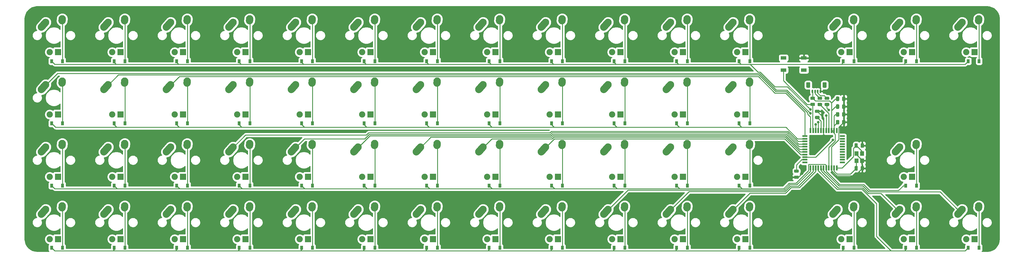
<source format=gbr>
%TF.GenerationSoftware,KiCad,Pcbnew,(5.1.6-0-10_14)*%
%TF.CreationDate,2020-10-13T20:32:31+01:00*%
%TF.ProjectId,Lil-Cheat,4c696c2d-4368-4656-9174-2e6b69636164,rev?*%
%TF.SameCoordinates,Original*%
%TF.FileFunction,Copper,L2,Bot*%
%TF.FilePolarity,Positive*%
%FSLAX46Y46*%
G04 Gerber Fmt 4.6, Leading zero omitted, Abs format (unit mm)*
G04 Created by KiCad (PCBNEW (5.1.6-0-10_14)) date 2020-10-13 20:32:31*
%MOMM*%
%LPD*%
G01*
G04 APERTURE LIST*
%TA.AperFunction,ComponentPad*%
%ADD10R,1.905000X1.905000*%
%TD*%
%TA.AperFunction,ComponentPad*%
%ADD11C,1.905000*%
%TD*%
%TA.AperFunction,ComponentPad*%
%ADD12C,2.250000*%
%TD*%
%TA.AperFunction,SMDPad,CuDef*%
%ADD13R,0.900000X1.200000*%
%TD*%
%TA.AperFunction,SMDPad,CuDef*%
%ADD14R,1.800000X1.100000*%
%TD*%
%TA.AperFunction,SMDPad,CuDef*%
%ADD15R,0.550000X1.500000*%
%TD*%
%TA.AperFunction,SMDPad,CuDef*%
%ADD16R,1.500000X0.550000*%
%TD*%
%TA.AperFunction,SMDPad,CuDef*%
%ADD17R,1.200000X1.400000*%
%TD*%
%TA.AperFunction,ViaPad*%
%ADD18C,0.800000*%
%TD*%
%TA.AperFunction,Conductor*%
%ADD19C,0.250000*%
%TD*%
%TA.AperFunction,Conductor*%
%ADD20C,0.254000*%
%TD*%
G04 APERTURE END LIST*
D10*
%TO.P,MX55,4*%
%TO.N,N/C*%
X290830000Y-133350000D03*
D11*
%TO.P,MX55,3*%
X288290000Y-133350000D03*
D12*
%TO.P,MX55,1*%
%TO.N,COL14*%
X287060000Y-124270000D03*
%TA.AperFunction,ComponentPad*%
G36*
G01*
X284998683Y-126567345D02*
X284998683Y-126567345D01*
G75*
G02*
X284912655Y-124978683I751317J837345D01*
G01*
X286222657Y-123518683D01*
G75*
G02*
X287811319Y-123432655I837345J-751317D01*
G01*
X287811319Y-123432655D01*
G75*
G02*
X287897347Y-125021317I-751317J-837345D01*
G01*
X286587345Y-126481317D01*
G75*
G02*
X284998683Y-126567345I-837345J751317D01*
G01*
G37*
%TD.AperFunction*%
%TO.P,MX55,2*%
%TO.N,Net-(D55-Pad2)*%
X292100000Y-123190000D03*
%TA.AperFunction,ComponentPad*%
G36*
G01*
X291982597Y-124892334D02*
X291982597Y-124892334D01*
G75*
G02*
X290937666Y-123692597I77403J1122334D01*
G01*
X290977666Y-123112597D01*
G75*
G02*
X292177403Y-122067666I1122334J-77403D01*
G01*
X292177403Y-122067666D01*
G75*
G02*
X293222334Y-123267403I-77403J-1122334D01*
G01*
X293182334Y-123847403D01*
G75*
G02*
X291982597Y-124892334I-1122334J77403D01*
G01*
G37*
%TD.AperFunction*%
%TD*%
D10*
%TO.P,MX40,4*%
%TO.N,N/C*%
X182880000Y-133350000D03*
D11*
%TO.P,MX40,3*%
X180340000Y-133350000D03*
D12*
%TO.P,MX40,1*%
%TO.N,COL9*%
X179110000Y-124270000D03*
%TA.AperFunction,ComponentPad*%
G36*
G01*
X177048683Y-126567345D02*
X177048683Y-126567345D01*
G75*
G02*
X176962655Y-124978683I751317J837345D01*
G01*
X178272657Y-123518683D01*
G75*
G02*
X179861319Y-123432655I837345J-751317D01*
G01*
X179861319Y-123432655D01*
G75*
G02*
X179947347Y-125021317I-751317J-837345D01*
G01*
X178637345Y-126481317D01*
G75*
G02*
X177048683Y-126567345I-837345J751317D01*
G01*
G37*
%TD.AperFunction*%
%TO.P,MX40,2*%
%TO.N,Net-(D40-Pad2)*%
X184150000Y-123190000D03*
%TA.AperFunction,ComponentPad*%
G36*
G01*
X184032597Y-124892334D02*
X184032597Y-124892334D01*
G75*
G02*
X182987666Y-123692597I77403J1122334D01*
G01*
X183027666Y-123112597D01*
G75*
G02*
X184227403Y-122067666I1122334J-77403D01*
G01*
X184227403Y-122067666D01*
G75*
G02*
X185272334Y-123267403I-77403J-1122334D01*
G01*
X185232334Y-123847403D01*
G75*
G02*
X184032597Y-124892334I-1122334J77403D01*
G01*
G37*
%TD.AperFunction*%
%TD*%
%TO.P,C1,1*%
%TO.N,Net-(C1-Pad1)*%
%TA.AperFunction,SMDPad,CuDef*%
G36*
G01*
X254264100Y-105218550D02*
X254264100Y-104306050D01*
G75*
G02*
X254507850Y-104062300I243750J0D01*
G01*
X254995350Y-104062300D01*
G75*
G02*
X255239100Y-104306050I0J-243750D01*
G01*
X255239100Y-105218550D01*
G75*
G02*
X254995350Y-105462300I-243750J0D01*
G01*
X254507850Y-105462300D01*
G75*
G02*
X254264100Y-105218550I0J243750D01*
G01*
G37*
%TD.AperFunction*%
%TO.P,C1,2*%
%TO.N,GND*%
%TA.AperFunction,SMDPad,CuDef*%
G36*
G01*
X256139100Y-105218550D02*
X256139100Y-104306050D01*
G75*
G02*
X256382850Y-104062300I243750J0D01*
G01*
X256870350Y-104062300D01*
G75*
G02*
X257114100Y-104306050I0J-243750D01*
G01*
X257114100Y-105218550D01*
G75*
G02*
X256870350Y-105462300I-243750J0D01*
G01*
X256382850Y-105462300D01*
G75*
G02*
X256139100Y-105218550I0J243750D01*
G01*
G37*
%TD.AperFunction*%
%TD*%
%TO.P,C2,2*%
%TO.N,GND*%
%TA.AperFunction,SMDPad,CuDef*%
G36*
G01*
X256139100Y-112178150D02*
X256139100Y-111265650D01*
G75*
G02*
X256382850Y-111021900I243750J0D01*
G01*
X256870350Y-111021900D01*
G75*
G02*
X257114100Y-111265650I0J-243750D01*
G01*
X257114100Y-112178150D01*
G75*
G02*
X256870350Y-112421900I-243750J0D01*
G01*
X256382850Y-112421900D01*
G75*
G02*
X256139100Y-112178150I0J243750D01*
G01*
G37*
%TD.AperFunction*%
%TO.P,C2,1*%
%TO.N,Net-(C2-Pad1)*%
%TA.AperFunction,SMDPad,CuDef*%
G36*
G01*
X254264100Y-112178150D02*
X254264100Y-111265650D01*
G75*
G02*
X254507850Y-111021900I243750J0D01*
G01*
X254995350Y-111021900D01*
G75*
G02*
X255239100Y-111265650I0J-243750D01*
G01*
X255239100Y-112178150D01*
G75*
G02*
X254995350Y-112421900I-243750J0D01*
G01*
X254507850Y-112421900D01*
G75*
G02*
X254264100Y-112178150I0J243750D01*
G01*
G37*
%TD.AperFunction*%
%TD*%
%TO.P,C3,2*%
%TO.N,Net-(C3-Pad2)*%
%TA.AperFunction,SMDPad,CuDef*%
G36*
G01*
X242431250Y-95700000D02*
X243343750Y-95700000D01*
G75*
G02*
X243587500Y-95943750I0J-243750D01*
G01*
X243587500Y-96431250D01*
G75*
G02*
X243343750Y-96675000I-243750J0D01*
G01*
X242431250Y-96675000D01*
G75*
G02*
X242187500Y-96431250I0J243750D01*
G01*
X242187500Y-95943750D01*
G75*
G02*
X242431250Y-95700000I243750J0D01*
G01*
G37*
%TD.AperFunction*%
%TO.P,C3,1*%
%TO.N,GND*%
%TA.AperFunction,SMDPad,CuDef*%
G36*
G01*
X242431250Y-93825000D02*
X243343750Y-93825000D01*
G75*
G02*
X243587500Y-94068750I0J-243750D01*
G01*
X243587500Y-94556250D01*
G75*
G02*
X243343750Y-94800000I-243750J0D01*
G01*
X242431250Y-94800000D01*
G75*
G02*
X242187500Y-94556250I0J243750D01*
G01*
X242187500Y-94068750D01*
G75*
G02*
X242431250Y-93825000I243750J0D01*
G01*
G37*
%TD.AperFunction*%
%TD*%
%TO.P,C4,2*%
%TO.N,+5V*%
%TA.AperFunction,SMDPad,CuDef*%
G36*
G01*
X249581250Y-94793750D02*
X249581250Y-95706250D01*
G75*
G02*
X249337500Y-95950000I-243750J0D01*
G01*
X248850000Y-95950000D01*
G75*
G02*
X248606250Y-95706250I0J243750D01*
G01*
X248606250Y-94793750D01*
G75*
G02*
X248850000Y-94550000I243750J0D01*
G01*
X249337500Y-94550000D01*
G75*
G02*
X249581250Y-94793750I0J-243750D01*
G01*
G37*
%TD.AperFunction*%
%TO.P,C4,1*%
%TO.N,GND*%
%TA.AperFunction,SMDPad,CuDef*%
G36*
G01*
X251456250Y-94793750D02*
X251456250Y-95706250D01*
G75*
G02*
X251212500Y-95950000I-243750J0D01*
G01*
X250725000Y-95950000D01*
G75*
G02*
X250481250Y-95706250I0J243750D01*
G01*
X250481250Y-94793750D01*
G75*
G02*
X250725000Y-94550000I243750J0D01*
G01*
X251212500Y-94550000D01*
G75*
G02*
X251456250Y-94793750I0J-243750D01*
G01*
G37*
%TD.AperFunction*%
%TD*%
%TO.P,C5,1*%
%TO.N,GND*%
%TA.AperFunction,SMDPad,CuDef*%
G36*
G01*
X251456250Y-97175000D02*
X251456250Y-98087500D01*
G75*
G02*
X251212500Y-98331250I-243750J0D01*
G01*
X250725000Y-98331250D01*
G75*
G02*
X250481250Y-98087500I0J243750D01*
G01*
X250481250Y-97175000D01*
G75*
G02*
X250725000Y-96931250I243750J0D01*
G01*
X251212500Y-96931250D01*
G75*
G02*
X251456250Y-97175000I0J-243750D01*
G01*
G37*
%TD.AperFunction*%
%TO.P,C5,2*%
%TO.N,+5V*%
%TA.AperFunction,SMDPad,CuDef*%
G36*
G01*
X249581250Y-97175000D02*
X249581250Y-98087500D01*
G75*
G02*
X249337500Y-98331250I-243750J0D01*
G01*
X248850000Y-98331250D01*
G75*
G02*
X248606250Y-98087500I0J243750D01*
G01*
X248606250Y-97175000D01*
G75*
G02*
X248850000Y-96931250I243750J0D01*
G01*
X249337500Y-96931250D01*
G75*
G02*
X249581250Y-97175000I0J-243750D01*
G01*
G37*
%TD.AperFunction*%
%TD*%
%TO.P,C6,1*%
%TO.N,GND*%
%TA.AperFunction,SMDPad,CuDef*%
G36*
G01*
X251456250Y-92412500D02*
X251456250Y-93325000D01*
G75*
G02*
X251212500Y-93568750I-243750J0D01*
G01*
X250725000Y-93568750D01*
G75*
G02*
X250481250Y-93325000I0J243750D01*
G01*
X250481250Y-92412500D01*
G75*
G02*
X250725000Y-92168750I243750J0D01*
G01*
X251212500Y-92168750D01*
G75*
G02*
X251456250Y-92412500I0J-243750D01*
G01*
G37*
%TD.AperFunction*%
%TO.P,C6,2*%
%TO.N,+5V*%
%TA.AperFunction,SMDPad,CuDef*%
G36*
G01*
X249581250Y-92412500D02*
X249581250Y-93325000D01*
G75*
G02*
X249337500Y-93568750I-243750J0D01*
G01*
X248850000Y-93568750D01*
G75*
G02*
X248606250Y-93325000I0J243750D01*
G01*
X248606250Y-92412500D01*
G75*
G02*
X248850000Y-92168750I243750J0D01*
G01*
X249337500Y-92168750D01*
G75*
G02*
X249581250Y-92412500I0J-243750D01*
G01*
G37*
%TD.AperFunction*%
%TD*%
%TO.P,C7,2*%
%TO.N,+5V*%
%TA.AperFunction,SMDPad,CuDef*%
G36*
G01*
X249581250Y-90031250D02*
X249581250Y-90943750D01*
G75*
G02*
X249337500Y-91187500I-243750J0D01*
G01*
X248850000Y-91187500D01*
G75*
G02*
X248606250Y-90943750I0J243750D01*
G01*
X248606250Y-90031250D01*
G75*
G02*
X248850000Y-89787500I243750J0D01*
G01*
X249337500Y-89787500D01*
G75*
G02*
X249581250Y-90031250I0J-243750D01*
G01*
G37*
%TD.AperFunction*%
%TO.P,C7,1*%
%TO.N,GND*%
%TA.AperFunction,SMDPad,CuDef*%
G36*
G01*
X251456250Y-90031250D02*
X251456250Y-90943750D01*
G75*
G02*
X251212500Y-91187500I-243750J0D01*
G01*
X250725000Y-91187500D01*
G75*
G02*
X250481250Y-90943750I0J243750D01*
G01*
X250481250Y-90031250D01*
G75*
G02*
X250725000Y-89787500I243750J0D01*
G01*
X251212500Y-89787500D01*
G75*
G02*
X251456250Y-90031250I0J-243750D01*
G01*
G37*
%TD.AperFunction*%
%TD*%
D13*
%TO.P,D1,1*%
%TO.N,ROW0*%
X9510000Y-79000000D03*
%TO.P,D1,2*%
%TO.N,Net-(D1-Pad2)*%
X12810000Y-79000000D03*
%TD*%
%TO.P,D2,2*%
%TO.N,Net-(D2-Pad2)*%
X12810000Y-98000000D03*
%TO.P,D2,1*%
%TO.N,ROW1*%
X9510000Y-98000000D03*
%TD*%
%TO.P,D3,2*%
%TO.N,Net-(D3-Pad2)*%
X12810000Y-117000000D03*
%TO.P,D3,1*%
%TO.N,ROW2*%
X9510000Y-117000000D03*
%TD*%
%TO.P,D4,1*%
%TO.N,ROW3*%
X9510000Y-136000000D03*
%TO.P,D4,2*%
%TO.N,Net-(D4-Pad2)*%
X12810000Y-136000000D03*
%TD*%
%TO.P,D5,1*%
%TO.N,ROW0*%
X28560000Y-79000000D03*
%TO.P,D5,2*%
%TO.N,Net-(D5-Pad2)*%
X31860000Y-79000000D03*
%TD*%
%TO.P,D6,2*%
%TO.N,Net-(D6-Pad2)*%
X31860000Y-98000000D03*
%TO.P,D6,1*%
%TO.N,ROW1*%
X28560000Y-98000000D03*
%TD*%
%TO.P,D7,2*%
%TO.N,Net-(D7-Pad2)*%
X31860000Y-117000000D03*
%TO.P,D7,1*%
%TO.N,ROW2*%
X28560000Y-117000000D03*
%TD*%
%TO.P,D8,1*%
%TO.N,ROW3*%
X28560000Y-136000000D03*
%TO.P,D8,2*%
%TO.N,Net-(D8-Pad2)*%
X31860000Y-136000000D03*
%TD*%
%TO.P,D9,1*%
%TO.N,ROW0*%
X47610000Y-79000000D03*
%TO.P,D9,2*%
%TO.N,Net-(D9-Pad2)*%
X50910000Y-79000000D03*
%TD*%
%TO.P,D10,2*%
%TO.N,Net-(D10-Pad2)*%
X50910000Y-98000000D03*
%TO.P,D10,1*%
%TO.N,ROW1*%
X47610000Y-98000000D03*
%TD*%
%TO.P,D11,2*%
%TO.N,Net-(D11-Pad2)*%
X50910000Y-117000000D03*
%TO.P,D11,1*%
%TO.N,ROW2*%
X47610000Y-117000000D03*
%TD*%
%TO.P,D12,1*%
%TO.N,ROW3*%
X47610000Y-136000000D03*
%TO.P,D12,2*%
%TO.N,Net-(D12-Pad2)*%
X50910000Y-136000000D03*
%TD*%
%TO.P,D13,2*%
%TO.N,Net-(D13-Pad2)*%
X69960000Y-79000000D03*
%TO.P,D13,1*%
%TO.N,ROW0*%
X66660000Y-79000000D03*
%TD*%
%TO.P,D14,2*%
%TO.N,Net-(D14-Pad2)*%
X69960000Y-98000000D03*
%TO.P,D14,1*%
%TO.N,ROW1*%
X66660000Y-98000000D03*
%TD*%
%TO.P,D15,2*%
%TO.N,Net-(D15-Pad2)*%
X69960000Y-117000000D03*
%TO.P,D15,1*%
%TO.N,ROW2*%
X66660000Y-117000000D03*
%TD*%
%TO.P,D16,1*%
%TO.N,ROW3*%
X66660000Y-136000000D03*
%TO.P,D16,2*%
%TO.N,Net-(D16-Pad2)*%
X69960000Y-136000000D03*
%TD*%
%TO.P,D17,2*%
%TO.N,Net-(D17-Pad2)*%
X89010000Y-79000000D03*
%TO.P,D17,1*%
%TO.N,ROW0*%
X85710000Y-79000000D03*
%TD*%
%TO.P,D18,2*%
%TO.N,Net-(D18-Pad2)*%
X89010000Y-98000000D03*
%TO.P,D18,1*%
%TO.N,ROW1*%
X85710000Y-98000000D03*
%TD*%
%TO.P,D19,2*%
%TO.N,Net-(D19-Pad2)*%
X89010000Y-117000000D03*
%TO.P,D19,1*%
%TO.N,ROW2*%
X85710000Y-117000000D03*
%TD*%
%TO.P,D20,1*%
%TO.N,ROW3*%
X85710000Y-136000000D03*
%TO.P,D20,2*%
%TO.N,Net-(D20-Pad2)*%
X89010000Y-136000000D03*
%TD*%
%TO.P,D21,2*%
%TO.N,Net-(D21-Pad2)*%
X108060000Y-79000000D03*
%TO.P,D21,1*%
%TO.N,ROW0*%
X104760000Y-79000000D03*
%TD*%
%TO.P,D22,2*%
%TO.N,Net-(D22-Pad2)*%
X108060000Y-98000000D03*
%TO.P,D22,1*%
%TO.N,ROW1*%
X104760000Y-98000000D03*
%TD*%
%TO.P,D23,2*%
%TO.N,Net-(D23-Pad2)*%
X108060000Y-117000000D03*
%TO.P,D23,1*%
%TO.N,ROW2*%
X104760000Y-117000000D03*
%TD*%
%TO.P,D24,1*%
%TO.N,ROW3*%
X104760000Y-136000000D03*
%TO.P,D24,2*%
%TO.N,Net-(D24-Pad2)*%
X108060000Y-136000000D03*
%TD*%
%TO.P,D25,2*%
%TO.N,Net-(D25-Pad2)*%
X127110000Y-79000000D03*
%TO.P,D25,1*%
%TO.N,ROW0*%
X123810000Y-79000000D03*
%TD*%
%TO.P,D26,2*%
%TO.N,Net-(D26-Pad2)*%
X127110000Y-98000000D03*
%TO.P,D26,1*%
%TO.N,ROW1*%
X123810000Y-98000000D03*
%TD*%
%TO.P,D27,2*%
%TO.N,Net-(D27-Pad2)*%
X127110000Y-117000000D03*
%TO.P,D27,1*%
%TO.N,ROW2*%
X123810000Y-117000000D03*
%TD*%
%TO.P,D28,1*%
%TO.N,ROW3*%
X123810000Y-136000000D03*
%TO.P,D28,2*%
%TO.N,Net-(D28-Pad2)*%
X127110000Y-136000000D03*
%TD*%
%TO.P,D29,1*%
%TO.N,ROW0*%
X142860000Y-79000000D03*
%TO.P,D29,2*%
%TO.N,Net-(D29-Pad2)*%
X146160000Y-79000000D03*
%TD*%
%TO.P,D30,2*%
%TO.N,Net-(D30-Pad2)*%
X146160000Y-98000000D03*
%TO.P,D30,1*%
%TO.N,ROW1*%
X142860000Y-98000000D03*
%TD*%
%TO.P,D31,1*%
%TO.N,ROW2*%
X142860000Y-117000000D03*
%TO.P,D31,2*%
%TO.N,Net-(D31-Pad2)*%
X146160000Y-117000000D03*
%TD*%
%TO.P,D32,1*%
%TO.N,ROW3*%
X142860000Y-136000000D03*
%TO.P,D32,2*%
%TO.N,Net-(D32-Pad2)*%
X146160000Y-136000000D03*
%TD*%
%TO.P,D33,2*%
%TO.N,Net-(D33-Pad2)*%
X165210000Y-79000000D03*
%TO.P,D33,1*%
%TO.N,ROW0*%
X161910000Y-79000000D03*
%TD*%
%TO.P,D34,2*%
%TO.N,Net-(D34-Pad2)*%
X165210000Y-98000000D03*
%TO.P,D34,1*%
%TO.N,ROW1*%
X161910000Y-98000000D03*
%TD*%
%TO.P,D35,2*%
%TO.N,Net-(D35-Pad2)*%
X165210000Y-117000000D03*
%TO.P,D35,1*%
%TO.N,ROW2*%
X161910000Y-117000000D03*
%TD*%
%TO.P,D36,1*%
%TO.N,ROW3*%
X161910000Y-136000000D03*
%TO.P,D36,2*%
%TO.N,Net-(D36-Pad2)*%
X165210000Y-136000000D03*
%TD*%
%TO.P,D37,1*%
%TO.N,ROW0*%
X180960000Y-79000000D03*
%TO.P,D37,2*%
%TO.N,Net-(D37-Pad2)*%
X184260000Y-79000000D03*
%TD*%
%TO.P,D38,2*%
%TO.N,Net-(D38-Pad2)*%
X184260000Y-98000000D03*
%TO.P,D38,1*%
%TO.N,ROW1*%
X180960000Y-98000000D03*
%TD*%
%TO.P,D39,1*%
%TO.N,ROW2*%
X180960000Y-117000000D03*
%TO.P,D39,2*%
%TO.N,Net-(D39-Pad2)*%
X184260000Y-117000000D03*
%TD*%
%TO.P,D40,1*%
%TO.N,ROW3*%
X180960000Y-136000000D03*
%TO.P,D40,2*%
%TO.N,Net-(D40-Pad2)*%
X184260000Y-136000000D03*
%TD*%
%TO.P,D41,2*%
%TO.N,Net-(D41-Pad2)*%
X203310000Y-79000000D03*
%TO.P,D41,1*%
%TO.N,ROW0*%
X200010000Y-79000000D03*
%TD*%
%TO.P,D42,2*%
%TO.N,Net-(D42-Pad2)*%
X203310000Y-98000000D03*
%TO.P,D42,1*%
%TO.N,ROW1*%
X200010000Y-98000000D03*
%TD*%
%TO.P,D43,1*%
%TO.N,ROW2*%
X200010000Y-117000000D03*
%TO.P,D43,2*%
%TO.N,Net-(D43-Pad2)*%
X203310000Y-117000000D03*
%TD*%
%TO.P,D44,1*%
%TO.N,ROW3*%
X200010000Y-136000000D03*
%TO.P,D44,2*%
%TO.N,Net-(D44-Pad2)*%
X203310000Y-136000000D03*
%TD*%
%TO.P,D45,2*%
%TO.N,Net-(D45-Pad2)*%
X222360000Y-79000000D03*
%TO.P,D45,1*%
%TO.N,ROW0*%
X219060000Y-79000000D03*
%TD*%
%TO.P,D46,2*%
%TO.N,Net-(D46-Pad2)*%
X222360000Y-98000000D03*
%TO.P,D46,1*%
%TO.N,ROW1*%
X219060000Y-98000000D03*
%TD*%
%TO.P,D47,1*%
%TO.N,ROW2*%
X219060000Y-117000000D03*
%TO.P,D47,2*%
%TO.N,Net-(D47-Pad2)*%
X222360000Y-117000000D03*
%TD*%
%TO.P,D48,1*%
%TO.N,ROW3*%
X219060000Y-136000000D03*
%TO.P,D48,2*%
%TO.N,Net-(D48-Pad2)*%
X222360000Y-136000000D03*
%TD*%
%TO.P,D49,1*%
%TO.N,ROW0*%
X250810000Y-79000000D03*
%TO.P,D49,2*%
%TO.N,Net-(D49-Pad2)*%
X254110000Y-79000000D03*
%TD*%
%TO.P,D50,1*%
%TO.N,ROW3*%
X250810000Y-136000000D03*
%TO.P,D50,2*%
%TO.N,Net-(D50-Pad2)*%
X254110000Y-136000000D03*
%TD*%
%TO.P,D51,1*%
%TO.N,ROW0*%
X269860000Y-79000000D03*
%TO.P,D51,2*%
%TO.N,Net-(D51-Pad2)*%
X273160000Y-79000000D03*
%TD*%
%TO.P,D52,1*%
%TO.N,ROW2*%
X269860000Y-117000000D03*
%TO.P,D52,2*%
%TO.N,Net-(D52-Pad2)*%
X273160000Y-117000000D03*
%TD*%
%TO.P,D53,1*%
%TO.N,ROW3*%
X269860000Y-136000000D03*
%TO.P,D53,2*%
%TO.N,Net-(D53-Pad2)*%
X273160000Y-136000000D03*
%TD*%
%TO.P,D54,1*%
%TO.N,ROW0*%
X288910000Y-79000000D03*
%TO.P,D54,2*%
%TO.N,Net-(D54-Pad2)*%
X292210000Y-79000000D03*
%TD*%
%TO.P,D55,1*%
%TO.N,ROW3*%
X288910000Y-136000000D03*
%TO.P,D55,2*%
%TO.N,Net-(D55-Pad2)*%
X292210000Y-136000000D03*
%TD*%
%TO.P,MX1,2*%
%TO.N,Net-(D1-Pad2)*%
%TA.AperFunction,ComponentPad*%
G36*
G01*
X12582597Y-67742334D02*
X12582597Y-67742334D01*
G75*
G02*
X11537666Y-66542597I77403J1122334D01*
G01*
X11577666Y-65962597D01*
G75*
G02*
X12777403Y-64917666I1122334J-77403D01*
G01*
X12777403Y-64917666D01*
G75*
G02*
X13822334Y-66117403I-77403J-1122334D01*
G01*
X13782334Y-66697403D01*
G75*
G02*
X12582597Y-67742334I-1122334J77403D01*
G01*
G37*
%TD.AperFunction*%
D12*
X12700000Y-66040000D03*
%TO.P,MX1,1*%
%TO.N,COL0*%
%TA.AperFunction,ComponentPad*%
G36*
G01*
X5598683Y-69417345D02*
X5598683Y-69417345D01*
G75*
G02*
X5512655Y-67828683I751317J837345D01*
G01*
X6822657Y-66368683D01*
G75*
G02*
X8411319Y-66282655I837345J-751317D01*
G01*
X8411319Y-66282655D01*
G75*
G02*
X8497347Y-67871317I-751317J-837345D01*
G01*
X7187345Y-69331317D01*
G75*
G02*
X5598683Y-69417345I-837345J751317D01*
G01*
G37*
%TD.AperFunction*%
X7660000Y-67120000D03*
D11*
%TO.P,MX1,3*%
%TO.N,N/C*%
X8890000Y-76200000D03*
D10*
%TO.P,MX1,4*%
X11430000Y-76200000D03*
%TD*%
%TO.P,MX2,2*%
%TO.N,Net-(D2-Pad2)*%
%TA.AperFunction,ComponentPad*%
G36*
G01*
X12582597Y-86792334D02*
X12582597Y-86792334D01*
G75*
G02*
X11537666Y-85592597I77403J1122334D01*
G01*
X11577666Y-85012597D01*
G75*
G02*
X12777403Y-83967666I1122334J-77403D01*
G01*
X12777403Y-83967666D01*
G75*
G02*
X13822334Y-85167403I-77403J-1122334D01*
G01*
X13782334Y-85747403D01*
G75*
G02*
X12582597Y-86792334I-1122334J77403D01*
G01*
G37*
%TD.AperFunction*%
D12*
X12700000Y-85090000D03*
%TO.P,MX2,1*%
%TO.N,COL0*%
%TA.AperFunction,ComponentPad*%
G36*
G01*
X5598683Y-88467345D02*
X5598683Y-88467345D01*
G75*
G02*
X5512655Y-86878683I751317J837345D01*
G01*
X6822657Y-85418683D01*
G75*
G02*
X8411319Y-85332655I837345J-751317D01*
G01*
X8411319Y-85332655D01*
G75*
G02*
X8497347Y-86921317I-751317J-837345D01*
G01*
X7187345Y-88381317D01*
G75*
G02*
X5598683Y-88467345I-837345J751317D01*
G01*
G37*
%TD.AperFunction*%
X7660000Y-86170000D03*
D11*
%TO.P,MX2,3*%
%TO.N,N/C*%
X8890000Y-95250000D03*
D10*
%TO.P,MX2,4*%
X11430000Y-95250000D03*
%TD*%
%TO.P,MX3,2*%
%TO.N,Net-(D3-Pad2)*%
%TA.AperFunction,ComponentPad*%
G36*
G01*
X12582597Y-105842334D02*
X12582597Y-105842334D01*
G75*
G02*
X11537666Y-104642597I77403J1122334D01*
G01*
X11577666Y-104062597D01*
G75*
G02*
X12777403Y-103017666I1122334J-77403D01*
G01*
X12777403Y-103017666D01*
G75*
G02*
X13822334Y-104217403I-77403J-1122334D01*
G01*
X13782334Y-104797403D01*
G75*
G02*
X12582597Y-105842334I-1122334J77403D01*
G01*
G37*
%TD.AperFunction*%
D12*
X12700000Y-104140000D03*
%TO.P,MX3,1*%
%TO.N,COL0*%
%TA.AperFunction,ComponentPad*%
G36*
G01*
X5598683Y-107517345D02*
X5598683Y-107517345D01*
G75*
G02*
X5512655Y-105928683I751317J837345D01*
G01*
X6822657Y-104468683D01*
G75*
G02*
X8411319Y-104382655I837345J-751317D01*
G01*
X8411319Y-104382655D01*
G75*
G02*
X8497347Y-105971317I-751317J-837345D01*
G01*
X7187345Y-107431317D01*
G75*
G02*
X5598683Y-107517345I-837345J751317D01*
G01*
G37*
%TD.AperFunction*%
X7660000Y-105220000D03*
D11*
%TO.P,MX3,3*%
%TO.N,N/C*%
X8890000Y-114300000D03*
D10*
%TO.P,MX3,4*%
X11430000Y-114300000D03*
%TD*%
%TO.P,MX4,4*%
%TO.N,N/C*%
X11430000Y-133350000D03*
D11*
%TO.P,MX4,3*%
X8890000Y-133350000D03*
D12*
%TO.P,MX4,1*%
%TO.N,COL0*%
X7660000Y-124270000D03*
%TA.AperFunction,ComponentPad*%
G36*
G01*
X5598683Y-126567345D02*
X5598683Y-126567345D01*
G75*
G02*
X5512655Y-124978683I751317J837345D01*
G01*
X6822657Y-123518683D01*
G75*
G02*
X8411319Y-123432655I837345J-751317D01*
G01*
X8411319Y-123432655D01*
G75*
G02*
X8497347Y-125021317I-751317J-837345D01*
G01*
X7187345Y-126481317D01*
G75*
G02*
X5598683Y-126567345I-837345J751317D01*
G01*
G37*
%TD.AperFunction*%
%TO.P,MX4,2*%
%TO.N,Net-(D4-Pad2)*%
X12700000Y-123190000D03*
%TA.AperFunction,ComponentPad*%
G36*
G01*
X12582597Y-124892334D02*
X12582597Y-124892334D01*
G75*
G02*
X11537666Y-123692597I77403J1122334D01*
G01*
X11577666Y-123112597D01*
G75*
G02*
X12777403Y-122067666I1122334J-77403D01*
G01*
X12777403Y-122067666D01*
G75*
G02*
X13822334Y-123267403I-77403J-1122334D01*
G01*
X13782334Y-123847403D01*
G75*
G02*
X12582597Y-124892334I-1122334J77403D01*
G01*
G37*
%TD.AperFunction*%
%TD*%
D10*
%TO.P,MX5,4*%
%TO.N,N/C*%
X30480000Y-76200000D03*
D11*
%TO.P,MX5,3*%
X27940000Y-76200000D03*
D12*
%TO.P,MX5,1*%
%TO.N,COL1*%
X26710000Y-67120000D03*
%TA.AperFunction,ComponentPad*%
G36*
G01*
X24648683Y-69417345D02*
X24648683Y-69417345D01*
G75*
G02*
X24562655Y-67828683I751317J837345D01*
G01*
X25872657Y-66368683D01*
G75*
G02*
X27461319Y-66282655I837345J-751317D01*
G01*
X27461319Y-66282655D01*
G75*
G02*
X27547347Y-67871317I-751317J-837345D01*
G01*
X26237345Y-69331317D01*
G75*
G02*
X24648683Y-69417345I-837345J751317D01*
G01*
G37*
%TD.AperFunction*%
%TO.P,MX5,2*%
%TO.N,Net-(D5-Pad2)*%
X31750000Y-66040000D03*
%TA.AperFunction,ComponentPad*%
G36*
G01*
X31632597Y-67742334D02*
X31632597Y-67742334D01*
G75*
G02*
X30587666Y-66542597I77403J1122334D01*
G01*
X30627666Y-65962597D01*
G75*
G02*
X31827403Y-64917666I1122334J-77403D01*
G01*
X31827403Y-64917666D01*
G75*
G02*
X32872334Y-66117403I-77403J-1122334D01*
G01*
X32832334Y-66697403D01*
G75*
G02*
X31632597Y-67742334I-1122334J77403D01*
G01*
G37*
%TD.AperFunction*%
%TD*%
%TO.P,MX6,2*%
%TO.N,Net-(D6-Pad2)*%
%TA.AperFunction,ComponentPad*%
G36*
G01*
X31632597Y-86792334D02*
X31632597Y-86792334D01*
G75*
G02*
X30587666Y-85592597I77403J1122334D01*
G01*
X30627666Y-85012597D01*
G75*
G02*
X31827403Y-83967666I1122334J-77403D01*
G01*
X31827403Y-83967666D01*
G75*
G02*
X32872334Y-85167403I-77403J-1122334D01*
G01*
X32832334Y-85747403D01*
G75*
G02*
X31632597Y-86792334I-1122334J77403D01*
G01*
G37*
%TD.AperFunction*%
X31750000Y-85090000D03*
%TO.P,MX6,1*%
%TO.N,COL1*%
%TA.AperFunction,ComponentPad*%
G36*
G01*
X24648683Y-88467345D02*
X24648683Y-88467345D01*
G75*
G02*
X24562655Y-86878683I751317J837345D01*
G01*
X25872657Y-85418683D01*
G75*
G02*
X27461319Y-85332655I837345J-751317D01*
G01*
X27461319Y-85332655D01*
G75*
G02*
X27547347Y-86921317I-751317J-837345D01*
G01*
X26237345Y-88381317D01*
G75*
G02*
X24648683Y-88467345I-837345J751317D01*
G01*
G37*
%TD.AperFunction*%
X26710000Y-86170000D03*
D11*
%TO.P,MX6,3*%
%TO.N,N/C*%
X27940000Y-95250000D03*
D10*
%TO.P,MX6,4*%
X30480000Y-95250000D03*
%TD*%
%TO.P,MX7,2*%
%TO.N,Net-(D7-Pad2)*%
%TA.AperFunction,ComponentPad*%
G36*
G01*
X31632597Y-105842334D02*
X31632597Y-105842334D01*
G75*
G02*
X30587666Y-104642597I77403J1122334D01*
G01*
X30627666Y-104062597D01*
G75*
G02*
X31827403Y-103017666I1122334J-77403D01*
G01*
X31827403Y-103017666D01*
G75*
G02*
X32872334Y-104217403I-77403J-1122334D01*
G01*
X32832334Y-104797403D01*
G75*
G02*
X31632597Y-105842334I-1122334J77403D01*
G01*
G37*
%TD.AperFunction*%
D12*
X31750000Y-104140000D03*
%TO.P,MX7,1*%
%TO.N,COL1*%
%TA.AperFunction,ComponentPad*%
G36*
G01*
X24648683Y-107517345D02*
X24648683Y-107517345D01*
G75*
G02*
X24562655Y-105928683I751317J837345D01*
G01*
X25872657Y-104468683D01*
G75*
G02*
X27461319Y-104382655I837345J-751317D01*
G01*
X27461319Y-104382655D01*
G75*
G02*
X27547347Y-105971317I-751317J-837345D01*
G01*
X26237345Y-107431317D01*
G75*
G02*
X24648683Y-107517345I-837345J751317D01*
G01*
G37*
%TD.AperFunction*%
X26710000Y-105220000D03*
D11*
%TO.P,MX7,3*%
%TO.N,N/C*%
X27940000Y-114300000D03*
D10*
%TO.P,MX7,4*%
X30480000Y-114300000D03*
%TD*%
%TO.P,MX8,4*%
%TO.N,N/C*%
X30480000Y-133350000D03*
D11*
%TO.P,MX8,3*%
X27940000Y-133350000D03*
D12*
%TO.P,MX8,1*%
%TO.N,COL1*%
X26710000Y-124270000D03*
%TA.AperFunction,ComponentPad*%
G36*
G01*
X24648683Y-126567345D02*
X24648683Y-126567345D01*
G75*
G02*
X24562655Y-124978683I751317J837345D01*
G01*
X25872657Y-123518683D01*
G75*
G02*
X27461319Y-123432655I837345J-751317D01*
G01*
X27461319Y-123432655D01*
G75*
G02*
X27547347Y-125021317I-751317J-837345D01*
G01*
X26237345Y-126481317D01*
G75*
G02*
X24648683Y-126567345I-837345J751317D01*
G01*
G37*
%TD.AperFunction*%
%TO.P,MX8,2*%
%TO.N,Net-(D8-Pad2)*%
X31750000Y-123190000D03*
%TA.AperFunction,ComponentPad*%
G36*
G01*
X31632597Y-124892334D02*
X31632597Y-124892334D01*
G75*
G02*
X30587666Y-123692597I77403J1122334D01*
G01*
X30627666Y-123112597D01*
G75*
G02*
X31827403Y-122067666I1122334J-77403D01*
G01*
X31827403Y-122067666D01*
G75*
G02*
X32872334Y-123267403I-77403J-1122334D01*
G01*
X32832334Y-123847403D01*
G75*
G02*
X31632597Y-124892334I-1122334J77403D01*
G01*
G37*
%TD.AperFunction*%
%TD*%
D10*
%TO.P,MX9,4*%
%TO.N,N/C*%
X49530000Y-76200000D03*
D11*
%TO.P,MX9,3*%
X46990000Y-76200000D03*
D12*
%TO.P,MX9,1*%
%TO.N,COL2*%
X45760000Y-67120000D03*
%TA.AperFunction,ComponentPad*%
G36*
G01*
X43698683Y-69417345D02*
X43698683Y-69417345D01*
G75*
G02*
X43612655Y-67828683I751317J837345D01*
G01*
X44922657Y-66368683D01*
G75*
G02*
X46511319Y-66282655I837345J-751317D01*
G01*
X46511319Y-66282655D01*
G75*
G02*
X46597347Y-67871317I-751317J-837345D01*
G01*
X45287345Y-69331317D01*
G75*
G02*
X43698683Y-69417345I-837345J751317D01*
G01*
G37*
%TD.AperFunction*%
%TO.P,MX9,2*%
%TO.N,Net-(D9-Pad2)*%
X50800000Y-66040000D03*
%TA.AperFunction,ComponentPad*%
G36*
G01*
X50682597Y-67742334D02*
X50682597Y-67742334D01*
G75*
G02*
X49637666Y-66542597I77403J1122334D01*
G01*
X49677666Y-65962597D01*
G75*
G02*
X50877403Y-64917666I1122334J-77403D01*
G01*
X50877403Y-64917666D01*
G75*
G02*
X51922334Y-66117403I-77403J-1122334D01*
G01*
X51882334Y-66697403D01*
G75*
G02*
X50682597Y-67742334I-1122334J77403D01*
G01*
G37*
%TD.AperFunction*%
%TD*%
%TO.P,MX10,2*%
%TO.N,Net-(D10-Pad2)*%
%TA.AperFunction,ComponentPad*%
G36*
G01*
X50682597Y-86792334D02*
X50682597Y-86792334D01*
G75*
G02*
X49637666Y-85592597I77403J1122334D01*
G01*
X49677666Y-85012597D01*
G75*
G02*
X50877403Y-83967666I1122334J-77403D01*
G01*
X50877403Y-83967666D01*
G75*
G02*
X51922334Y-85167403I-77403J-1122334D01*
G01*
X51882334Y-85747403D01*
G75*
G02*
X50682597Y-86792334I-1122334J77403D01*
G01*
G37*
%TD.AperFunction*%
X50800000Y-85090000D03*
%TO.P,MX10,1*%
%TO.N,COL2*%
%TA.AperFunction,ComponentPad*%
G36*
G01*
X43698683Y-88467345D02*
X43698683Y-88467345D01*
G75*
G02*
X43612655Y-86878683I751317J837345D01*
G01*
X44922657Y-85418683D01*
G75*
G02*
X46511319Y-85332655I837345J-751317D01*
G01*
X46511319Y-85332655D01*
G75*
G02*
X46597347Y-86921317I-751317J-837345D01*
G01*
X45287345Y-88381317D01*
G75*
G02*
X43698683Y-88467345I-837345J751317D01*
G01*
G37*
%TD.AperFunction*%
X45760000Y-86170000D03*
D11*
%TO.P,MX10,3*%
%TO.N,N/C*%
X46990000Y-95250000D03*
D10*
%TO.P,MX10,4*%
X49530000Y-95250000D03*
%TD*%
%TO.P,MX11,2*%
%TO.N,Net-(D11-Pad2)*%
%TA.AperFunction,ComponentPad*%
G36*
G01*
X50682597Y-105842334D02*
X50682597Y-105842334D01*
G75*
G02*
X49637666Y-104642597I77403J1122334D01*
G01*
X49677666Y-104062597D01*
G75*
G02*
X50877403Y-103017666I1122334J-77403D01*
G01*
X50877403Y-103017666D01*
G75*
G02*
X51922334Y-104217403I-77403J-1122334D01*
G01*
X51882334Y-104797403D01*
G75*
G02*
X50682597Y-105842334I-1122334J77403D01*
G01*
G37*
%TD.AperFunction*%
D12*
X50800000Y-104140000D03*
%TO.P,MX11,1*%
%TO.N,COL2*%
%TA.AperFunction,ComponentPad*%
G36*
G01*
X43698683Y-107517345D02*
X43698683Y-107517345D01*
G75*
G02*
X43612655Y-105928683I751317J837345D01*
G01*
X44922657Y-104468683D01*
G75*
G02*
X46511319Y-104382655I837345J-751317D01*
G01*
X46511319Y-104382655D01*
G75*
G02*
X46597347Y-105971317I-751317J-837345D01*
G01*
X45287345Y-107431317D01*
G75*
G02*
X43698683Y-107517345I-837345J751317D01*
G01*
G37*
%TD.AperFunction*%
X45760000Y-105220000D03*
D11*
%TO.P,MX11,3*%
%TO.N,N/C*%
X46990000Y-114300000D03*
D10*
%TO.P,MX11,4*%
X49530000Y-114300000D03*
%TD*%
%TO.P,MX12,4*%
%TO.N,N/C*%
X49530000Y-133350000D03*
D11*
%TO.P,MX12,3*%
X46990000Y-133350000D03*
D12*
%TO.P,MX12,1*%
%TO.N,COL2*%
X45760000Y-124270000D03*
%TA.AperFunction,ComponentPad*%
G36*
G01*
X43698683Y-126567345D02*
X43698683Y-126567345D01*
G75*
G02*
X43612655Y-124978683I751317J837345D01*
G01*
X44922657Y-123518683D01*
G75*
G02*
X46511319Y-123432655I837345J-751317D01*
G01*
X46511319Y-123432655D01*
G75*
G02*
X46597347Y-125021317I-751317J-837345D01*
G01*
X45287345Y-126481317D01*
G75*
G02*
X43698683Y-126567345I-837345J751317D01*
G01*
G37*
%TD.AperFunction*%
%TO.P,MX12,2*%
%TO.N,Net-(D12-Pad2)*%
X50800000Y-123190000D03*
%TA.AperFunction,ComponentPad*%
G36*
G01*
X50682597Y-124892334D02*
X50682597Y-124892334D01*
G75*
G02*
X49637666Y-123692597I77403J1122334D01*
G01*
X49677666Y-123112597D01*
G75*
G02*
X50877403Y-122067666I1122334J-77403D01*
G01*
X50877403Y-122067666D01*
G75*
G02*
X51922334Y-123267403I-77403J-1122334D01*
G01*
X51882334Y-123847403D01*
G75*
G02*
X50682597Y-124892334I-1122334J77403D01*
G01*
G37*
%TD.AperFunction*%
%TD*%
D10*
%TO.P,MX13,4*%
%TO.N,N/C*%
X68580000Y-76200000D03*
D11*
%TO.P,MX13,3*%
X66040000Y-76200000D03*
D12*
%TO.P,MX13,1*%
%TO.N,COL3*%
X64810000Y-67120000D03*
%TA.AperFunction,ComponentPad*%
G36*
G01*
X62748683Y-69417345D02*
X62748683Y-69417345D01*
G75*
G02*
X62662655Y-67828683I751317J837345D01*
G01*
X63972657Y-66368683D01*
G75*
G02*
X65561319Y-66282655I837345J-751317D01*
G01*
X65561319Y-66282655D01*
G75*
G02*
X65647347Y-67871317I-751317J-837345D01*
G01*
X64337345Y-69331317D01*
G75*
G02*
X62748683Y-69417345I-837345J751317D01*
G01*
G37*
%TD.AperFunction*%
%TO.P,MX13,2*%
%TO.N,Net-(D13-Pad2)*%
X69850000Y-66040000D03*
%TA.AperFunction,ComponentPad*%
G36*
G01*
X69732597Y-67742334D02*
X69732597Y-67742334D01*
G75*
G02*
X68687666Y-66542597I77403J1122334D01*
G01*
X68727666Y-65962597D01*
G75*
G02*
X69927403Y-64917666I1122334J-77403D01*
G01*
X69927403Y-64917666D01*
G75*
G02*
X70972334Y-66117403I-77403J-1122334D01*
G01*
X70932334Y-66697403D01*
G75*
G02*
X69732597Y-67742334I-1122334J77403D01*
G01*
G37*
%TD.AperFunction*%
%TD*%
%TO.P,MX14,2*%
%TO.N,Net-(D14-Pad2)*%
%TA.AperFunction,ComponentPad*%
G36*
G01*
X69732597Y-86792334D02*
X69732597Y-86792334D01*
G75*
G02*
X68687666Y-85592597I77403J1122334D01*
G01*
X68727666Y-85012597D01*
G75*
G02*
X69927403Y-83967666I1122334J-77403D01*
G01*
X69927403Y-83967666D01*
G75*
G02*
X70972334Y-85167403I-77403J-1122334D01*
G01*
X70932334Y-85747403D01*
G75*
G02*
X69732597Y-86792334I-1122334J77403D01*
G01*
G37*
%TD.AperFunction*%
X69850000Y-85090000D03*
%TO.P,MX14,1*%
%TO.N,COL3*%
%TA.AperFunction,ComponentPad*%
G36*
G01*
X62748683Y-88467345D02*
X62748683Y-88467345D01*
G75*
G02*
X62662655Y-86878683I751317J837345D01*
G01*
X63972657Y-85418683D01*
G75*
G02*
X65561319Y-85332655I837345J-751317D01*
G01*
X65561319Y-85332655D01*
G75*
G02*
X65647347Y-86921317I-751317J-837345D01*
G01*
X64337345Y-88381317D01*
G75*
G02*
X62748683Y-88467345I-837345J751317D01*
G01*
G37*
%TD.AperFunction*%
X64810000Y-86170000D03*
D11*
%TO.P,MX14,3*%
%TO.N,N/C*%
X66040000Y-95250000D03*
D10*
%TO.P,MX14,4*%
X68580000Y-95250000D03*
%TD*%
%TO.P,MX15,2*%
%TO.N,Net-(D15-Pad2)*%
%TA.AperFunction,ComponentPad*%
G36*
G01*
X69732597Y-105842334D02*
X69732597Y-105842334D01*
G75*
G02*
X68687666Y-104642597I77403J1122334D01*
G01*
X68727666Y-104062597D01*
G75*
G02*
X69927403Y-103017666I1122334J-77403D01*
G01*
X69927403Y-103017666D01*
G75*
G02*
X70972334Y-104217403I-77403J-1122334D01*
G01*
X70932334Y-104797403D01*
G75*
G02*
X69732597Y-105842334I-1122334J77403D01*
G01*
G37*
%TD.AperFunction*%
D12*
X69850000Y-104140000D03*
%TO.P,MX15,1*%
%TO.N,COL3*%
%TA.AperFunction,ComponentPad*%
G36*
G01*
X62748683Y-107517345D02*
X62748683Y-107517345D01*
G75*
G02*
X62662655Y-105928683I751317J837345D01*
G01*
X63972657Y-104468683D01*
G75*
G02*
X65561319Y-104382655I837345J-751317D01*
G01*
X65561319Y-104382655D01*
G75*
G02*
X65647347Y-105971317I-751317J-837345D01*
G01*
X64337345Y-107431317D01*
G75*
G02*
X62748683Y-107517345I-837345J751317D01*
G01*
G37*
%TD.AperFunction*%
X64810000Y-105220000D03*
D11*
%TO.P,MX15,3*%
%TO.N,N/C*%
X66040000Y-114300000D03*
D10*
%TO.P,MX15,4*%
X68580000Y-114300000D03*
%TD*%
%TO.P,MX16,4*%
%TO.N,N/C*%
X68580000Y-133350000D03*
D11*
%TO.P,MX16,3*%
X66040000Y-133350000D03*
D12*
%TO.P,MX16,1*%
%TO.N,COL3*%
X64810000Y-124270000D03*
%TA.AperFunction,ComponentPad*%
G36*
G01*
X62748683Y-126567345D02*
X62748683Y-126567345D01*
G75*
G02*
X62662655Y-124978683I751317J837345D01*
G01*
X63972657Y-123518683D01*
G75*
G02*
X65561319Y-123432655I837345J-751317D01*
G01*
X65561319Y-123432655D01*
G75*
G02*
X65647347Y-125021317I-751317J-837345D01*
G01*
X64337345Y-126481317D01*
G75*
G02*
X62748683Y-126567345I-837345J751317D01*
G01*
G37*
%TD.AperFunction*%
%TO.P,MX16,2*%
%TO.N,Net-(D16-Pad2)*%
X69850000Y-123190000D03*
%TA.AperFunction,ComponentPad*%
G36*
G01*
X69732597Y-124892334D02*
X69732597Y-124892334D01*
G75*
G02*
X68687666Y-123692597I77403J1122334D01*
G01*
X68727666Y-123112597D01*
G75*
G02*
X69927403Y-122067666I1122334J-77403D01*
G01*
X69927403Y-122067666D01*
G75*
G02*
X70972334Y-123267403I-77403J-1122334D01*
G01*
X70932334Y-123847403D01*
G75*
G02*
X69732597Y-124892334I-1122334J77403D01*
G01*
G37*
%TD.AperFunction*%
%TD*%
D10*
%TO.P,MX17,4*%
%TO.N,N/C*%
X87630000Y-76200000D03*
D11*
%TO.P,MX17,3*%
X85090000Y-76200000D03*
D12*
%TO.P,MX17,1*%
%TO.N,COL4*%
X83860000Y-67120000D03*
%TA.AperFunction,ComponentPad*%
G36*
G01*
X81798683Y-69417345D02*
X81798683Y-69417345D01*
G75*
G02*
X81712655Y-67828683I751317J837345D01*
G01*
X83022657Y-66368683D01*
G75*
G02*
X84611319Y-66282655I837345J-751317D01*
G01*
X84611319Y-66282655D01*
G75*
G02*
X84697347Y-67871317I-751317J-837345D01*
G01*
X83387345Y-69331317D01*
G75*
G02*
X81798683Y-69417345I-837345J751317D01*
G01*
G37*
%TD.AperFunction*%
%TO.P,MX17,2*%
%TO.N,Net-(D17-Pad2)*%
X88900000Y-66040000D03*
%TA.AperFunction,ComponentPad*%
G36*
G01*
X88782597Y-67742334D02*
X88782597Y-67742334D01*
G75*
G02*
X87737666Y-66542597I77403J1122334D01*
G01*
X87777666Y-65962597D01*
G75*
G02*
X88977403Y-64917666I1122334J-77403D01*
G01*
X88977403Y-64917666D01*
G75*
G02*
X90022334Y-66117403I-77403J-1122334D01*
G01*
X89982334Y-66697403D01*
G75*
G02*
X88782597Y-67742334I-1122334J77403D01*
G01*
G37*
%TD.AperFunction*%
%TD*%
%TO.P,MX18,2*%
%TO.N,Net-(D18-Pad2)*%
%TA.AperFunction,ComponentPad*%
G36*
G01*
X88782597Y-86792334D02*
X88782597Y-86792334D01*
G75*
G02*
X87737666Y-85592597I77403J1122334D01*
G01*
X87777666Y-85012597D01*
G75*
G02*
X88977403Y-83967666I1122334J-77403D01*
G01*
X88977403Y-83967666D01*
G75*
G02*
X90022334Y-85167403I-77403J-1122334D01*
G01*
X89982334Y-85747403D01*
G75*
G02*
X88782597Y-86792334I-1122334J77403D01*
G01*
G37*
%TD.AperFunction*%
X88900000Y-85090000D03*
%TO.P,MX18,1*%
%TO.N,COL4*%
%TA.AperFunction,ComponentPad*%
G36*
G01*
X81798683Y-88467345D02*
X81798683Y-88467345D01*
G75*
G02*
X81712655Y-86878683I751317J837345D01*
G01*
X83022657Y-85418683D01*
G75*
G02*
X84611319Y-85332655I837345J-751317D01*
G01*
X84611319Y-85332655D01*
G75*
G02*
X84697347Y-86921317I-751317J-837345D01*
G01*
X83387345Y-88381317D01*
G75*
G02*
X81798683Y-88467345I-837345J751317D01*
G01*
G37*
%TD.AperFunction*%
X83860000Y-86170000D03*
D11*
%TO.P,MX18,3*%
%TO.N,N/C*%
X85090000Y-95250000D03*
D10*
%TO.P,MX18,4*%
X87630000Y-95250000D03*
%TD*%
%TO.P,MX19,2*%
%TO.N,Net-(D19-Pad2)*%
%TA.AperFunction,ComponentPad*%
G36*
G01*
X88782597Y-105842334D02*
X88782597Y-105842334D01*
G75*
G02*
X87737666Y-104642597I77403J1122334D01*
G01*
X87777666Y-104062597D01*
G75*
G02*
X88977403Y-103017666I1122334J-77403D01*
G01*
X88977403Y-103017666D01*
G75*
G02*
X90022334Y-104217403I-77403J-1122334D01*
G01*
X89982334Y-104797403D01*
G75*
G02*
X88782597Y-105842334I-1122334J77403D01*
G01*
G37*
%TD.AperFunction*%
D12*
X88900000Y-104140000D03*
%TO.P,MX19,1*%
%TO.N,COL4*%
%TA.AperFunction,ComponentPad*%
G36*
G01*
X81798683Y-107517345D02*
X81798683Y-107517345D01*
G75*
G02*
X81712655Y-105928683I751317J837345D01*
G01*
X83022657Y-104468683D01*
G75*
G02*
X84611319Y-104382655I837345J-751317D01*
G01*
X84611319Y-104382655D01*
G75*
G02*
X84697347Y-105971317I-751317J-837345D01*
G01*
X83387345Y-107431317D01*
G75*
G02*
X81798683Y-107517345I-837345J751317D01*
G01*
G37*
%TD.AperFunction*%
X83860000Y-105220000D03*
D11*
%TO.P,MX19,3*%
%TO.N,N/C*%
X85090000Y-114300000D03*
D10*
%TO.P,MX19,4*%
X87630000Y-114300000D03*
%TD*%
%TO.P,MX20,4*%
%TO.N,N/C*%
X87630000Y-133350000D03*
D11*
%TO.P,MX20,3*%
X85090000Y-133350000D03*
D12*
%TO.P,MX20,1*%
%TO.N,COL4*%
X83860000Y-124270000D03*
%TA.AperFunction,ComponentPad*%
G36*
G01*
X81798683Y-126567345D02*
X81798683Y-126567345D01*
G75*
G02*
X81712655Y-124978683I751317J837345D01*
G01*
X83022657Y-123518683D01*
G75*
G02*
X84611319Y-123432655I837345J-751317D01*
G01*
X84611319Y-123432655D01*
G75*
G02*
X84697347Y-125021317I-751317J-837345D01*
G01*
X83387345Y-126481317D01*
G75*
G02*
X81798683Y-126567345I-837345J751317D01*
G01*
G37*
%TD.AperFunction*%
%TO.P,MX20,2*%
%TO.N,Net-(D20-Pad2)*%
X88900000Y-123190000D03*
%TA.AperFunction,ComponentPad*%
G36*
G01*
X88782597Y-124892334D02*
X88782597Y-124892334D01*
G75*
G02*
X87737666Y-123692597I77403J1122334D01*
G01*
X87777666Y-123112597D01*
G75*
G02*
X88977403Y-122067666I1122334J-77403D01*
G01*
X88977403Y-122067666D01*
G75*
G02*
X90022334Y-123267403I-77403J-1122334D01*
G01*
X89982334Y-123847403D01*
G75*
G02*
X88782597Y-124892334I-1122334J77403D01*
G01*
G37*
%TD.AperFunction*%
%TD*%
%TO.P,MX21,2*%
%TO.N,Net-(D21-Pad2)*%
%TA.AperFunction,ComponentPad*%
G36*
G01*
X107832597Y-67742334D02*
X107832597Y-67742334D01*
G75*
G02*
X106787666Y-66542597I77403J1122334D01*
G01*
X106827666Y-65962597D01*
G75*
G02*
X108027403Y-64917666I1122334J-77403D01*
G01*
X108027403Y-64917666D01*
G75*
G02*
X109072334Y-66117403I-77403J-1122334D01*
G01*
X109032334Y-66697403D01*
G75*
G02*
X107832597Y-67742334I-1122334J77403D01*
G01*
G37*
%TD.AperFunction*%
X107950000Y-66040000D03*
%TO.P,MX21,1*%
%TO.N,COL5*%
%TA.AperFunction,ComponentPad*%
G36*
G01*
X100848683Y-69417345D02*
X100848683Y-69417345D01*
G75*
G02*
X100762655Y-67828683I751317J837345D01*
G01*
X102072657Y-66368683D01*
G75*
G02*
X103661319Y-66282655I837345J-751317D01*
G01*
X103661319Y-66282655D01*
G75*
G02*
X103747347Y-67871317I-751317J-837345D01*
G01*
X102437345Y-69331317D01*
G75*
G02*
X100848683Y-69417345I-837345J751317D01*
G01*
G37*
%TD.AperFunction*%
X102910000Y-67120000D03*
D11*
%TO.P,MX21,3*%
%TO.N,N/C*%
X104140000Y-76200000D03*
D10*
%TO.P,MX21,4*%
X106680000Y-76200000D03*
%TD*%
%TO.P,MX22,2*%
%TO.N,Net-(D22-Pad2)*%
%TA.AperFunction,ComponentPad*%
G36*
G01*
X107832597Y-86792334D02*
X107832597Y-86792334D01*
G75*
G02*
X106787666Y-85592597I77403J1122334D01*
G01*
X106827666Y-85012597D01*
G75*
G02*
X108027403Y-83967666I1122334J-77403D01*
G01*
X108027403Y-83967666D01*
G75*
G02*
X109072334Y-85167403I-77403J-1122334D01*
G01*
X109032334Y-85747403D01*
G75*
G02*
X107832597Y-86792334I-1122334J77403D01*
G01*
G37*
%TD.AperFunction*%
D12*
X107950000Y-85090000D03*
%TO.P,MX22,1*%
%TO.N,COL5*%
%TA.AperFunction,ComponentPad*%
G36*
G01*
X100848683Y-88467345D02*
X100848683Y-88467345D01*
G75*
G02*
X100762655Y-86878683I751317J837345D01*
G01*
X102072657Y-85418683D01*
G75*
G02*
X103661319Y-85332655I837345J-751317D01*
G01*
X103661319Y-85332655D01*
G75*
G02*
X103747347Y-86921317I-751317J-837345D01*
G01*
X102437345Y-88381317D01*
G75*
G02*
X100848683Y-88467345I-837345J751317D01*
G01*
G37*
%TD.AperFunction*%
X102910000Y-86170000D03*
D11*
%TO.P,MX22,3*%
%TO.N,N/C*%
X104140000Y-95250000D03*
D10*
%TO.P,MX22,4*%
X106680000Y-95250000D03*
%TD*%
%TO.P,MX23,2*%
%TO.N,Net-(D23-Pad2)*%
%TA.AperFunction,ComponentPad*%
G36*
G01*
X107832597Y-105842334D02*
X107832597Y-105842334D01*
G75*
G02*
X106787666Y-104642597I77403J1122334D01*
G01*
X106827666Y-104062597D01*
G75*
G02*
X108027403Y-103017666I1122334J-77403D01*
G01*
X108027403Y-103017666D01*
G75*
G02*
X109072334Y-104217403I-77403J-1122334D01*
G01*
X109032334Y-104797403D01*
G75*
G02*
X107832597Y-105842334I-1122334J77403D01*
G01*
G37*
%TD.AperFunction*%
D12*
X107950000Y-104140000D03*
%TO.P,MX23,1*%
%TO.N,COL5*%
%TA.AperFunction,ComponentPad*%
G36*
G01*
X100848683Y-107517345D02*
X100848683Y-107517345D01*
G75*
G02*
X100762655Y-105928683I751317J837345D01*
G01*
X102072657Y-104468683D01*
G75*
G02*
X103661319Y-104382655I837345J-751317D01*
G01*
X103661319Y-104382655D01*
G75*
G02*
X103747347Y-105971317I-751317J-837345D01*
G01*
X102437345Y-107431317D01*
G75*
G02*
X100848683Y-107517345I-837345J751317D01*
G01*
G37*
%TD.AperFunction*%
X102910000Y-105220000D03*
D11*
%TO.P,MX23,3*%
%TO.N,N/C*%
X104140000Y-114300000D03*
D10*
%TO.P,MX23,4*%
X106680000Y-114300000D03*
%TD*%
%TO.P,MX24,4*%
%TO.N,N/C*%
X106680000Y-133350000D03*
D11*
%TO.P,MX24,3*%
X104140000Y-133350000D03*
D12*
%TO.P,MX24,1*%
%TO.N,COL5*%
X102910000Y-124270000D03*
%TA.AperFunction,ComponentPad*%
G36*
G01*
X100848683Y-126567345D02*
X100848683Y-126567345D01*
G75*
G02*
X100762655Y-124978683I751317J837345D01*
G01*
X102072657Y-123518683D01*
G75*
G02*
X103661319Y-123432655I837345J-751317D01*
G01*
X103661319Y-123432655D01*
G75*
G02*
X103747347Y-125021317I-751317J-837345D01*
G01*
X102437345Y-126481317D01*
G75*
G02*
X100848683Y-126567345I-837345J751317D01*
G01*
G37*
%TD.AperFunction*%
%TO.P,MX24,2*%
%TO.N,Net-(D24-Pad2)*%
X107950000Y-123190000D03*
%TA.AperFunction,ComponentPad*%
G36*
G01*
X107832597Y-124892334D02*
X107832597Y-124892334D01*
G75*
G02*
X106787666Y-123692597I77403J1122334D01*
G01*
X106827666Y-123112597D01*
G75*
G02*
X108027403Y-122067666I1122334J-77403D01*
G01*
X108027403Y-122067666D01*
G75*
G02*
X109072334Y-123267403I-77403J-1122334D01*
G01*
X109032334Y-123847403D01*
G75*
G02*
X107832597Y-124892334I-1122334J77403D01*
G01*
G37*
%TD.AperFunction*%
%TD*%
%TO.P,MX25,2*%
%TO.N,Net-(D25-Pad2)*%
%TA.AperFunction,ComponentPad*%
G36*
G01*
X126882597Y-67742334D02*
X126882597Y-67742334D01*
G75*
G02*
X125837666Y-66542597I77403J1122334D01*
G01*
X125877666Y-65962597D01*
G75*
G02*
X127077403Y-64917666I1122334J-77403D01*
G01*
X127077403Y-64917666D01*
G75*
G02*
X128122334Y-66117403I-77403J-1122334D01*
G01*
X128082334Y-66697403D01*
G75*
G02*
X126882597Y-67742334I-1122334J77403D01*
G01*
G37*
%TD.AperFunction*%
X127000000Y-66040000D03*
%TO.P,MX25,1*%
%TO.N,COL6*%
%TA.AperFunction,ComponentPad*%
G36*
G01*
X119898683Y-69417345D02*
X119898683Y-69417345D01*
G75*
G02*
X119812655Y-67828683I751317J837345D01*
G01*
X121122657Y-66368683D01*
G75*
G02*
X122711319Y-66282655I837345J-751317D01*
G01*
X122711319Y-66282655D01*
G75*
G02*
X122797347Y-67871317I-751317J-837345D01*
G01*
X121487345Y-69331317D01*
G75*
G02*
X119898683Y-69417345I-837345J751317D01*
G01*
G37*
%TD.AperFunction*%
X121960000Y-67120000D03*
D11*
%TO.P,MX25,3*%
%TO.N,N/C*%
X123190000Y-76200000D03*
D10*
%TO.P,MX25,4*%
X125730000Y-76200000D03*
%TD*%
%TO.P,MX26,2*%
%TO.N,Net-(D26-Pad2)*%
%TA.AperFunction,ComponentPad*%
G36*
G01*
X126882597Y-86792334D02*
X126882597Y-86792334D01*
G75*
G02*
X125837666Y-85592597I77403J1122334D01*
G01*
X125877666Y-85012597D01*
G75*
G02*
X127077403Y-83967666I1122334J-77403D01*
G01*
X127077403Y-83967666D01*
G75*
G02*
X128122334Y-85167403I-77403J-1122334D01*
G01*
X128082334Y-85747403D01*
G75*
G02*
X126882597Y-86792334I-1122334J77403D01*
G01*
G37*
%TD.AperFunction*%
D12*
X127000000Y-85090000D03*
%TO.P,MX26,1*%
%TO.N,COL6*%
%TA.AperFunction,ComponentPad*%
G36*
G01*
X119898683Y-88467345D02*
X119898683Y-88467345D01*
G75*
G02*
X119812655Y-86878683I751317J837345D01*
G01*
X121122657Y-85418683D01*
G75*
G02*
X122711319Y-85332655I837345J-751317D01*
G01*
X122711319Y-85332655D01*
G75*
G02*
X122797347Y-86921317I-751317J-837345D01*
G01*
X121487345Y-88381317D01*
G75*
G02*
X119898683Y-88467345I-837345J751317D01*
G01*
G37*
%TD.AperFunction*%
X121960000Y-86170000D03*
D11*
%TO.P,MX26,3*%
%TO.N,N/C*%
X123190000Y-95250000D03*
D10*
%TO.P,MX26,4*%
X125730000Y-95250000D03*
%TD*%
%TO.P,MX27,2*%
%TO.N,Net-(D27-Pad2)*%
%TA.AperFunction,ComponentPad*%
G36*
G01*
X126882597Y-105842334D02*
X126882597Y-105842334D01*
G75*
G02*
X125837666Y-104642597I77403J1122334D01*
G01*
X125877666Y-104062597D01*
G75*
G02*
X127077403Y-103017666I1122334J-77403D01*
G01*
X127077403Y-103017666D01*
G75*
G02*
X128122334Y-104217403I-77403J-1122334D01*
G01*
X128082334Y-104797403D01*
G75*
G02*
X126882597Y-105842334I-1122334J77403D01*
G01*
G37*
%TD.AperFunction*%
D12*
X127000000Y-104140000D03*
%TO.P,MX27,1*%
%TO.N,COL6*%
%TA.AperFunction,ComponentPad*%
G36*
G01*
X119898683Y-107517345D02*
X119898683Y-107517345D01*
G75*
G02*
X119812655Y-105928683I751317J837345D01*
G01*
X121122657Y-104468683D01*
G75*
G02*
X122711319Y-104382655I837345J-751317D01*
G01*
X122711319Y-104382655D01*
G75*
G02*
X122797347Y-105971317I-751317J-837345D01*
G01*
X121487345Y-107431317D01*
G75*
G02*
X119898683Y-107517345I-837345J751317D01*
G01*
G37*
%TD.AperFunction*%
X121960000Y-105220000D03*
D11*
%TO.P,MX27,3*%
%TO.N,N/C*%
X123190000Y-114300000D03*
D10*
%TO.P,MX27,4*%
X125730000Y-114300000D03*
%TD*%
%TO.P,MX28,4*%
%TO.N,N/C*%
X125730000Y-133350000D03*
D11*
%TO.P,MX28,3*%
X123190000Y-133350000D03*
D12*
%TO.P,MX28,1*%
%TO.N,COL6*%
X121960000Y-124270000D03*
%TA.AperFunction,ComponentPad*%
G36*
G01*
X119898683Y-126567345D02*
X119898683Y-126567345D01*
G75*
G02*
X119812655Y-124978683I751317J837345D01*
G01*
X121122657Y-123518683D01*
G75*
G02*
X122711319Y-123432655I837345J-751317D01*
G01*
X122711319Y-123432655D01*
G75*
G02*
X122797347Y-125021317I-751317J-837345D01*
G01*
X121487345Y-126481317D01*
G75*
G02*
X119898683Y-126567345I-837345J751317D01*
G01*
G37*
%TD.AperFunction*%
%TO.P,MX28,2*%
%TO.N,Net-(D28-Pad2)*%
X127000000Y-123190000D03*
%TA.AperFunction,ComponentPad*%
G36*
G01*
X126882597Y-124892334D02*
X126882597Y-124892334D01*
G75*
G02*
X125837666Y-123692597I77403J1122334D01*
G01*
X125877666Y-123112597D01*
G75*
G02*
X127077403Y-122067666I1122334J-77403D01*
G01*
X127077403Y-122067666D01*
G75*
G02*
X128122334Y-123267403I-77403J-1122334D01*
G01*
X128082334Y-123847403D01*
G75*
G02*
X126882597Y-124892334I-1122334J77403D01*
G01*
G37*
%TD.AperFunction*%
%TD*%
%TO.P,MX29,2*%
%TO.N,Net-(D29-Pad2)*%
%TA.AperFunction,ComponentPad*%
G36*
G01*
X145932597Y-67742334D02*
X145932597Y-67742334D01*
G75*
G02*
X144887666Y-66542597I77403J1122334D01*
G01*
X144927666Y-65962597D01*
G75*
G02*
X146127403Y-64917666I1122334J-77403D01*
G01*
X146127403Y-64917666D01*
G75*
G02*
X147172334Y-66117403I-77403J-1122334D01*
G01*
X147132334Y-66697403D01*
G75*
G02*
X145932597Y-67742334I-1122334J77403D01*
G01*
G37*
%TD.AperFunction*%
X146050000Y-66040000D03*
%TO.P,MX29,1*%
%TO.N,COL7*%
%TA.AperFunction,ComponentPad*%
G36*
G01*
X138948683Y-69417345D02*
X138948683Y-69417345D01*
G75*
G02*
X138862655Y-67828683I751317J837345D01*
G01*
X140172657Y-66368683D01*
G75*
G02*
X141761319Y-66282655I837345J-751317D01*
G01*
X141761319Y-66282655D01*
G75*
G02*
X141847347Y-67871317I-751317J-837345D01*
G01*
X140537345Y-69331317D01*
G75*
G02*
X138948683Y-69417345I-837345J751317D01*
G01*
G37*
%TD.AperFunction*%
X141010000Y-67120000D03*
D11*
%TO.P,MX29,3*%
%TO.N,N/C*%
X142240000Y-76200000D03*
D10*
%TO.P,MX29,4*%
X144780000Y-76200000D03*
%TD*%
%TO.P,MX30,2*%
%TO.N,Net-(D30-Pad2)*%
%TA.AperFunction,ComponentPad*%
G36*
G01*
X145932597Y-86792334D02*
X145932597Y-86792334D01*
G75*
G02*
X144887666Y-85592597I77403J1122334D01*
G01*
X144927666Y-85012597D01*
G75*
G02*
X146127403Y-83967666I1122334J-77403D01*
G01*
X146127403Y-83967666D01*
G75*
G02*
X147172334Y-85167403I-77403J-1122334D01*
G01*
X147132334Y-85747403D01*
G75*
G02*
X145932597Y-86792334I-1122334J77403D01*
G01*
G37*
%TD.AperFunction*%
D12*
X146050000Y-85090000D03*
%TO.P,MX30,1*%
%TO.N,COL7*%
%TA.AperFunction,ComponentPad*%
G36*
G01*
X138948683Y-88467345D02*
X138948683Y-88467345D01*
G75*
G02*
X138862655Y-86878683I751317J837345D01*
G01*
X140172657Y-85418683D01*
G75*
G02*
X141761319Y-85332655I837345J-751317D01*
G01*
X141761319Y-85332655D01*
G75*
G02*
X141847347Y-86921317I-751317J-837345D01*
G01*
X140537345Y-88381317D01*
G75*
G02*
X138948683Y-88467345I-837345J751317D01*
G01*
G37*
%TD.AperFunction*%
X141010000Y-86170000D03*
D11*
%TO.P,MX30,3*%
%TO.N,N/C*%
X142240000Y-95250000D03*
D10*
%TO.P,MX30,4*%
X144780000Y-95250000D03*
%TD*%
%TO.P,MX31,2*%
%TO.N,Net-(D31-Pad2)*%
%TA.AperFunction,ComponentPad*%
G36*
G01*
X145932597Y-105842334D02*
X145932597Y-105842334D01*
G75*
G02*
X144887666Y-104642597I77403J1122334D01*
G01*
X144927666Y-104062597D01*
G75*
G02*
X146127403Y-103017666I1122334J-77403D01*
G01*
X146127403Y-103017666D01*
G75*
G02*
X147172334Y-104217403I-77403J-1122334D01*
G01*
X147132334Y-104797403D01*
G75*
G02*
X145932597Y-105842334I-1122334J77403D01*
G01*
G37*
%TD.AperFunction*%
D12*
X146050000Y-104140000D03*
%TO.P,MX31,1*%
%TO.N,COL7*%
%TA.AperFunction,ComponentPad*%
G36*
G01*
X138948683Y-107517345D02*
X138948683Y-107517345D01*
G75*
G02*
X138862655Y-105928683I751317J837345D01*
G01*
X140172657Y-104468683D01*
G75*
G02*
X141761319Y-104382655I837345J-751317D01*
G01*
X141761319Y-104382655D01*
G75*
G02*
X141847347Y-105971317I-751317J-837345D01*
G01*
X140537345Y-107431317D01*
G75*
G02*
X138948683Y-107517345I-837345J751317D01*
G01*
G37*
%TD.AperFunction*%
X141010000Y-105220000D03*
D11*
%TO.P,MX31,3*%
%TO.N,N/C*%
X142240000Y-114300000D03*
D10*
%TO.P,MX31,4*%
X144780000Y-114300000D03*
%TD*%
%TO.P,MX32,4*%
%TO.N,N/C*%
X144780000Y-133350000D03*
D11*
%TO.P,MX32,3*%
X142240000Y-133350000D03*
D12*
%TO.P,MX32,1*%
%TO.N,COL7*%
X141010000Y-124270000D03*
%TA.AperFunction,ComponentPad*%
G36*
G01*
X138948683Y-126567345D02*
X138948683Y-126567345D01*
G75*
G02*
X138862655Y-124978683I751317J837345D01*
G01*
X140172657Y-123518683D01*
G75*
G02*
X141761319Y-123432655I837345J-751317D01*
G01*
X141761319Y-123432655D01*
G75*
G02*
X141847347Y-125021317I-751317J-837345D01*
G01*
X140537345Y-126481317D01*
G75*
G02*
X138948683Y-126567345I-837345J751317D01*
G01*
G37*
%TD.AperFunction*%
%TO.P,MX32,2*%
%TO.N,Net-(D32-Pad2)*%
X146050000Y-123190000D03*
%TA.AperFunction,ComponentPad*%
G36*
G01*
X145932597Y-124892334D02*
X145932597Y-124892334D01*
G75*
G02*
X144887666Y-123692597I77403J1122334D01*
G01*
X144927666Y-123112597D01*
G75*
G02*
X146127403Y-122067666I1122334J-77403D01*
G01*
X146127403Y-122067666D01*
G75*
G02*
X147172334Y-123267403I-77403J-1122334D01*
G01*
X147132334Y-123847403D01*
G75*
G02*
X145932597Y-124892334I-1122334J77403D01*
G01*
G37*
%TD.AperFunction*%
%TD*%
%TO.P,MX33,2*%
%TO.N,Net-(D33-Pad2)*%
%TA.AperFunction,ComponentPad*%
G36*
G01*
X164982597Y-67742334D02*
X164982597Y-67742334D01*
G75*
G02*
X163937666Y-66542597I77403J1122334D01*
G01*
X163977666Y-65962597D01*
G75*
G02*
X165177403Y-64917666I1122334J-77403D01*
G01*
X165177403Y-64917666D01*
G75*
G02*
X166222334Y-66117403I-77403J-1122334D01*
G01*
X166182334Y-66697403D01*
G75*
G02*
X164982597Y-67742334I-1122334J77403D01*
G01*
G37*
%TD.AperFunction*%
X165100000Y-66040000D03*
%TO.P,MX33,1*%
%TO.N,COL8*%
%TA.AperFunction,ComponentPad*%
G36*
G01*
X157998683Y-69417345D02*
X157998683Y-69417345D01*
G75*
G02*
X157912655Y-67828683I751317J837345D01*
G01*
X159222657Y-66368683D01*
G75*
G02*
X160811319Y-66282655I837345J-751317D01*
G01*
X160811319Y-66282655D01*
G75*
G02*
X160897347Y-67871317I-751317J-837345D01*
G01*
X159587345Y-69331317D01*
G75*
G02*
X157998683Y-69417345I-837345J751317D01*
G01*
G37*
%TD.AperFunction*%
X160060000Y-67120000D03*
D11*
%TO.P,MX33,3*%
%TO.N,N/C*%
X161290000Y-76200000D03*
D10*
%TO.P,MX33,4*%
X163830000Y-76200000D03*
%TD*%
%TO.P,MX34,2*%
%TO.N,Net-(D34-Pad2)*%
%TA.AperFunction,ComponentPad*%
G36*
G01*
X164982597Y-86792334D02*
X164982597Y-86792334D01*
G75*
G02*
X163937666Y-85592597I77403J1122334D01*
G01*
X163977666Y-85012597D01*
G75*
G02*
X165177403Y-83967666I1122334J-77403D01*
G01*
X165177403Y-83967666D01*
G75*
G02*
X166222334Y-85167403I-77403J-1122334D01*
G01*
X166182334Y-85747403D01*
G75*
G02*
X164982597Y-86792334I-1122334J77403D01*
G01*
G37*
%TD.AperFunction*%
D12*
X165100000Y-85090000D03*
%TO.P,MX34,1*%
%TO.N,COL8*%
%TA.AperFunction,ComponentPad*%
G36*
G01*
X157998683Y-88467345D02*
X157998683Y-88467345D01*
G75*
G02*
X157912655Y-86878683I751317J837345D01*
G01*
X159222657Y-85418683D01*
G75*
G02*
X160811319Y-85332655I837345J-751317D01*
G01*
X160811319Y-85332655D01*
G75*
G02*
X160897347Y-86921317I-751317J-837345D01*
G01*
X159587345Y-88381317D01*
G75*
G02*
X157998683Y-88467345I-837345J751317D01*
G01*
G37*
%TD.AperFunction*%
X160060000Y-86170000D03*
D11*
%TO.P,MX34,3*%
%TO.N,N/C*%
X161290000Y-95250000D03*
D10*
%TO.P,MX34,4*%
X163830000Y-95250000D03*
%TD*%
%TO.P,MX35,4*%
%TO.N,N/C*%
X163830000Y-114300000D03*
D11*
%TO.P,MX35,3*%
X161290000Y-114300000D03*
D12*
%TO.P,MX35,1*%
%TO.N,COL8*%
X160060000Y-105220000D03*
%TA.AperFunction,ComponentPad*%
G36*
G01*
X157998683Y-107517345D02*
X157998683Y-107517345D01*
G75*
G02*
X157912655Y-105928683I751317J837345D01*
G01*
X159222657Y-104468683D01*
G75*
G02*
X160811319Y-104382655I837345J-751317D01*
G01*
X160811319Y-104382655D01*
G75*
G02*
X160897347Y-105971317I-751317J-837345D01*
G01*
X159587345Y-107431317D01*
G75*
G02*
X157998683Y-107517345I-837345J751317D01*
G01*
G37*
%TD.AperFunction*%
%TO.P,MX35,2*%
%TO.N,Net-(D35-Pad2)*%
X165100000Y-104140000D03*
%TA.AperFunction,ComponentPad*%
G36*
G01*
X164982597Y-105842334D02*
X164982597Y-105842334D01*
G75*
G02*
X163937666Y-104642597I77403J1122334D01*
G01*
X163977666Y-104062597D01*
G75*
G02*
X165177403Y-103017666I1122334J-77403D01*
G01*
X165177403Y-103017666D01*
G75*
G02*
X166222334Y-104217403I-77403J-1122334D01*
G01*
X166182334Y-104797403D01*
G75*
G02*
X164982597Y-105842334I-1122334J77403D01*
G01*
G37*
%TD.AperFunction*%
%TD*%
D10*
%TO.P,MX36,4*%
%TO.N,N/C*%
X163830000Y-133350000D03*
D11*
%TO.P,MX36,3*%
X161290000Y-133350000D03*
D12*
%TO.P,MX36,1*%
%TO.N,COL8*%
X160060000Y-124270000D03*
%TA.AperFunction,ComponentPad*%
G36*
G01*
X157998683Y-126567345D02*
X157998683Y-126567345D01*
G75*
G02*
X157912655Y-124978683I751317J837345D01*
G01*
X159222657Y-123518683D01*
G75*
G02*
X160811319Y-123432655I837345J-751317D01*
G01*
X160811319Y-123432655D01*
G75*
G02*
X160897347Y-125021317I-751317J-837345D01*
G01*
X159587345Y-126481317D01*
G75*
G02*
X157998683Y-126567345I-837345J751317D01*
G01*
G37*
%TD.AperFunction*%
%TO.P,MX36,2*%
%TO.N,Net-(D36-Pad2)*%
X165100000Y-123190000D03*
%TA.AperFunction,ComponentPad*%
G36*
G01*
X164982597Y-124892334D02*
X164982597Y-124892334D01*
G75*
G02*
X163937666Y-123692597I77403J1122334D01*
G01*
X163977666Y-123112597D01*
G75*
G02*
X165177403Y-122067666I1122334J-77403D01*
G01*
X165177403Y-122067666D01*
G75*
G02*
X166222334Y-123267403I-77403J-1122334D01*
G01*
X166182334Y-123847403D01*
G75*
G02*
X164982597Y-124892334I-1122334J77403D01*
G01*
G37*
%TD.AperFunction*%
%TD*%
%TO.P,MX37,2*%
%TO.N,Net-(D37-Pad2)*%
%TA.AperFunction,ComponentPad*%
G36*
G01*
X184032597Y-67742334D02*
X184032597Y-67742334D01*
G75*
G02*
X182987666Y-66542597I77403J1122334D01*
G01*
X183027666Y-65962597D01*
G75*
G02*
X184227403Y-64917666I1122334J-77403D01*
G01*
X184227403Y-64917666D01*
G75*
G02*
X185272334Y-66117403I-77403J-1122334D01*
G01*
X185232334Y-66697403D01*
G75*
G02*
X184032597Y-67742334I-1122334J77403D01*
G01*
G37*
%TD.AperFunction*%
X184150000Y-66040000D03*
%TO.P,MX37,1*%
%TO.N,COL9*%
%TA.AperFunction,ComponentPad*%
G36*
G01*
X177048683Y-69417345D02*
X177048683Y-69417345D01*
G75*
G02*
X176962655Y-67828683I751317J837345D01*
G01*
X178272657Y-66368683D01*
G75*
G02*
X179861319Y-66282655I837345J-751317D01*
G01*
X179861319Y-66282655D01*
G75*
G02*
X179947347Y-67871317I-751317J-837345D01*
G01*
X178637345Y-69331317D01*
G75*
G02*
X177048683Y-69417345I-837345J751317D01*
G01*
G37*
%TD.AperFunction*%
X179110000Y-67120000D03*
D11*
%TO.P,MX37,3*%
%TO.N,N/C*%
X180340000Y-76200000D03*
D10*
%TO.P,MX37,4*%
X182880000Y-76200000D03*
%TD*%
%TO.P,MX38,2*%
%TO.N,Net-(D38-Pad2)*%
%TA.AperFunction,ComponentPad*%
G36*
G01*
X184032597Y-86792334D02*
X184032597Y-86792334D01*
G75*
G02*
X182987666Y-85592597I77403J1122334D01*
G01*
X183027666Y-85012597D01*
G75*
G02*
X184227403Y-83967666I1122334J-77403D01*
G01*
X184227403Y-83967666D01*
G75*
G02*
X185272334Y-85167403I-77403J-1122334D01*
G01*
X185232334Y-85747403D01*
G75*
G02*
X184032597Y-86792334I-1122334J77403D01*
G01*
G37*
%TD.AperFunction*%
D12*
X184150000Y-85090000D03*
%TO.P,MX38,1*%
%TO.N,COL9*%
%TA.AperFunction,ComponentPad*%
G36*
G01*
X177048683Y-88467345D02*
X177048683Y-88467345D01*
G75*
G02*
X176962655Y-86878683I751317J837345D01*
G01*
X178272657Y-85418683D01*
G75*
G02*
X179861319Y-85332655I837345J-751317D01*
G01*
X179861319Y-85332655D01*
G75*
G02*
X179947347Y-86921317I-751317J-837345D01*
G01*
X178637345Y-88381317D01*
G75*
G02*
X177048683Y-88467345I-837345J751317D01*
G01*
G37*
%TD.AperFunction*%
X179110000Y-86170000D03*
D11*
%TO.P,MX38,3*%
%TO.N,N/C*%
X180340000Y-95250000D03*
D10*
%TO.P,MX38,4*%
X182880000Y-95250000D03*
%TD*%
%TO.P,MX39,4*%
%TO.N,N/C*%
X182880000Y-114300000D03*
D11*
%TO.P,MX39,3*%
X180340000Y-114300000D03*
D12*
%TO.P,MX39,1*%
%TO.N,COL9*%
X179110000Y-105220000D03*
%TA.AperFunction,ComponentPad*%
G36*
G01*
X177048683Y-107517345D02*
X177048683Y-107517345D01*
G75*
G02*
X176962655Y-105928683I751317J837345D01*
G01*
X178272657Y-104468683D01*
G75*
G02*
X179861319Y-104382655I837345J-751317D01*
G01*
X179861319Y-104382655D01*
G75*
G02*
X179947347Y-105971317I-751317J-837345D01*
G01*
X178637345Y-107431317D01*
G75*
G02*
X177048683Y-107517345I-837345J751317D01*
G01*
G37*
%TD.AperFunction*%
%TO.P,MX39,2*%
%TO.N,Net-(D39-Pad2)*%
X184150000Y-104140000D03*
%TA.AperFunction,ComponentPad*%
G36*
G01*
X184032597Y-105842334D02*
X184032597Y-105842334D01*
G75*
G02*
X182987666Y-104642597I77403J1122334D01*
G01*
X183027666Y-104062597D01*
G75*
G02*
X184227403Y-103017666I1122334J-77403D01*
G01*
X184227403Y-103017666D01*
G75*
G02*
X185272334Y-104217403I-77403J-1122334D01*
G01*
X185232334Y-104797403D01*
G75*
G02*
X184032597Y-105842334I-1122334J77403D01*
G01*
G37*
%TD.AperFunction*%
%TD*%
%TO.P,MX41,2*%
%TO.N,Net-(D41-Pad2)*%
%TA.AperFunction,ComponentPad*%
G36*
G01*
X203082597Y-67742334D02*
X203082597Y-67742334D01*
G75*
G02*
X202037666Y-66542597I77403J1122334D01*
G01*
X202077666Y-65962597D01*
G75*
G02*
X203277403Y-64917666I1122334J-77403D01*
G01*
X203277403Y-64917666D01*
G75*
G02*
X204322334Y-66117403I-77403J-1122334D01*
G01*
X204282334Y-66697403D01*
G75*
G02*
X203082597Y-67742334I-1122334J77403D01*
G01*
G37*
%TD.AperFunction*%
X203200000Y-66040000D03*
%TO.P,MX41,1*%
%TO.N,COL10*%
%TA.AperFunction,ComponentPad*%
G36*
G01*
X196098683Y-69417345D02*
X196098683Y-69417345D01*
G75*
G02*
X196012655Y-67828683I751317J837345D01*
G01*
X197322657Y-66368683D01*
G75*
G02*
X198911319Y-66282655I837345J-751317D01*
G01*
X198911319Y-66282655D01*
G75*
G02*
X198997347Y-67871317I-751317J-837345D01*
G01*
X197687345Y-69331317D01*
G75*
G02*
X196098683Y-69417345I-837345J751317D01*
G01*
G37*
%TD.AperFunction*%
X198160000Y-67120000D03*
D11*
%TO.P,MX41,3*%
%TO.N,N/C*%
X199390000Y-76200000D03*
D10*
%TO.P,MX41,4*%
X201930000Y-76200000D03*
%TD*%
%TO.P,MX42,2*%
%TO.N,Net-(D42-Pad2)*%
%TA.AperFunction,ComponentPad*%
G36*
G01*
X203082597Y-86792334D02*
X203082597Y-86792334D01*
G75*
G02*
X202037666Y-85592597I77403J1122334D01*
G01*
X202077666Y-85012597D01*
G75*
G02*
X203277403Y-83967666I1122334J-77403D01*
G01*
X203277403Y-83967666D01*
G75*
G02*
X204322334Y-85167403I-77403J-1122334D01*
G01*
X204282334Y-85747403D01*
G75*
G02*
X203082597Y-86792334I-1122334J77403D01*
G01*
G37*
%TD.AperFunction*%
D12*
X203200000Y-85090000D03*
%TO.P,MX42,1*%
%TO.N,COL10*%
%TA.AperFunction,ComponentPad*%
G36*
G01*
X196098683Y-88467345D02*
X196098683Y-88467345D01*
G75*
G02*
X196012655Y-86878683I751317J837345D01*
G01*
X197322657Y-85418683D01*
G75*
G02*
X198911319Y-85332655I837345J-751317D01*
G01*
X198911319Y-85332655D01*
G75*
G02*
X198997347Y-86921317I-751317J-837345D01*
G01*
X197687345Y-88381317D01*
G75*
G02*
X196098683Y-88467345I-837345J751317D01*
G01*
G37*
%TD.AperFunction*%
X198160000Y-86170000D03*
D11*
%TO.P,MX42,3*%
%TO.N,N/C*%
X199390000Y-95250000D03*
D10*
%TO.P,MX42,4*%
X201930000Y-95250000D03*
%TD*%
%TO.P,MX43,4*%
%TO.N,N/C*%
X201930000Y-114300000D03*
D11*
%TO.P,MX43,3*%
X199390000Y-114300000D03*
D12*
%TO.P,MX43,1*%
%TO.N,COL10*%
X198160000Y-105220000D03*
%TA.AperFunction,ComponentPad*%
G36*
G01*
X196098683Y-107517345D02*
X196098683Y-107517345D01*
G75*
G02*
X196012655Y-105928683I751317J837345D01*
G01*
X197322657Y-104468683D01*
G75*
G02*
X198911319Y-104382655I837345J-751317D01*
G01*
X198911319Y-104382655D01*
G75*
G02*
X198997347Y-105971317I-751317J-837345D01*
G01*
X197687345Y-107431317D01*
G75*
G02*
X196098683Y-107517345I-837345J751317D01*
G01*
G37*
%TD.AperFunction*%
%TO.P,MX43,2*%
%TO.N,Net-(D43-Pad2)*%
X203200000Y-104140000D03*
%TA.AperFunction,ComponentPad*%
G36*
G01*
X203082597Y-105842334D02*
X203082597Y-105842334D01*
G75*
G02*
X202037666Y-104642597I77403J1122334D01*
G01*
X202077666Y-104062597D01*
G75*
G02*
X203277403Y-103017666I1122334J-77403D01*
G01*
X203277403Y-103017666D01*
G75*
G02*
X204322334Y-104217403I-77403J-1122334D01*
G01*
X204282334Y-104797403D01*
G75*
G02*
X203082597Y-105842334I-1122334J77403D01*
G01*
G37*
%TD.AperFunction*%
%TD*%
D10*
%TO.P,MX44,4*%
%TO.N,N/C*%
X201930000Y-133350000D03*
D11*
%TO.P,MX44,3*%
X199390000Y-133350000D03*
D12*
%TO.P,MX44,1*%
%TO.N,COL10*%
X198160000Y-124270000D03*
%TA.AperFunction,ComponentPad*%
G36*
G01*
X196098683Y-126567345D02*
X196098683Y-126567345D01*
G75*
G02*
X196012655Y-124978683I751317J837345D01*
G01*
X197322657Y-123518683D01*
G75*
G02*
X198911319Y-123432655I837345J-751317D01*
G01*
X198911319Y-123432655D01*
G75*
G02*
X198997347Y-125021317I-751317J-837345D01*
G01*
X197687345Y-126481317D01*
G75*
G02*
X196098683Y-126567345I-837345J751317D01*
G01*
G37*
%TD.AperFunction*%
%TO.P,MX44,2*%
%TO.N,Net-(D44-Pad2)*%
X203200000Y-123190000D03*
%TA.AperFunction,ComponentPad*%
G36*
G01*
X203082597Y-124892334D02*
X203082597Y-124892334D01*
G75*
G02*
X202037666Y-123692597I77403J1122334D01*
G01*
X202077666Y-123112597D01*
G75*
G02*
X203277403Y-122067666I1122334J-77403D01*
G01*
X203277403Y-122067666D01*
G75*
G02*
X204322334Y-123267403I-77403J-1122334D01*
G01*
X204282334Y-123847403D01*
G75*
G02*
X203082597Y-124892334I-1122334J77403D01*
G01*
G37*
%TD.AperFunction*%
%TD*%
%TO.P,MX45,2*%
%TO.N,Net-(D45-Pad2)*%
%TA.AperFunction,ComponentPad*%
G36*
G01*
X222132597Y-67742334D02*
X222132597Y-67742334D01*
G75*
G02*
X221087666Y-66542597I77403J1122334D01*
G01*
X221127666Y-65962597D01*
G75*
G02*
X222327403Y-64917666I1122334J-77403D01*
G01*
X222327403Y-64917666D01*
G75*
G02*
X223372334Y-66117403I-77403J-1122334D01*
G01*
X223332334Y-66697403D01*
G75*
G02*
X222132597Y-67742334I-1122334J77403D01*
G01*
G37*
%TD.AperFunction*%
X222250000Y-66040000D03*
%TO.P,MX45,1*%
%TO.N,COL11*%
%TA.AperFunction,ComponentPad*%
G36*
G01*
X215148683Y-69417345D02*
X215148683Y-69417345D01*
G75*
G02*
X215062655Y-67828683I751317J837345D01*
G01*
X216372657Y-66368683D01*
G75*
G02*
X217961319Y-66282655I837345J-751317D01*
G01*
X217961319Y-66282655D01*
G75*
G02*
X218047347Y-67871317I-751317J-837345D01*
G01*
X216737345Y-69331317D01*
G75*
G02*
X215148683Y-69417345I-837345J751317D01*
G01*
G37*
%TD.AperFunction*%
X217210000Y-67120000D03*
D11*
%TO.P,MX45,3*%
%TO.N,N/C*%
X218440000Y-76200000D03*
D10*
%TO.P,MX45,4*%
X220980000Y-76200000D03*
%TD*%
%TO.P,MX46,2*%
%TO.N,Net-(D46-Pad2)*%
%TA.AperFunction,ComponentPad*%
G36*
G01*
X222132597Y-86792334D02*
X222132597Y-86792334D01*
G75*
G02*
X221087666Y-85592597I77403J1122334D01*
G01*
X221127666Y-85012597D01*
G75*
G02*
X222327403Y-83967666I1122334J-77403D01*
G01*
X222327403Y-83967666D01*
G75*
G02*
X223372334Y-85167403I-77403J-1122334D01*
G01*
X223332334Y-85747403D01*
G75*
G02*
X222132597Y-86792334I-1122334J77403D01*
G01*
G37*
%TD.AperFunction*%
D12*
X222250000Y-85090000D03*
%TO.P,MX46,1*%
%TO.N,COL11*%
%TA.AperFunction,ComponentPad*%
G36*
G01*
X215148683Y-88467345D02*
X215148683Y-88467345D01*
G75*
G02*
X215062655Y-86878683I751317J837345D01*
G01*
X216372657Y-85418683D01*
G75*
G02*
X217961319Y-85332655I837345J-751317D01*
G01*
X217961319Y-85332655D01*
G75*
G02*
X218047347Y-86921317I-751317J-837345D01*
G01*
X216737345Y-88381317D01*
G75*
G02*
X215148683Y-88467345I-837345J751317D01*
G01*
G37*
%TD.AperFunction*%
X217210000Y-86170000D03*
D11*
%TO.P,MX46,3*%
%TO.N,N/C*%
X218440000Y-95250000D03*
D10*
%TO.P,MX46,4*%
X220980000Y-95250000D03*
%TD*%
%TO.P,MX47,4*%
%TO.N,N/C*%
X220980000Y-114300000D03*
D11*
%TO.P,MX47,3*%
X218440000Y-114300000D03*
D12*
%TO.P,MX47,1*%
%TO.N,COL11*%
X217210000Y-105220000D03*
%TA.AperFunction,ComponentPad*%
G36*
G01*
X215148683Y-107517345D02*
X215148683Y-107517345D01*
G75*
G02*
X215062655Y-105928683I751317J837345D01*
G01*
X216372657Y-104468683D01*
G75*
G02*
X217961319Y-104382655I837345J-751317D01*
G01*
X217961319Y-104382655D01*
G75*
G02*
X218047347Y-105971317I-751317J-837345D01*
G01*
X216737345Y-107431317D01*
G75*
G02*
X215148683Y-107517345I-837345J751317D01*
G01*
G37*
%TD.AperFunction*%
%TO.P,MX47,2*%
%TO.N,Net-(D47-Pad2)*%
X222250000Y-104140000D03*
%TA.AperFunction,ComponentPad*%
G36*
G01*
X222132597Y-105842334D02*
X222132597Y-105842334D01*
G75*
G02*
X221087666Y-104642597I77403J1122334D01*
G01*
X221127666Y-104062597D01*
G75*
G02*
X222327403Y-103017666I1122334J-77403D01*
G01*
X222327403Y-103017666D01*
G75*
G02*
X223372334Y-104217403I-77403J-1122334D01*
G01*
X223332334Y-104797403D01*
G75*
G02*
X222132597Y-105842334I-1122334J77403D01*
G01*
G37*
%TD.AperFunction*%
%TD*%
D10*
%TO.P,MX48,4*%
%TO.N,N/C*%
X220980000Y-133350000D03*
D11*
%TO.P,MX48,3*%
X218440000Y-133350000D03*
D12*
%TO.P,MX48,1*%
%TO.N,COL11*%
X217210000Y-124270000D03*
%TA.AperFunction,ComponentPad*%
G36*
G01*
X215148683Y-126567345D02*
X215148683Y-126567345D01*
G75*
G02*
X215062655Y-124978683I751317J837345D01*
G01*
X216372657Y-123518683D01*
G75*
G02*
X217961319Y-123432655I837345J-751317D01*
G01*
X217961319Y-123432655D01*
G75*
G02*
X218047347Y-125021317I-751317J-837345D01*
G01*
X216737345Y-126481317D01*
G75*
G02*
X215148683Y-126567345I-837345J751317D01*
G01*
G37*
%TD.AperFunction*%
%TO.P,MX48,2*%
%TO.N,Net-(D48-Pad2)*%
X222250000Y-123190000D03*
%TA.AperFunction,ComponentPad*%
G36*
G01*
X222132597Y-124892334D02*
X222132597Y-124892334D01*
G75*
G02*
X221087666Y-123692597I77403J1122334D01*
G01*
X221127666Y-123112597D01*
G75*
G02*
X222327403Y-122067666I1122334J-77403D01*
G01*
X222327403Y-122067666D01*
G75*
G02*
X223372334Y-123267403I-77403J-1122334D01*
G01*
X223332334Y-123847403D01*
G75*
G02*
X222132597Y-124892334I-1122334J77403D01*
G01*
G37*
%TD.AperFunction*%
%TD*%
D10*
%TO.P,MX49,4*%
%TO.N,N/C*%
X252730000Y-76200000D03*
D11*
%TO.P,MX49,3*%
X250190000Y-76200000D03*
D12*
%TO.P,MX49,1*%
%TO.N,COL12*%
X248960000Y-67120000D03*
%TA.AperFunction,ComponentPad*%
G36*
G01*
X246898683Y-69417345D02*
X246898683Y-69417345D01*
G75*
G02*
X246812655Y-67828683I751317J837345D01*
G01*
X248122657Y-66368683D01*
G75*
G02*
X249711319Y-66282655I837345J-751317D01*
G01*
X249711319Y-66282655D01*
G75*
G02*
X249797347Y-67871317I-751317J-837345D01*
G01*
X248487345Y-69331317D01*
G75*
G02*
X246898683Y-69417345I-837345J751317D01*
G01*
G37*
%TD.AperFunction*%
%TO.P,MX49,2*%
%TO.N,Net-(D49-Pad2)*%
X254000000Y-66040000D03*
%TA.AperFunction,ComponentPad*%
G36*
G01*
X253882597Y-67742334D02*
X253882597Y-67742334D01*
G75*
G02*
X252837666Y-66542597I77403J1122334D01*
G01*
X252877666Y-65962597D01*
G75*
G02*
X254077403Y-64917666I1122334J-77403D01*
G01*
X254077403Y-64917666D01*
G75*
G02*
X255122334Y-66117403I-77403J-1122334D01*
G01*
X255082334Y-66697403D01*
G75*
G02*
X253882597Y-67742334I-1122334J77403D01*
G01*
G37*
%TD.AperFunction*%
%TD*%
D10*
%TO.P,MX50,4*%
%TO.N,N/C*%
X252730000Y-133350000D03*
D11*
%TO.P,MX50,3*%
X250190000Y-133350000D03*
D12*
%TO.P,MX50,1*%
%TO.N,COL12*%
X248960000Y-124270000D03*
%TA.AperFunction,ComponentPad*%
G36*
G01*
X246898683Y-126567345D02*
X246898683Y-126567345D01*
G75*
G02*
X246812655Y-124978683I751317J837345D01*
G01*
X248122657Y-123518683D01*
G75*
G02*
X249711319Y-123432655I837345J-751317D01*
G01*
X249711319Y-123432655D01*
G75*
G02*
X249797347Y-125021317I-751317J-837345D01*
G01*
X248487345Y-126481317D01*
G75*
G02*
X246898683Y-126567345I-837345J751317D01*
G01*
G37*
%TD.AperFunction*%
%TO.P,MX50,2*%
%TO.N,Net-(D50-Pad2)*%
X254000000Y-123190000D03*
%TA.AperFunction,ComponentPad*%
G36*
G01*
X253882597Y-124892334D02*
X253882597Y-124892334D01*
G75*
G02*
X252837666Y-123692597I77403J1122334D01*
G01*
X252877666Y-123112597D01*
G75*
G02*
X254077403Y-122067666I1122334J-77403D01*
G01*
X254077403Y-122067666D01*
G75*
G02*
X255122334Y-123267403I-77403J-1122334D01*
G01*
X255082334Y-123847403D01*
G75*
G02*
X253882597Y-124892334I-1122334J77403D01*
G01*
G37*
%TD.AperFunction*%
%TD*%
D10*
%TO.P,MX51,4*%
%TO.N,N/C*%
X271780000Y-76200000D03*
D11*
%TO.P,MX51,3*%
X269240000Y-76200000D03*
D12*
%TO.P,MX51,1*%
%TO.N,COL13*%
X268010000Y-67120000D03*
%TA.AperFunction,ComponentPad*%
G36*
G01*
X265948683Y-69417345D02*
X265948683Y-69417345D01*
G75*
G02*
X265862655Y-67828683I751317J837345D01*
G01*
X267172657Y-66368683D01*
G75*
G02*
X268761319Y-66282655I837345J-751317D01*
G01*
X268761319Y-66282655D01*
G75*
G02*
X268847347Y-67871317I-751317J-837345D01*
G01*
X267537345Y-69331317D01*
G75*
G02*
X265948683Y-69417345I-837345J751317D01*
G01*
G37*
%TD.AperFunction*%
%TO.P,MX51,2*%
%TO.N,Net-(D51-Pad2)*%
X273050000Y-66040000D03*
%TA.AperFunction,ComponentPad*%
G36*
G01*
X272932597Y-67742334D02*
X272932597Y-67742334D01*
G75*
G02*
X271887666Y-66542597I77403J1122334D01*
G01*
X271927666Y-65962597D01*
G75*
G02*
X273127403Y-64917666I1122334J-77403D01*
G01*
X273127403Y-64917666D01*
G75*
G02*
X274172334Y-66117403I-77403J-1122334D01*
G01*
X274132334Y-66697403D01*
G75*
G02*
X272932597Y-67742334I-1122334J77403D01*
G01*
G37*
%TD.AperFunction*%
%TD*%
D10*
%TO.P,MX52,4*%
%TO.N,N/C*%
X271780000Y-114300000D03*
D11*
%TO.P,MX52,3*%
X269240000Y-114300000D03*
D12*
%TO.P,MX52,1*%
%TO.N,COL13*%
X268010000Y-105220000D03*
%TA.AperFunction,ComponentPad*%
G36*
G01*
X265948683Y-107517345D02*
X265948683Y-107517345D01*
G75*
G02*
X265862655Y-105928683I751317J837345D01*
G01*
X267172657Y-104468683D01*
G75*
G02*
X268761319Y-104382655I837345J-751317D01*
G01*
X268761319Y-104382655D01*
G75*
G02*
X268847347Y-105971317I-751317J-837345D01*
G01*
X267537345Y-107431317D01*
G75*
G02*
X265948683Y-107517345I-837345J751317D01*
G01*
G37*
%TD.AperFunction*%
%TO.P,MX52,2*%
%TO.N,Net-(D52-Pad2)*%
X273050000Y-104140000D03*
%TA.AperFunction,ComponentPad*%
G36*
G01*
X272932597Y-105842334D02*
X272932597Y-105842334D01*
G75*
G02*
X271887666Y-104642597I77403J1122334D01*
G01*
X271927666Y-104062597D01*
G75*
G02*
X273127403Y-103017666I1122334J-77403D01*
G01*
X273127403Y-103017666D01*
G75*
G02*
X274172334Y-104217403I-77403J-1122334D01*
G01*
X274132334Y-104797403D01*
G75*
G02*
X272932597Y-105842334I-1122334J77403D01*
G01*
G37*
%TD.AperFunction*%
%TD*%
D10*
%TO.P,MX53,4*%
%TO.N,N/C*%
X271780000Y-133350000D03*
D11*
%TO.P,MX53,3*%
X269240000Y-133350000D03*
D12*
%TO.P,MX53,1*%
%TO.N,COL13*%
X268010000Y-124270000D03*
%TA.AperFunction,ComponentPad*%
G36*
G01*
X265948683Y-126567345D02*
X265948683Y-126567345D01*
G75*
G02*
X265862655Y-124978683I751317J837345D01*
G01*
X267172657Y-123518683D01*
G75*
G02*
X268761319Y-123432655I837345J-751317D01*
G01*
X268761319Y-123432655D01*
G75*
G02*
X268847347Y-125021317I-751317J-837345D01*
G01*
X267537345Y-126481317D01*
G75*
G02*
X265948683Y-126567345I-837345J751317D01*
G01*
G37*
%TD.AperFunction*%
%TO.P,MX53,2*%
%TO.N,Net-(D53-Pad2)*%
X273050000Y-123190000D03*
%TA.AperFunction,ComponentPad*%
G36*
G01*
X272932597Y-124892334D02*
X272932597Y-124892334D01*
G75*
G02*
X271887666Y-123692597I77403J1122334D01*
G01*
X271927666Y-123112597D01*
G75*
G02*
X273127403Y-122067666I1122334J-77403D01*
G01*
X273127403Y-122067666D01*
G75*
G02*
X274172334Y-123267403I-77403J-1122334D01*
G01*
X274132334Y-123847403D01*
G75*
G02*
X272932597Y-124892334I-1122334J77403D01*
G01*
G37*
%TD.AperFunction*%
%TD*%
D10*
%TO.P,MX54,4*%
%TO.N,N/C*%
X290830000Y-76200000D03*
D11*
%TO.P,MX54,3*%
X288290000Y-76200000D03*
D12*
%TO.P,MX54,1*%
%TO.N,COL14*%
X287060000Y-67120000D03*
%TA.AperFunction,ComponentPad*%
G36*
G01*
X284998683Y-69417345D02*
X284998683Y-69417345D01*
G75*
G02*
X284912655Y-67828683I751317J837345D01*
G01*
X286222657Y-66368683D01*
G75*
G02*
X287811319Y-66282655I837345J-751317D01*
G01*
X287811319Y-66282655D01*
G75*
G02*
X287897347Y-67871317I-751317J-837345D01*
G01*
X286587345Y-69331317D01*
G75*
G02*
X284998683Y-69417345I-837345J751317D01*
G01*
G37*
%TD.AperFunction*%
%TO.P,MX54,2*%
%TO.N,Net-(D54-Pad2)*%
X292100000Y-66040000D03*
%TA.AperFunction,ComponentPad*%
G36*
G01*
X291982597Y-67742334D02*
X291982597Y-67742334D01*
G75*
G02*
X290937666Y-66542597I77403J1122334D01*
G01*
X290977666Y-65962597D01*
G75*
G02*
X292177403Y-64917666I1122334J-77403D01*
G01*
X292177403Y-64917666D01*
G75*
G02*
X293222334Y-66117403I-77403J-1122334D01*
G01*
X293182334Y-66697403D01*
G75*
G02*
X291982597Y-67742334I-1122334J77403D01*
G01*
G37*
%TD.AperFunction*%
%TD*%
%TO.P,R1,1*%
%TO.N,Net-(R1-Pad1)*%
%TA.AperFunction,SMDPad,CuDef*%
G36*
G01*
X246283800Y-92693550D02*
X245371300Y-92693550D01*
G75*
G02*
X245127550Y-92449800I0J243750D01*
G01*
X245127550Y-91962300D01*
G75*
G02*
X245371300Y-91718550I243750J0D01*
G01*
X246283800Y-91718550D01*
G75*
G02*
X246527550Y-91962300I0J-243750D01*
G01*
X246527550Y-92449800D01*
G75*
G02*
X246283800Y-92693550I-243750J0D01*
G01*
G37*
%TD.AperFunction*%
%TO.P,R1,2*%
%TO.N,D+*%
%TA.AperFunction,SMDPad,CuDef*%
G36*
G01*
X246283800Y-90818550D02*
X245371300Y-90818550D01*
G75*
G02*
X245127550Y-90574800I0J243750D01*
G01*
X245127550Y-90087300D01*
G75*
G02*
X245371300Y-89843550I243750J0D01*
G01*
X246283800Y-89843550D01*
G75*
G02*
X246527550Y-90087300I0J-243750D01*
G01*
X246527550Y-90574800D01*
G75*
G02*
X246283800Y-90818550I-243750J0D01*
G01*
G37*
%TD.AperFunction*%
%TD*%
%TO.P,R2,2*%
%TO.N,D-*%
%TA.AperFunction,SMDPad,CuDef*%
G36*
G01*
X244124800Y-90816250D02*
X243212300Y-90816250D01*
G75*
G02*
X242968550Y-90572500I0J243750D01*
G01*
X242968550Y-90085000D01*
G75*
G02*
X243212300Y-89841250I243750J0D01*
G01*
X244124800Y-89841250D01*
G75*
G02*
X244368550Y-90085000I0J-243750D01*
G01*
X244368550Y-90572500D01*
G75*
G02*
X244124800Y-90816250I-243750J0D01*
G01*
G37*
%TD.AperFunction*%
%TO.P,R2,1*%
%TO.N,Net-(R2-Pad1)*%
%TA.AperFunction,SMDPad,CuDef*%
G36*
G01*
X244124800Y-92691250D02*
X243212300Y-92691250D01*
G75*
G02*
X242968550Y-92447500I0J243750D01*
G01*
X242968550Y-91960000D01*
G75*
G02*
X243212300Y-91716250I243750J0D01*
G01*
X244124800Y-91716250D01*
G75*
G02*
X244368550Y-91960000I0J-243750D01*
G01*
X244368550Y-92447500D01*
G75*
G02*
X244124800Y-92691250I-243750J0D01*
G01*
G37*
%TD.AperFunction*%
%TD*%
%TO.P,R3,2*%
%TO.N,Net-(R3-Pad2)*%
%TA.AperFunction,SMDPad,CuDef*%
G36*
G01*
X241034250Y-91699500D02*
X241946750Y-91699500D01*
G75*
G02*
X242190500Y-91943250I0J-243750D01*
G01*
X242190500Y-92430750D01*
G75*
G02*
X241946750Y-92674500I-243750J0D01*
G01*
X241034250Y-92674500D01*
G75*
G02*
X240790500Y-92430750I0J243750D01*
G01*
X240790500Y-91943250D01*
G75*
G02*
X241034250Y-91699500I243750J0D01*
G01*
G37*
%TD.AperFunction*%
%TO.P,R3,1*%
%TO.N,+5V*%
%TA.AperFunction,SMDPad,CuDef*%
G36*
G01*
X241034250Y-89824500D02*
X241946750Y-89824500D01*
G75*
G02*
X242190500Y-90068250I0J-243750D01*
G01*
X242190500Y-90555750D01*
G75*
G02*
X241946750Y-90799500I-243750J0D01*
G01*
X241034250Y-90799500D01*
G75*
G02*
X240790500Y-90555750I0J243750D01*
G01*
X240790500Y-90068250D01*
G75*
G02*
X241034250Y-89824500I243750J0D01*
G01*
G37*
%TD.AperFunction*%
%TD*%
%TO.P,R4,1*%
%TO.N,GND*%
%TA.AperFunction,SMDPad,CuDef*%
G36*
G01*
X236993750Y-114931250D02*
X236081250Y-114931250D01*
G75*
G02*
X235837500Y-114687500I0J243750D01*
G01*
X235837500Y-114200000D01*
G75*
G02*
X236081250Y-113956250I243750J0D01*
G01*
X236993750Y-113956250D01*
G75*
G02*
X237237500Y-114200000I0J-243750D01*
G01*
X237237500Y-114687500D01*
G75*
G02*
X236993750Y-114931250I-243750J0D01*
G01*
G37*
%TD.AperFunction*%
%TO.P,R4,2*%
%TO.N,Net-(R4-Pad2)*%
%TA.AperFunction,SMDPad,CuDef*%
G36*
G01*
X236993750Y-113056250D02*
X236081250Y-113056250D01*
G75*
G02*
X235837500Y-112812500I0J243750D01*
G01*
X235837500Y-112325000D01*
G75*
G02*
X236081250Y-112081250I243750J0D01*
G01*
X236993750Y-112081250D01*
G75*
G02*
X237237500Y-112325000I0J-243750D01*
G01*
X237237500Y-112812500D01*
G75*
G02*
X236993750Y-113056250I-243750J0D01*
G01*
G37*
%TD.AperFunction*%
%TD*%
D14*
%TO.P,SW1,1*%
%TO.N,GND*%
X238812000Y-78007600D03*
%TO.P,SW1,2*%
%TO.N,Net-(R3-Pad2)*%
X232612000Y-81707600D03*
%TO.P,SW1,3*%
%TO.N,N/C*%
X238812000Y-81707600D03*
%TO.P,SW1,4*%
X232612000Y-78007600D03*
%TD*%
D15*
%TO.P,U1,1*%
%TO.N,Net-(C1-Pad1)*%
X248817900Y-111605300D03*
%TO.P,U1,2*%
%TO.N,Net-(C2-Pad1)*%
X248017900Y-111605300D03*
%TO.P,U1,3*%
%TO.N,GND*%
X247217900Y-111605300D03*
%TO.P,U1,4*%
%TO.N,+5V*%
X246417900Y-111605300D03*
%TO.P,U1,5*%
%TO.N,ROW2*%
X245617900Y-111605300D03*
%TO.P,U1,6*%
%TO.N,COL14*%
X244817900Y-111605300D03*
%TO.P,U1,7*%
%TO.N,COL13*%
X244017900Y-111605300D03*
%TO.P,U1,8*%
%TO.N,ROW3*%
X243217900Y-111605300D03*
%TO.P,U1,9*%
%TO.N,COL11*%
X242417900Y-111605300D03*
%TO.P,U1,10*%
%TO.N,COL10*%
X241617900Y-111605300D03*
%TO.P,U1,11*%
%TO.N,COL9*%
X240817900Y-111605300D03*
D16*
%TO.P,U1,12*%
%TO.N,Net-(U1-Pad12)*%
X239117900Y-109905300D03*
%TO.P,U1,13*%
%TO.N,Net-(R4-Pad2)*%
X239117900Y-109105300D03*
%TO.P,U1,14*%
%TO.N,COL12*%
X239117900Y-108305300D03*
%TO.P,U1,15*%
%TO.N,COL8*%
X239117900Y-107505300D03*
%TO.P,U1,16*%
%TO.N,COL7*%
X239117900Y-106705300D03*
%TO.P,U1,17*%
%TO.N,COL6*%
X239117900Y-105905300D03*
%TO.P,U1,18*%
%TO.N,COL5*%
X239117900Y-105105300D03*
%TO.P,U1,19*%
%TO.N,COL4*%
X239117900Y-104305300D03*
%TO.P,U1,20*%
%TO.N,COL3*%
X239117900Y-103505300D03*
%TO.P,U1,21*%
%TO.N,ROW1*%
X239117900Y-102705300D03*
%TO.P,U1,22*%
%TO.N,COL2*%
X239117900Y-101905300D03*
D15*
%TO.P,U1,23*%
%TO.N,COL1*%
X240817900Y-100205300D03*
%TO.P,U1,24*%
%TO.N,Net-(R3-Pad2)*%
X241617900Y-100205300D03*
%TO.P,U1,25*%
%TO.N,COL0*%
X242417900Y-100205300D03*
%TO.P,U1,26*%
%TO.N,ROW0*%
X243217900Y-100205300D03*
%TO.P,U1,27*%
%TO.N,Net-(C3-Pad2)*%
X244017900Y-100205300D03*
%TO.P,U1,28*%
%TO.N,GND*%
X244817900Y-100205300D03*
%TO.P,U1,29*%
%TO.N,Net-(R1-Pad1)*%
X245617900Y-100205300D03*
%TO.P,U1,30*%
%TO.N,Net-(R2-Pad1)*%
X246417900Y-100205300D03*
%TO.P,U1,31*%
%TO.N,+5V*%
X247217900Y-100205300D03*
%TO.P,U1,32*%
X248017900Y-100205300D03*
%TO.P,U1,33*%
%TO.N,N/C*%
X248817900Y-100205300D03*
D16*
%TO.P,U1,34*%
X250517900Y-101905300D03*
%TO.P,U1,35*%
X250517900Y-102705300D03*
%TO.P,U1,36*%
X250517900Y-103505300D03*
%TO.P,U1,37*%
X250517900Y-104305300D03*
%TO.P,U1,38*%
X250517900Y-105105300D03*
%TO.P,U1,39*%
X250517900Y-105905300D03*
%TO.P,U1,40*%
X250517900Y-106705300D03*
%TO.P,U1,41*%
X250517900Y-107505300D03*
%TO.P,U1,42*%
X250517900Y-108305300D03*
%TO.P,U1,43*%
X250517900Y-109105300D03*
%TO.P,U1,44*%
X250517900Y-109905300D03*
%TD*%
D17*
%TO.P,Y1,4*%
%TO.N,GND*%
X254839100Y-107167500D03*
%TO.P,Y1,3*%
%TO.N,Net-(C2-Pad1)*%
X254839100Y-109367500D03*
%TO.P,Y1,2*%
%TO.N,GND*%
X256539100Y-109367500D03*
%TO.P,Y1,1*%
%TO.N,Net-(C1-Pad1)*%
X256539100Y-107167500D03*
%TD*%
%TO.P,J1,1*%
%TO.N,+5V*%
%TA.AperFunction,SMDPad,CuDef*%
G36*
G01*
X241183500Y-88583500D02*
X241183500Y-87833500D01*
G75*
G02*
X241308500Y-87708500I125000J0D01*
G01*
X241558500Y-87708500D01*
G75*
G02*
X241683500Y-87833500I0J-125000D01*
G01*
X241683500Y-88583500D01*
G75*
G02*
X241558500Y-88708500I-125000J0D01*
G01*
X241308500Y-88708500D01*
G75*
G02*
X241183500Y-88583500I0J125000D01*
G01*
G37*
%TD.AperFunction*%
%TO.P,J1,2*%
%TO.N,D-*%
%TA.AperFunction,SMDPad,CuDef*%
G36*
G01*
X241983500Y-88583500D02*
X241983500Y-87833500D01*
G75*
G02*
X242108500Y-87708500I125000J0D01*
G01*
X242358500Y-87708500D01*
G75*
G02*
X242483500Y-87833500I0J-125000D01*
G01*
X242483500Y-88583500D01*
G75*
G02*
X242358500Y-88708500I-125000J0D01*
G01*
X242108500Y-88708500D01*
G75*
G02*
X241983500Y-88583500I0J125000D01*
G01*
G37*
%TD.AperFunction*%
%TO.P,J1,3*%
%TO.N,D+*%
%TA.AperFunction,SMDPad,CuDef*%
G36*
G01*
X242783500Y-88583500D02*
X242783500Y-87833500D01*
G75*
G02*
X242908500Y-87708500I125000J0D01*
G01*
X243158500Y-87708500D01*
G75*
G02*
X243283500Y-87833500I0J-125000D01*
G01*
X243283500Y-88583500D01*
G75*
G02*
X243158500Y-88708500I-125000J0D01*
G01*
X242908500Y-88708500D01*
G75*
G02*
X242783500Y-88583500I0J125000D01*
G01*
G37*
%TD.AperFunction*%
%TO.P,J1,4*%
%TO.N,GND*%
%TA.AperFunction,SMDPad,CuDef*%
G36*
G01*
X243583500Y-88583500D02*
X243583500Y-87833500D01*
G75*
G02*
X243708500Y-87708500I125000J0D01*
G01*
X243958500Y-87708500D01*
G75*
G02*
X244083500Y-87833500I0J-125000D01*
G01*
X244083500Y-88583500D01*
G75*
G02*
X243958500Y-88708500I-125000J0D01*
G01*
X243708500Y-88708500D01*
G75*
G02*
X243583500Y-88583500I0J125000D01*
G01*
G37*
%TD.AperFunction*%
%TO.P,J1,MP*%
%TO.N,N/C*%
%TA.AperFunction,SMDPad,CuDef*%
G36*
G01*
X239533500Y-86858501D02*
X239533500Y-85658499D01*
G75*
G02*
X239783499Y-85408500I249999J0D01*
G01*
X240483501Y-85408500D01*
G75*
G02*
X240733500Y-85658499I0J-249999D01*
G01*
X240733500Y-86858501D01*
G75*
G02*
X240483501Y-87108500I-249999J0D01*
G01*
X239783499Y-87108500D01*
G75*
G02*
X239533500Y-86858501I0J249999D01*
G01*
G37*
%TD.AperFunction*%
%TA.AperFunction,SMDPad,CuDef*%
G36*
G01*
X244533500Y-86858501D02*
X244533500Y-85658499D01*
G75*
G02*
X244783499Y-85408500I249999J0D01*
G01*
X245483501Y-85408500D01*
G75*
G02*
X245733500Y-85658499I0J-249999D01*
G01*
X245733500Y-86858501D01*
G75*
G02*
X245483501Y-87108500I-249999J0D01*
G01*
X244783499Y-87108500D01*
G75*
G02*
X244533500Y-86858501I0J249999D01*
G01*
G37*
%TD.AperFunction*%
%TD*%
D18*
%TO.N,GND*%
X238252000Y-113334800D03*
X244805200Y-102311200D03*
%TO.N,COL0*%
X240765500Y-94937703D03*
X242417600Y-98298000D03*
%TO.N,COL12*%
X247650000Y-103073200D03*
%TO.N,Net-(R1-Pad1)*%
X246399653Y-93909547D03*
X245630700Y-95592900D03*
%TO.N,ROW0*%
X240765500Y-93776800D03*
X243201121Y-97600956D03*
%TD*%
D19*
%TO.N,Net-(C1-Pad1)*%
X256539100Y-106549800D02*
X254751600Y-104762300D01*
X256539100Y-107167500D02*
X256539100Y-106549800D01*
X250427902Y-111605300D02*
X248817900Y-111605300D01*
X253914099Y-108119103D02*
X250427902Y-111605300D01*
X253914099Y-105599801D02*
X253914099Y-108119103D01*
X254751600Y-104762300D02*
X253914099Y-105599801D01*
%TO.N,GND*%
X254839100Y-107567500D02*
X254839100Y-107167500D01*
X256539100Y-109267500D02*
X254839100Y-107567500D01*
X256539100Y-109367500D02*
X256539100Y-109267500D01*
X254392240Y-113956260D02*
X256626600Y-111721900D01*
X247217900Y-112441710D02*
X248732450Y-113956260D01*
X248732450Y-113956260D02*
X254392240Y-113956260D01*
X247217900Y-111605300D02*
X247217900Y-112441710D01*
X256626600Y-109455000D02*
X256539100Y-109367500D01*
X256626600Y-111721900D02*
X256626600Y-109455000D01*
X249442899Y-99157101D02*
X250968750Y-97631250D01*
X247217900Y-105214712D02*
X249442899Y-102989713D01*
X249442899Y-102989713D02*
X249442899Y-99157101D01*
X247217900Y-111605300D02*
X247217900Y-105214712D01*
X237143050Y-114443750D02*
X238252000Y-113334800D01*
X236537500Y-114443750D02*
X237143050Y-114443750D01*
X244805200Y-100218000D02*
X244817900Y-100205300D01*
X244805200Y-102311200D02*
X244805200Y-100218000D01*
X244817900Y-96242900D02*
X242887500Y-94312500D01*
X244817900Y-100205300D02*
X244817900Y-96242900D01*
%TO.N,Net-(C2-Pad1)*%
X254751600Y-109455000D02*
X254839100Y-109367500D01*
X254751600Y-111721900D02*
X254751600Y-109455000D01*
X254751600Y-111721900D02*
X252967250Y-113506250D01*
X248017900Y-112605300D02*
X248017900Y-111605300D01*
X248918850Y-113506250D02*
X248017900Y-112605300D01*
X252967250Y-113506250D02*
X248918850Y-113506250D01*
%TO.N,Net-(C3-Pad2)*%
X244017900Y-97317900D02*
X244017900Y-100205300D01*
X242887500Y-96187500D02*
X244017900Y-97317900D01*
%TO.N,Net-(D1-Pad2)*%
X12810000Y-66770000D02*
X12660000Y-66620000D01*
X12810000Y-79000000D02*
X12810000Y-66770000D01*
%TO.N,Net-(D2-Pad2)*%
X12810000Y-85820000D02*
X12660000Y-85670000D01*
X12810000Y-98000000D02*
X12810000Y-85820000D01*
%TO.N,Net-(D3-Pad2)*%
X12810000Y-104250000D02*
X12700000Y-104140000D01*
X12810000Y-117000000D02*
X12810000Y-104250000D01*
%TO.N,ROW2*%
X219060000Y-117000000D02*
X219985001Y-117925001D01*
X200935001Y-117925001D02*
X200010000Y-117000000D01*
X219985001Y-117925001D02*
X200935001Y-117925001D01*
X181885001Y-117925001D02*
X180960000Y-117000000D01*
X200935001Y-117925001D02*
X181885001Y-117925001D01*
X162835001Y-117925001D02*
X161910000Y-117000000D01*
X181885001Y-117925001D02*
X162835001Y-117925001D01*
X143785001Y-117925001D02*
X142860000Y-117000000D01*
X162835001Y-117925001D02*
X143785001Y-117925001D01*
X124735001Y-117925001D02*
X123810000Y-117000000D01*
X143785001Y-117925001D02*
X124735001Y-117925001D01*
X105685001Y-117925001D02*
X104760000Y-117000000D01*
X124735001Y-117925001D02*
X105685001Y-117925001D01*
X86635001Y-117925001D02*
X85710000Y-117000000D01*
X105685001Y-117925001D02*
X86635001Y-117925001D01*
X67585001Y-117925001D02*
X66660000Y-117000000D01*
X86635001Y-117925001D02*
X67585001Y-117925001D01*
X48535001Y-117925001D02*
X47610000Y-117000000D01*
X67585001Y-117925001D02*
X48535001Y-117925001D01*
X29485001Y-117925001D02*
X28560000Y-117000000D01*
X48535001Y-117925001D02*
X29485001Y-117925001D01*
X10435001Y-117925001D02*
X9510000Y-117000000D01*
X29485001Y-117925001D02*
X10435001Y-117925001D01*
X269160000Y-117000000D02*
X267687210Y-118472790D01*
X269860000Y-117000000D02*
X269160000Y-117000000D01*
X267687210Y-118472790D02*
X258809200Y-118472790D01*
X249707391Y-116694791D02*
X245617900Y-112605300D01*
X257031201Y-116694791D02*
X249707391Y-116694791D01*
X245617900Y-112605300D02*
X245617900Y-111605300D01*
X258809200Y-118472790D02*
X257031201Y-116694791D01*
X245312602Y-110490000D02*
X245617900Y-110795298D01*
X245617900Y-110795298D02*
X245617900Y-111605300D01*
X240217899Y-110595299D02*
X240323198Y-110490000D01*
X240217899Y-112486501D02*
X240217899Y-110595299D01*
X236425620Y-116278780D02*
X240217899Y-112486501D01*
X240323198Y-110490000D02*
X245312602Y-110490000D01*
X234290610Y-116278780D02*
X236425620Y-116278780D01*
X232644389Y-117925001D02*
X234290610Y-116278780D01*
X219985001Y-117925001D02*
X232644389Y-117925001D01*
%TO.N,ROW3*%
X287984999Y-136925001D02*
X288910000Y-136000000D01*
X9510000Y-136000000D02*
X10435001Y-136925001D01*
X269860000Y-136546252D02*
X269481251Y-136925001D01*
X269860000Y-136000000D02*
X269860000Y-136546252D01*
X269481251Y-136925001D02*
X287984999Y-136925001D01*
X250810000Y-136000000D02*
X250810000Y-136540000D01*
X250810000Y-136540000D02*
X250424999Y-136925001D01*
X219060000Y-136540000D02*
X218674999Y-136925001D01*
X219060000Y-136000000D02*
X219060000Y-136540000D01*
X218674999Y-136925001D02*
X250424999Y-136925001D01*
X200010000Y-136000000D02*
X200010000Y-136540000D01*
X200010000Y-136540000D02*
X199624999Y-136925001D01*
X199624999Y-136925001D02*
X218674999Y-136925001D01*
X180960000Y-136546252D02*
X180581251Y-136925001D01*
X180960000Y-136000000D02*
X180960000Y-136546252D01*
X180581251Y-136925001D02*
X199624999Y-136925001D01*
X142860000Y-136546252D02*
X142481251Y-136925001D01*
X142860000Y-136000000D02*
X142860000Y-136546252D01*
X123810000Y-136546252D02*
X123431251Y-136925001D01*
X123431251Y-136925001D02*
X142481251Y-136925001D01*
X123810000Y-136000000D02*
X123810000Y-136546252D01*
X104760000Y-136000000D02*
X104760000Y-136546252D01*
X104760000Y-136546252D02*
X104381251Y-136925001D01*
X104381251Y-136925001D02*
X123431251Y-136925001D01*
X85710000Y-136540000D02*
X85324999Y-136925001D01*
X85710000Y-136000000D02*
X85710000Y-136540000D01*
X85324999Y-136925001D02*
X104381251Y-136925001D01*
X66660000Y-136546252D02*
X66281251Y-136925001D01*
X66660000Y-136000000D02*
X66660000Y-136546252D01*
X66281251Y-136925001D02*
X85324999Y-136925001D01*
X47610000Y-136000000D02*
X47610000Y-136540000D01*
X47610000Y-136540000D02*
X47224999Y-136925001D01*
X47224999Y-136925001D02*
X66281251Y-136925001D01*
X28181251Y-136925001D02*
X47224999Y-136925001D01*
X28560000Y-136546252D02*
X28181251Y-136925001D01*
X28560000Y-136000000D02*
X28560000Y-136546252D01*
X10435001Y-136925001D02*
X28181251Y-136925001D01*
X269481251Y-136925001D02*
X273870001Y-136925001D01*
X250424999Y-136925001D02*
X265398201Y-136925001D01*
X265398201Y-136925001D02*
X269481251Y-136925001D01*
X243217900Y-112415302D02*
X243217900Y-111605300D01*
X256563990Y-118136810D02*
X248939408Y-118136810D01*
X260959600Y-122532420D02*
X256563990Y-118136810D01*
X248939408Y-118136810D02*
X243217900Y-112415302D01*
X260959600Y-132486400D02*
X260959600Y-122532420D01*
X265398201Y-136925001D02*
X260959600Y-132486400D01*
X161910000Y-136540000D02*
X161524999Y-136925001D01*
X161910000Y-136000000D02*
X161910000Y-136540000D01*
X161524999Y-136925001D02*
X180581251Y-136925001D01*
X142481251Y-136925001D02*
X161524999Y-136925001D01*
%TO.N,Net-(D4-Pad2)*%
X12810000Y-123300000D02*
X12700000Y-123190000D01*
X12810000Y-136000000D02*
X12810000Y-123300000D01*
%TO.N,Net-(D5-Pad2)*%
X31860000Y-66150000D02*
X31750000Y-66040000D01*
X31860000Y-79000000D02*
X31860000Y-66150000D01*
%TO.N,Net-(D6-Pad2)*%
X31860000Y-85820000D02*
X31710000Y-85670000D01*
X31860000Y-98000000D02*
X31860000Y-85820000D01*
%TO.N,Net-(D7-Pad2)*%
X31860000Y-104250000D02*
X31750000Y-104140000D01*
X31860000Y-117000000D02*
X31860000Y-104250000D01*
%TO.N,Net-(D8-Pad2)*%
X31860000Y-123300000D02*
X31750000Y-123190000D01*
X31860000Y-136000000D02*
X31860000Y-123300000D01*
%TO.N,Net-(D9-Pad2)*%
X50910000Y-66150000D02*
X50800000Y-66040000D01*
X50910000Y-79000000D02*
X50910000Y-66150000D01*
%TO.N,Net-(D10-Pad2)*%
X50910000Y-85200000D02*
X50800000Y-85090000D01*
X50910000Y-98000000D02*
X50910000Y-85200000D01*
%TO.N,Net-(D11-Pad2)*%
X50910000Y-104870000D02*
X50760000Y-104720000D01*
X50910000Y-117000000D02*
X50910000Y-104870000D01*
%TO.N,Net-(D12-Pad2)*%
X50910000Y-123300000D02*
X50800000Y-123190000D01*
X50910000Y-136000000D02*
X50910000Y-123300000D01*
%TO.N,Net-(D13-Pad2)*%
X69960000Y-66770000D02*
X69810000Y-66620000D01*
X69960000Y-79000000D02*
X69960000Y-66770000D01*
%TO.N,Net-(D14-Pad2)*%
X69960000Y-85820000D02*
X69810000Y-85670000D01*
X69960000Y-98000000D02*
X69960000Y-85820000D01*
%TO.N,Net-(D15-Pad2)*%
X69960000Y-104250000D02*
X69850000Y-104140000D01*
X69960000Y-117000000D02*
X69960000Y-104250000D01*
%TO.N,Net-(D16-Pad2)*%
X69960000Y-123920000D02*
X69810000Y-123770000D01*
X69960000Y-136000000D02*
X69960000Y-123920000D01*
%TO.N,Net-(D17-Pad2)*%
X89010000Y-66770000D02*
X88860000Y-66620000D01*
X89010000Y-79000000D02*
X89010000Y-66770000D01*
%TO.N,Net-(D18-Pad2)*%
X89010000Y-85200000D02*
X88900000Y-85090000D01*
X89010000Y-98000000D02*
X89010000Y-85200000D01*
%TO.N,Net-(D19-Pad2)*%
X89010000Y-104250000D02*
X88900000Y-104140000D01*
X89010000Y-117000000D02*
X89010000Y-104250000D01*
%TO.N,Net-(D20-Pad2)*%
X89010000Y-123300000D02*
X88900000Y-123190000D01*
X89010000Y-136000000D02*
X89010000Y-123300000D01*
%TO.N,Net-(D21-Pad2)*%
X108060000Y-66770000D02*
X107910000Y-66620000D01*
X108060000Y-79000000D02*
X108060000Y-66770000D01*
%TO.N,Net-(D22-Pad2)*%
X108060000Y-85200000D02*
X107950000Y-85090000D01*
X108060000Y-98000000D02*
X108060000Y-85200000D01*
%TO.N,Net-(D23-Pad2)*%
X108060000Y-104250000D02*
X107950000Y-104140000D01*
X108060000Y-117000000D02*
X108060000Y-104250000D01*
%TO.N,Net-(D24-Pad2)*%
X108060000Y-123300000D02*
X107950000Y-123190000D01*
X108060000Y-136000000D02*
X108060000Y-123300000D01*
%TO.N,Net-(D25-Pad2)*%
X127110000Y-66770000D02*
X126960000Y-66620000D01*
X127110000Y-79000000D02*
X127110000Y-66770000D01*
%TO.N,Net-(D26-Pad2)*%
X127110000Y-85200000D02*
X127000000Y-85090000D01*
X127110000Y-98000000D02*
X127110000Y-85200000D01*
%TO.N,Net-(D27-Pad2)*%
X127110000Y-104250000D02*
X127000000Y-104140000D01*
X127110000Y-117000000D02*
X127110000Y-104250000D01*
%TO.N,Net-(D28-Pad2)*%
X127110000Y-123300000D02*
X127000000Y-123190000D01*
X127110000Y-136000000D02*
X127110000Y-123300000D01*
%TO.N,Net-(D29-Pad2)*%
X146160000Y-66150000D02*
X146050000Y-66040000D01*
X146160000Y-79000000D02*
X146160000Y-66150000D01*
%TO.N,Net-(D30-Pad2)*%
X146160000Y-85820000D02*
X146010000Y-85670000D01*
X146160000Y-98000000D02*
X146160000Y-85820000D01*
%TO.N,Net-(D31-Pad2)*%
X146160000Y-104250000D02*
X146050000Y-104140000D01*
X146160000Y-117000000D02*
X146160000Y-104250000D01*
%TO.N,Net-(D32-Pad2)*%
X146160000Y-123920000D02*
X146010000Y-123770000D01*
X146160000Y-136000000D02*
X146160000Y-123920000D01*
%TO.N,Net-(D33-Pad2)*%
X165210000Y-66150000D02*
X165100000Y-66040000D01*
X165210000Y-79000000D02*
X165210000Y-66150000D01*
%TO.N,Net-(D34-Pad2)*%
X165210000Y-85820000D02*
X165060000Y-85670000D01*
X165210000Y-98000000D02*
X165210000Y-85820000D01*
%TO.N,Net-(D35-Pad2)*%
X165210000Y-104250000D02*
X165100000Y-104140000D01*
X165210000Y-117000000D02*
X165210000Y-104250000D01*
%TO.N,Net-(D36-Pad2)*%
X165210000Y-123300000D02*
X165100000Y-123190000D01*
X165210000Y-136000000D02*
X165210000Y-123300000D01*
%TO.N,Net-(D37-Pad2)*%
X184260000Y-66150000D02*
X184150000Y-66040000D01*
X184260000Y-79000000D02*
X184260000Y-66150000D01*
%TO.N,Net-(D38-Pad2)*%
X184260000Y-85200000D02*
X184150000Y-85090000D01*
X184260000Y-98000000D02*
X184260000Y-85200000D01*
%TO.N,Net-(D39-Pad2)*%
X184260000Y-104870000D02*
X184110000Y-104720000D01*
X184260000Y-117000000D02*
X184260000Y-104870000D01*
%TO.N,Net-(D40-Pad2)*%
X184260000Y-123300000D02*
X184150000Y-123190000D01*
X184260000Y-136000000D02*
X184260000Y-123300000D01*
%TO.N,Net-(D41-Pad2)*%
X203310000Y-66770000D02*
X203160000Y-66620000D01*
X203310000Y-79000000D02*
X203310000Y-66770000D01*
%TO.N,Net-(D42-Pad2)*%
X203310000Y-85820000D02*
X203160000Y-85670000D01*
X203310000Y-98000000D02*
X203310000Y-85820000D01*
%TO.N,Net-(D43-Pad2)*%
X203310000Y-104250000D02*
X203200000Y-104140000D01*
X203310000Y-117000000D02*
X203310000Y-104250000D01*
%TO.N,Net-(D44-Pad2)*%
X203310000Y-123300000D02*
X203200000Y-123190000D01*
X203310000Y-136000000D02*
X203310000Y-123300000D01*
%TO.N,Net-(D45-Pad2)*%
X222360000Y-66770000D02*
X222210000Y-66620000D01*
X222360000Y-79000000D02*
X222360000Y-66770000D01*
%TO.N,Net-(D46-Pad2)*%
X222360000Y-85200000D02*
X222250000Y-85090000D01*
X222360000Y-98000000D02*
X222360000Y-85200000D01*
%TO.N,Net-(D47-Pad2)*%
X222360000Y-104870000D02*
X222210000Y-104720000D01*
X222360000Y-117000000D02*
X222360000Y-104870000D01*
%TO.N,Net-(D48-Pad2)*%
X222360000Y-123300000D02*
X222250000Y-123190000D01*
X222360000Y-136000000D02*
X222360000Y-123300000D01*
%TO.N,Net-(D49-Pad2)*%
X254110000Y-66150000D02*
X254000000Y-66040000D01*
X254110000Y-79000000D02*
X254110000Y-66150000D01*
%TO.N,Net-(D50-Pad2)*%
X254110000Y-123300000D02*
X254000000Y-123190000D01*
X254110000Y-136000000D02*
X254110000Y-123300000D01*
%TO.N,Net-(D51-Pad2)*%
X273160000Y-66770000D02*
X273010000Y-66620000D01*
X273160000Y-79000000D02*
X273160000Y-66770000D01*
%TO.N,Net-(D52-Pad2)*%
X273160000Y-104250000D02*
X273050000Y-104140000D01*
X273160000Y-117000000D02*
X273160000Y-104250000D01*
%TO.N,Net-(D53-Pad2)*%
X273160000Y-123300000D02*
X273050000Y-123190000D01*
X273160000Y-136000000D02*
X273160000Y-123300000D01*
%TO.N,Net-(D54-Pad2)*%
X292210000Y-66150000D02*
X292100000Y-66040000D01*
X292210000Y-79000000D02*
X292210000Y-66150000D01*
%TO.N,Net-(D55-Pad2)*%
X292210000Y-123300000D02*
X292100000Y-123190000D01*
X292210000Y-136000000D02*
X292210000Y-123300000D01*
%TO.N,D-*%
X242233500Y-88893700D02*
X242233500Y-88208500D01*
X243668550Y-90328750D02*
X242233500Y-88893700D01*
%TO.N,D+*%
X243033500Y-88708500D02*
X243033500Y-88208500D01*
X243841240Y-89516240D02*
X243033500Y-88708500D01*
X245012740Y-89516240D02*
X243841240Y-89516240D01*
X245827550Y-90331050D02*
X245012740Y-89516240D01*
%TO.N,COL0*%
X6350000Y-87630000D02*
X11240021Y-82739979D01*
X11240021Y-82739979D02*
X32676211Y-82739979D01*
X32676211Y-82739979D02*
X224090980Y-82739980D01*
X224090980Y-82739980D02*
X225313001Y-82739981D01*
X225313001Y-82739981D02*
X230380820Y-87807800D01*
X233635597Y-87807800D02*
X240765500Y-94937703D01*
X230380820Y-87807800D02*
X233635597Y-87807800D01*
X242417600Y-100205000D02*
X242417900Y-100205300D01*
X242417600Y-98298000D02*
X242417600Y-100205000D01*
%TO.N,COL1*%
X25400000Y-87630000D02*
X29840011Y-83189989D01*
X29840011Y-83189989D02*
X32862611Y-83189989D01*
X31504009Y-83189989D02*
X32862611Y-83189989D01*
X239928400Y-95173605D02*
X240817900Y-96063105D01*
X240817900Y-96063105D02*
X240817900Y-100205300D01*
X239928400Y-94737013D02*
X239928400Y-95173605D01*
X233449197Y-88257810D02*
X239928400Y-94737013D01*
X230194420Y-88257810D02*
X233449197Y-88257810D01*
X225126600Y-83189990D02*
X230194420Y-88257810D01*
X32862611Y-83189989D02*
X225126600Y-83189990D01*
%TO.N,COL2*%
X48440001Y-83639999D02*
X224940199Y-83639999D01*
X44450000Y-87630000D02*
X48440001Y-83639999D01*
X230008020Y-88707820D02*
X233262797Y-88707820D01*
X224940199Y-83639999D02*
X230008020Y-88707820D01*
X239117900Y-94562923D02*
X239117900Y-101905300D01*
X233262797Y-88707820D02*
X239117900Y-94562923D01*
%TO.N,COL3*%
X237012640Y-103505300D02*
X239117900Y-103505300D01*
X161808001Y-100439949D02*
X233947289Y-100439949D01*
X233947289Y-100439949D02*
X237012640Y-103505300D01*
X161362980Y-100884970D02*
X161808001Y-100439949D01*
X106122210Y-100884970D02*
X161362980Y-100884970D01*
X68630800Y-101549200D02*
X105457980Y-101549200D01*
X105457980Y-101549200D02*
X106122210Y-100884970D01*
X63500000Y-106680000D02*
X68630800Y-101549200D01*
%TO.N,COL4*%
X237176230Y-104305300D02*
X239117900Y-104305300D01*
X161994401Y-100889959D02*
X233760889Y-100889959D01*
X161549380Y-101334980D02*
X161994401Y-100889959D01*
X233760889Y-100889959D02*
X237176230Y-104305300D01*
X104953591Y-102689999D02*
X106308610Y-101334980D01*
X86540001Y-102689999D02*
X104953591Y-102689999D01*
X106308610Y-101334980D02*
X161549380Y-101334980D01*
X82550000Y-106680000D02*
X86540001Y-102689999D01*
%TO.N,COL5*%
X162180801Y-101339969D02*
X233574489Y-101339969D01*
X233574489Y-101339969D02*
X237339820Y-105105300D01*
X237339820Y-105105300D02*
X239117900Y-105105300D01*
X101600000Y-106680000D02*
X106495010Y-101784990D01*
X161735780Y-101784990D02*
X162180801Y-101339969D01*
X106495010Y-101784990D02*
X161735780Y-101784990D01*
%TO.N,COL6*%
X237503410Y-105905300D02*
X239117900Y-105905300D01*
X161922180Y-102235000D02*
X162367201Y-101789979D01*
X162367201Y-101789979D02*
X233388089Y-101789979D01*
X125095000Y-102235000D02*
X161922180Y-102235000D01*
X233388089Y-101789979D02*
X237503410Y-105905300D01*
X120650000Y-106680000D02*
X125095000Y-102235000D01*
%TO.N,COL7*%
X237667000Y-106705300D02*
X239117900Y-106705300D01*
X139700000Y-106680000D02*
X143690001Y-102689999D01*
X162553601Y-102239989D02*
X233201689Y-102239989D01*
X233201689Y-102239989D02*
X237667000Y-106705300D01*
X143690001Y-102689999D02*
X162103591Y-102689999D01*
X162103591Y-102689999D02*
X162553601Y-102239989D01*
%TO.N,COL8*%
X233015289Y-102689999D02*
X237830590Y-107505300D01*
X237830590Y-107505300D02*
X239117900Y-107505300D01*
X162740001Y-102689999D02*
X233015289Y-102689999D01*
X158750000Y-106680000D02*
X162740001Y-102689999D01*
%TO.N,COL9*%
X177800000Y-125730000D02*
X185154989Y-118375011D01*
X185154989Y-118375011D02*
X232830789Y-118375011D01*
X240817900Y-112605300D02*
X240817900Y-111605300D01*
X236694410Y-116728790D02*
X240817900Y-112605300D01*
X234477010Y-116728790D02*
X236694410Y-116728790D01*
X232830789Y-118375011D02*
X234477010Y-116728790D01*
%TO.N,COL10*%
X233017190Y-118825020D02*
X234663410Y-117178800D01*
X203805779Y-118825021D02*
X233017190Y-118825020D01*
X196900800Y-125730000D02*
X203805779Y-118825021D01*
X196850000Y-125730000D02*
X196900800Y-125730000D01*
X237044400Y-117178800D02*
X241617900Y-112605300D01*
X241617900Y-112605300D02*
X241617900Y-111605300D01*
X234663410Y-117178800D02*
X237044400Y-117178800D01*
%TO.N,COL11*%
X222354971Y-119275029D02*
X233203591Y-119275029D01*
X215900000Y-125730000D02*
X222354971Y-119275029D01*
X233203591Y-119275029D02*
X234849810Y-117628810D01*
X242417900Y-112605300D02*
X242417900Y-111605300D01*
X237394390Y-117628810D02*
X242417900Y-112605300D01*
X234849810Y-117628810D02*
X237394390Y-117628810D01*
%TO.N,COL12*%
X242417900Y-108305300D02*
X247650000Y-103073200D01*
X239117900Y-108305300D02*
X242417900Y-108305300D01*
%TO.N,COL13*%
X266700000Y-125730000D02*
X266700000Y-125069600D01*
X266700000Y-123799600D02*
X262273210Y-119372810D01*
X266700000Y-125730000D02*
X266700000Y-123799600D01*
X262273210Y-119372810D02*
X258436399Y-119372809D01*
X258436399Y-119372809D02*
X256729795Y-117666205D01*
X244217899Y-111805299D02*
X244017900Y-111605300D01*
X244217899Y-112615301D02*
X244217899Y-111805299D01*
X249268803Y-117666205D02*
X244217899Y-112615301D01*
X256729795Y-117666205D02*
X249268803Y-117666205D01*
%TO.N,COL14*%
X285750000Y-125730000D02*
X285750000Y-125412500D01*
X285750000Y-125730000D02*
X285273750Y-125730000D01*
X285750000Y-125730000D02*
X285750000Y-124104400D01*
X285750000Y-125730000D02*
X285750000Y-124358400D01*
X285750000Y-124358400D02*
X280314400Y-118922800D01*
X280314400Y-118922800D02*
X258622800Y-118922800D01*
X258622800Y-118922800D02*
X256844800Y-117144800D01*
X244817900Y-112441710D02*
X244817900Y-111605300D01*
X249520991Y-117144801D02*
X244817900Y-112441710D01*
X256844800Y-117144800D02*
X249520991Y-117144801D01*
%TO.N,Net-(R1-Pad1)*%
X245827550Y-93337444D02*
X246399653Y-93909547D01*
X245827550Y-92206050D02*
X245827550Y-93337444D01*
X245630700Y-100192500D02*
X245617900Y-100205300D01*
X245630700Y-95592900D02*
X245630700Y-100192500D01*
%TO.N,Net-(R2-Pad1)*%
X246417900Y-94953100D02*
X246417900Y-100205300D01*
X243668550Y-92203750D02*
X246417900Y-94953100D01*
%TO.N,Net-(R3-Pad2)*%
X241490500Y-100077900D02*
X241617900Y-100205300D01*
X241490500Y-92187000D02*
X241490500Y-100077900D01*
X239824500Y-92187000D02*
X241490500Y-92187000D01*
X232612000Y-84974500D02*
X239824500Y-92187000D01*
X232612000Y-81707600D02*
X232612000Y-84974500D01*
%TO.N,Net-(R4-Pad2)*%
X238117900Y-109105300D02*
X239117900Y-109105300D01*
X236537500Y-110685700D02*
X238117900Y-109105300D01*
X236537500Y-112568750D02*
X236537500Y-110685700D01*
%TO.N,ROW0*%
X287984999Y-79925001D02*
X288910000Y-79000000D01*
X9510000Y-79000000D02*
X10435001Y-79925001D01*
X269860000Y-79390000D02*
X269324999Y-79925001D01*
X269860000Y-79000000D02*
X269860000Y-79390000D01*
X269324999Y-79925001D02*
X287984999Y-79925001D01*
X250810000Y-79390000D02*
X250274999Y-79925001D01*
X250810000Y-79000000D02*
X250810000Y-79390000D01*
X250274999Y-79925001D02*
X269324999Y-79925001D01*
X219060000Y-79360000D02*
X219625001Y-79925001D01*
X219060000Y-79000000D02*
X219060000Y-79360000D01*
X200010000Y-79360000D02*
X200575001Y-79925001D01*
X200575001Y-79925001D02*
X219625001Y-79925001D01*
X200010000Y-79000000D02*
X200010000Y-79360000D01*
X28560000Y-79000000D02*
X28560000Y-79360000D01*
X28560000Y-79360000D02*
X29125001Y-79925001D01*
X10435001Y-79925001D02*
X29125001Y-79925001D01*
X47610000Y-79360000D02*
X48175001Y-79925001D01*
X47610000Y-79000000D02*
X47610000Y-79360000D01*
X29125001Y-79925001D02*
X48175001Y-79925001D01*
X66660000Y-79360000D02*
X67225001Y-79925001D01*
X66660000Y-79000000D02*
X66660000Y-79360000D01*
X48175001Y-79925001D02*
X67225001Y-79925001D01*
X85710000Y-79360000D02*
X86275001Y-79925001D01*
X85710000Y-79000000D02*
X85710000Y-79360000D01*
X67225001Y-79925001D02*
X86275001Y-79925001D01*
X104760000Y-79000000D02*
X104760000Y-79360000D01*
X104760000Y-79360000D02*
X105325001Y-79925001D01*
X86275001Y-79925001D02*
X105325001Y-79925001D01*
X180960000Y-79360000D02*
X181525001Y-79925001D01*
X180960000Y-79000000D02*
X180960000Y-79360000D01*
X181525001Y-79925001D02*
X200575001Y-79925001D01*
X161910000Y-79360000D02*
X162475001Y-79925001D01*
X161910000Y-79000000D02*
X161910000Y-79360000D01*
X162475001Y-79925001D02*
X181525001Y-79925001D01*
X123810000Y-79360000D02*
X124375001Y-79925001D01*
X123810000Y-79000000D02*
X123810000Y-79360000D01*
X105325001Y-79925001D02*
X124375001Y-79925001D01*
X142860000Y-79360000D02*
X143425001Y-79925001D01*
X142860000Y-79000000D02*
X142860000Y-79360000D01*
X143425001Y-79925001D02*
X162475001Y-79925001D01*
X124375001Y-79925001D02*
X143425001Y-79925001D01*
X220760199Y-79925001D02*
X222419001Y-79925001D01*
X222419001Y-79925001D02*
X224783971Y-82289971D01*
X219625001Y-79925001D02*
X220760199Y-79925001D01*
X224783971Y-82289971D02*
X225499402Y-82289972D01*
X220760199Y-79925001D02*
X250274999Y-79925001D01*
X225499402Y-82289972D02*
X229999115Y-86789685D01*
X233778385Y-86789685D02*
X240765500Y-93776800D01*
X229999115Y-86789685D02*
X233778385Y-86789685D01*
X243201121Y-100188521D02*
X243217900Y-100205300D01*
X243201121Y-97600956D02*
X243201121Y-100188521D01*
%TO.N,ROW1*%
X9510000Y-98000000D02*
X10699981Y-99189981D01*
X219060000Y-98410000D02*
X219839981Y-99189981D01*
X219060000Y-98000000D02*
X219060000Y-98410000D01*
X219839981Y-99189981D02*
X233333731Y-99189981D01*
X200010000Y-98352462D02*
X200847519Y-99189981D01*
X200010000Y-98000000D02*
X200010000Y-98352462D01*
X200847519Y-99189981D02*
X219839981Y-99189981D01*
X180960000Y-98000000D02*
X180960000Y-98352462D01*
X180960000Y-98352462D02*
X181797519Y-99189981D01*
X181797519Y-99189981D02*
X200847519Y-99189981D01*
X28560000Y-98000000D02*
X28560000Y-98410000D01*
X28560000Y-98410000D02*
X29339981Y-99189981D01*
X10699981Y-99189981D02*
X29339981Y-99189981D01*
X47610000Y-98410000D02*
X48389981Y-99189981D01*
X47610000Y-98000000D02*
X47610000Y-98410000D01*
X29339981Y-99189981D02*
X48389981Y-99189981D01*
X66660000Y-98410000D02*
X67439981Y-99189981D01*
X66660000Y-98000000D02*
X66660000Y-98410000D01*
X48389981Y-99189981D02*
X67439981Y-99189981D01*
X85710000Y-98352462D02*
X86547519Y-99189981D01*
X85710000Y-98000000D02*
X85710000Y-98352462D01*
X67439981Y-99189981D02*
X86547519Y-99189981D01*
X104760000Y-98410000D02*
X105539981Y-99189981D01*
X104760000Y-98000000D02*
X104760000Y-98410000D01*
X86547519Y-99189981D02*
X105539981Y-99189981D01*
X123810000Y-98000000D02*
X123810000Y-98410000D01*
X123810000Y-98410000D02*
X124589981Y-99189981D01*
X105539981Y-99189981D02*
X124589981Y-99189981D01*
X142860000Y-98352462D02*
X143697519Y-99189981D01*
X142860000Y-98000000D02*
X142860000Y-98352462D01*
X124589981Y-99189981D02*
X143697519Y-99189981D01*
X161910000Y-98410000D02*
X162689981Y-99189981D01*
X161910000Y-98000000D02*
X161910000Y-98410000D01*
X162689981Y-99189981D02*
X181797519Y-99189981D01*
X143697519Y-99189981D02*
X162689981Y-99189981D01*
X236849050Y-102705300D02*
X239117900Y-102705300D01*
X233333731Y-99189981D02*
X236849050Y-102705300D01*
%TO.N,+5V*%
X241490500Y-88265500D02*
X241433500Y-88208500D01*
X241490500Y-90312000D02*
X241490500Y-88265500D01*
X249093750Y-95250000D02*
X248443750Y-95250000D01*
X248017900Y-95675850D02*
X248017900Y-100205300D01*
X248443750Y-95250000D02*
X248017900Y-95675850D01*
X248017900Y-98707100D02*
X248017900Y-100205300D01*
X249093750Y-97631250D02*
X248017900Y-98707100D01*
X249093750Y-92868750D02*
X248443750Y-92868750D01*
X247217900Y-94094600D02*
X247217900Y-100205300D01*
X248443750Y-92868750D02*
X247217900Y-94094600D01*
X249093750Y-90487500D02*
X248443750Y-90487500D01*
X247217900Y-91713350D02*
X247217900Y-94094600D01*
X248443750Y-90487500D02*
X247217900Y-91713350D01*
X248375001Y-101362401D02*
X247217900Y-100205300D01*
X246417900Y-105378302D02*
X248375001Y-103421201D01*
X248375001Y-103421201D02*
X248375001Y-101362401D01*
X246417900Y-111605300D02*
X246417900Y-105378302D01*
X246648110Y-91143560D02*
X247217900Y-91713350D01*
X242322060Y-91143560D02*
X246648110Y-91143560D01*
X241490500Y-90312000D02*
X242322060Y-91143560D01*
X247217900Y-100205300D02*
X248017900Y-100205300D01*
%TD*%
D20*
%TO.N,GND*%
G36*
X295331520Y-62342470D02*
G01*
X296022579Y-62545204D01*
X296662828Y-62874954D01*
X297229175Y-63319825D01*
X297701180Y-63863763D01*
X298061815Y-64487144D01*
X298298064Y-65167470D01*
X298404853Y-65903983D01*
X298409001Y-66073690D01*
X298409000Y-67435549D01*
X298409000Y-67435550D01*
X298409001Y-130935540D01*
X298409000Y-130935550D01*
X298409001Y-133267015D01*
X298337530Y-134016122D01*
X298134795Y-134707180D01*
X297805044Y-135347431D01*
X297360175Y-135913775D01*
X296816237Y-136385780D01*
X296192856Y-136746416D01*
X295512532Y-136982664D01*
X294776017Y-137089453D01*
X294606253Y-137093602D01*
X293084390Y-137093873D01*
X293122553Y-137062553D01*
X293203905Y-136963426D01*
X293264355Y-136850332D01*
X293301580Y-136727618D01*
X293314149Y-136600000D01*
X293314149Y-135400000D01*
X293301580Y-135272382D01*
X293264355Y-135149668D01*
X293203905Y-135036574D01*
X293122553Y-134937447D01*
X293023426Y-134856095D01*
X292986000Y-134836090D01*
X292986000Y-128119702D01*
X293114000Y-128119702D01*
X293114000Y-128420298D01*
X293172643Y-128715118D01*
X293287676Y-128992832D01*
X293454678Y-129242769D01*
X293667231Y-129455322D01*
X293917168Y-129622324D01*
X294194882Y-129737357D01*
X294489702Y-129796000D01*
X294790298Y-129796000D01*
X295085118Y-129737357D01*
X295362832Y-129622324D01*
X295612769Y-129455322D01*
X295825322Y-129242769D01*
X295992324Y-128992832D01*
X296107357Y-128715118D01*
X296166000Y-128420298D01*
X296166000Y-128119702D01*
X296107357Y-127824882D01*
X295992324Y-127547168D01*
X295825322Y-127297231D01*
X295612769Y-127084678D01*
X295362832Y-126917676D01*
X295085118Y-126802643D01*
X294790298Y-126744000D01*
X294489702Y-126744000D01*
X294194882Y-126802643D01*
X293917168Y-126917676D01*
X293667231Y-127084678D01*
X293454678Y-127297231D01*
X293287676Y-127547168D01*
X293172643Y-127824882D01*
X293114000Y-128119702D01*
X292986000Y-128119702D01*
X292986000Y-125290805D01*
X293232086Y-125115728D01*
X293472103Y-124861208D01*
X293657854Y-124564753D01*
X293782201Y-124237756D01*
X293825788Y-123979232D01*
X293863991Y-123425294D01*
X293876000Y-123364921D01*
X293876000Y-123251165D01*
X293877794Y-123225152D01*
X293876000Y-123163976D01*
X293876000Y-123015079D01*
X293870878Y-122989331D01*
X293870109Y-122963093D01*
X293836797Y-122817991D01*
X293807749Y-122671960D01*
X293797702Y-122647705D01*
X293791829Y-122622122D01*
X293730856Y-122486323D01*
X293673871Y-122348749D01*
X293659283Y-122326917D01*
X293648533Y-122302974D01*
X293562242Y-122181684D01*
X293479509Y-122057866D01*
X293460943Y-122039300D01*
X293445728Y-122017914D01*
X293337423Y-121915780D01*
X293232134Y-121810491D01*
X293210307Y-121795906D01*
X293191208Y-121777896D01*
X293065044Y-121698845D01*
X292941251Y-121616129D01*
X292916998Y-121606083D01*
X292894753Y-121592145D01*
X292755592Y-121539227D01*
X292618040Y-121482251D01*
X292592293Y-121477130D01*
X292567756Y-121467799D01*
X292420954Y-121443048D01*
X292274921Y-121414000D01*
X292248667Y-121414000D01*
X292222783Y-121409636D01*
X292073973Y-121414000D01*
X291925079Y-121414000D01*
X291899331Y-121419122D01*
X291873093Y-121419891D01*
X291727991Y-121453203D01*
X291581960Y-121482251D01*
X291557705Y-121492298D01*
X291532122Y-121498171D01*
X291396310Y-121559149D01*
X291258749Y-121616129D01*
X291236921Y-121630714D01*
X291212974Y-121641466D01*
X291091661Y-121727774D01*
X290967866Y-121810491D01*
X290949303Y-121829054D01*
X290927914Y-121844271D01*
X290825778Y-121952579D01*
X290720491Y-122057866D01*
X290705904Y-122079697D01*
X290687897Y-122098792D01*
X290608861Y-122224932D01*
X290526129Y-122348749D01*
X290516081Y-122373007D01*
X290502146Y-122395247D01*
X290449234Y-122534391D01*
X290392251Y-122671960D01*
X290387129Y-122697708D01*
X290377799Y-122722244D01*
X290353049Y-122869038D01*
X290324000Y-123015079D01*
X290324000Y-123128840D01*
X290282206Y-123734848D01*
X290289891Y-123996907D01*
X290368171Y-124337878D01*
X290511467Y-124657026D01*
X290714272Y-124942086D01*
X290968792Y-125182103D01*
X291265247Y-125367854D01*
X291434001Y-125432026D01*
X291434001Y-126403547D01*
X291246026Y-126215572D01*
X290812830Y-125926120D01*
X290331489Y-125726742D01*
X289820500Y-125625100D01*
X289299500Y-125625100D01*
X288788511Y-125726742D01*
X288307170Y-125926120D01*
X287873974Y-126215572D01*
X287505572Y-126583974D01*
X287216120Y-127017170D01*
X287016742Y-127498511D01*
X286915100Y-128009500D01*
X286915100Y-128530500D01*
X287016742Y-129041489D01*
X287216120Y-129522830D01*
X287505572Y-129956026D01*
X287873974Y-130324428D01*
X288307170Y-130613880D01*
X288788511Y-130813258D01*
X289299500Y-130914900D01*
X289820500Y-130914900D01*
X290331489Y-130813258D01*
X290812830Y-130613880D01*
X291246026Y-130324428D01*
X291434000Y-130136454D01*
X291434000Y-131743351D01*
X289877500Y-131743351D01*
X289749882Y-131755920D01*
X289627168Y-131793145D01*
X289514074Y-131853595D01*
X289414947Y-131934947D01*
X289333595Y-132034074D01*
X289300228Y-132096499D01*
X289049542Y-131928996D01*
X288757724Y-131808121D01*
X288447931Y-131746500D01*
X288132069Y-131746500D01*
X287822276Y-131808121D01*
X287530458Y-131928996D01*
X287267828Y-132104480D01*
X287044480Y-132327828D01*
X286868996Y-132590458D01*
X286748121Y-132882276D01*
X286686500Y-133192069D01*
X286686500Y-133507931D01*
X286748121Y-133817724D01*
X286868996Y-134109542D01*
X287044480Y-134372172D01*
X287267828Y-134595520D01*
X287530458Y-134771004D01*
X287822276Y-134891879D01*
X288007966Y-134928815D01*
X287997447Y-134937447D01*
X287916095Y-135036574D01*
X287855645Y-135149668D01*
X287818420Y-135272382D01*
X287805851Y-135400000D01*
X287805851Y-136006720D01*
X287663570Y-136149001D01*
X274264149Y-136149001D01*
X274264149Y-135400000D01*
X274251580Y-135272382D01*
X274214355Y-135149668D01*
X274153905Y-135036574D01*
X274072553Y-134937447D01*
X273973426Y-134856095D01*
X273936000Y-134836090D01*
X273936000Y-128119702D01*
X274064000Y-128119702D01*
X274064000Y-128420298D01*
X274122643Y-128715118D01*
X274237676Y-128992832D01*
X274404678Y-129242769D01*
X274617231Y-129455322D01*
X274867168Y-129622324D01*
X275144882Y-129737357D01*
X275439702Y-129796000D01*
X275740298Y-129796000D01*
X276035118Y-129737357D01*
X276312832Y-129622324D01*
X276562769Y-129455322D01*
X276775322Y-129242769D01*
X276942324Y-128992832D01*
X277057357Y-128715118D01*
X277116000Y-128420298D01*
X277116000Y-128119702D01*
X277057357Y-127824882D01*
X276942324Y-127547168D01*
X276775322Y-127297231D01*
X276562769Y-127084678D01*
X276312832Y-126917676D01*
X276035118Y-126802643D01*
X275740298Y-126744000D01*
X275439702Y-126744000D01*
X275144882Y-126802643D01*
X274867168Y-126917676D01*
X274617231Y-127084678D01*
X274404678Y-127297231D01*
X274237676Y-127547168D01*
X274122643Y-127824882D01*
X274064000Y-128119702D01*
X273936000Y-128119702D01*
X273936000Y-125290805D01*
X274182086Y-125115728D01*
X274422103Y-124861208D01*
X274607854Y-124564753D01*
X274732201Y-124237756D01*
X274775788Y-123979232D01*
X274813991Y-123425294D01*
X274826000Y-123364921D01*
X274826000Y-123251165D01*
X274827794Y-123225152D01*
X274826000Y-123163976D01*
X274826000Y-123015079D01*
X274820878Y-122989331D01*
X274820109Y-122963093D01*
X274786797Y-122817991D01*
X274757749Y-122671960D01*
X274747702Y-122647705D01*
X274741829Y-122622122D01*
X274680856Y-122486323D01*
X274623871Y-122348749D01*
X274609283Y-122326917D01*
X274598533Y-122302974D01*
X274512242Y-122181684D01*
X274429509Y-122057866D01*
X274410943Y-122039300D01*
X274395728Y-122017914D01*
X274287423Y-121915780D01*
X274182134Y-121810491D01*
X274160307Y-121795906D01*
X274141208Y-121777896D01*
X274015044Y-121698845D01*
X273891251Y-121616129D01*
X273866998Y-121606083D01*
X273844753Y-121592145D01*
X273705592Y-121539227D01*
X273568040Y-121482251D01*
X273542293Y-121477130D01*
X273517756Y-121467799D01*
X273370954Y-121443048D01*
X273224921Y-121414000D01*
X273198667Y-121414000D01*
X273172783Y-121409636D01*
X273023973Y-121414000D01*
X272875079Y-121414000D01*
X272849331Y-121419122D01*
X272823093Y-121419891D01*
X272677991Y-121453203D01*
X272531960Y-121482251D01*
X272507705Y-121492298D01*
X272482122Y-121498171D01*
X272346310Y-121559149D01*
X272208749Y-121616129D01*
X272186921Y-121630714D01*
X272162974Y-121641466D01*
X272041661Y-121727774D01*
X271917866Y-121810491D01*
X271899303Y-121829054D01*
X271877914Y-121844271D01*
X271775778Y-121952579D01*
X271670491Y-122057866D01*
X271655904Y-122079697D01*
X271637897Y-122098792D01*
X271558861Y-122224932D01*
X271476129Y-122348749D01*
X271466081Y-122373007D01*
X271452146Y-122395247D01*
X271399234Y-122534391D01*
X271342251Y-122671960D01*
X271337129Y-122697708D01*
X271327799Y-122722244D01*
X271303049Y-122869038D01*
X271274000Y-123015079D01*
X271274000Y-123128840D01*
X271232206Y-123734848D01*
X271239891Y-123996907D01*
X271318171Y-124337878D01*
X271461467Y-124657026D01*
X271664272Y-124942086D01*
X271918792Y-125182103D01*
X272215247Y-125367854D01*
X272384001Y-125432026D01*
X272384001Y-126403547D01*
X272196026Y-126215572D01*
X271762830Y-125926120D01*
X271281489Y-125726742D01*
X270770500Y-125625100D01*
X270249500Y-125625100D01*
X269738511Y-125726742D01*
X269257170Y-125926120D01*
X268823974Y-126215572D01*
X268455572Y-126583974D01*
X268166120Y-127017170D01*
X267966742Y-127498511D01*
X267865100Y-128009500D01*
X267865100Y-128530500D01*
X267966742Y-129041489D01*
X268166120Y-129522830D01*
X268455572Y-129956026D01*
X268823974Y-130324428D01*
X269257170Y-130613880D01*
X269738511Y-130813258D01*
X270249500Y-130914900D01*
X270770500Y-130914900D01*
X271281489Y-130813258D01*
X271762830Y-130613880D01*
X272196026Y-130324428D01*
X272384000Y-130136454D01*
X272384000Y-131743351D01*
X270827500Y-131743351D01*
X270699882Y-131755920D01*
X270577168Y-131793145D01*
X270464074Y-131853595D01*
X270364947Y-131934947D01*
X270283595Y-132034074D01*
X270250228Y-132096499D01*
X269999542Y-131928996D01*
X269707724Y-131808121D01*
X269397931Y-131746500D01*
X269082069Y-131746500D01*
X268772276Y-131808121D01*
X268480458Y-131928996D01*
X268217828Y-132104480D01*
X267994480Y-132327828D01*
X267818996Y-132590458D01*
X267698121Y-132882276D01*
X267636500Y-133192069D01*
X267636500Y-133507931D01*
X267698121Y-133817724D01*
X267818996Y-134109542D01*
X267994480Y-134372172D01*
X268217828Y-134595520D01*
X268480458Y-134771004D01*
X268772276Y-134891879D01*
X268957966Y-134928815D01*
X268947447Y-134937447D01*
X268866095Y-135036574D01*
X268805645Y-135149668D01*
X268768420Y-135272382D01*
X268755851Y-135400000D01*
X268755851Y-136149001D01*
X265719631Y-136149001D01*
X261735600Y-132164971D01*
X261735600Y-122570526D01*
X261739353Y-122532419D01*
X261735600Y-122494312D01*
X261735600Y-122494306D01*
X261724371Y-122380298D01*
X261679999Y-122234021D01*
X261607942Y-122099212D01*
X261510969Y-121981051D01*
X261481367Y-121956757D01*
X259673418Y-120148809D01*
X261951781Y-120148810D01*
X265836271Y-124033301D01*
X265319845Y-124608859D01*
X265164726Y-124820217D01*
X265016736Y-125137216D01*
X264933433Y-125476995D01*
X264918018Y-125826495D01*
X264971084Y-126172289D01*
X265090591Y-126501085D01*
X265242351Y-126751429D01*
X264984882Y-126802643D01*
X264707168Y-126917676D01*
X264457231Y-127084678D01*
X264244678Y-127297231D01*
X264077676Y-127547168D01*
X263962643Y-127824882D01*
X263904000Y-128119702D01*
X263904000Y-128420298D01*
X263962643Y-128715118D01*
X264077676Y-128992832D01*
X264244678Y-129242769D01*
X264457231Y-129455322D01*
X264707168Y-129622324D01*
X264984882Y-129737357D01*
X265279702Y-129796000D01*
X265580298Y-129796000D01*
X265875118Y-129737357D01*
X266152832Y-129622324D01*
X266402769Y-129455322D01*
X266615322Y-129242769D01*
X266782324Y-128992832D01*
X266897357Y-128715118D01*
X266956000Y-128420298D01*
X266956000Y-128119702D01*
X266897357Y-127824882D01*
X266782324Y-127547168D01*
X266757669Y-127510270D01*
X266796495Y-127511982D01*
X267142289Y-127458916D01*
X267471085Y-127339409D01*
X267770249Y-127158054D01*
X267963621Y-126981018D01*
X269299817Y-125491826D01*
X269389509Y-125402134D01*
X269464925Y-125289266D01*
X269545276Y-125179783D01*
X269561964Y-125144038D01*
X269583871Y-125111251D01*
X269635816Y-124985843D01*
X269693266Y-124862785D01*
X269702660Y-124824468D01*
X269717749Y-124788040D01*
X269744230Y-124654910D01*
X269776569Y-124523006D01*
X269778307Y-124483595D01*
X269786000Y-124444921D01*
X269786000Y-124309178D01*
X269791984Y-124173504D01*
X269786000Y-124134511D01*
X269786000Y-124095079D01*
X269759518Y-123961944D01*
X269738918Y-123827711D01*
X269725442Y-123790635D01*
X269717749Y-123751960D01*
X269665800Y-123626544D01*
X269619411Y-123498915D01*
X269598962Y-123465182D01*
X269583871Y-123428749D01*
X269508456Y-123315883D01*
X269438056Y-123199750D01*
X269411415Y-123170651D01*
X269389509Y-123137866D01*
X269293516Y-123041873D01*
X269201820Y-122941716D01*
X269170022Y-122918379D01*
X269142134Y-122890491D01*
X269029252Y-122815066D01*
X268919785Y-122734726D01*
X268884043Y-122718040D01*
X268851251Y-122696129D01*
X268725818Y-122644173D01*
X268602786Y-122586736D01*
X268564478Y-122577344D01*
X268528040Y-122562251D01*
X268394872Y-122535762D01*
X268263007Y-122503433D01*
X268223607Y-122501695D01*
X268184921Y-122494000D01*
X268049135Y-122494000D01*
X267913506Y-122488018D01*
X267874525Y-122494000D01*
X267835079Y-122494000D01*
X267701895Y-122520492D01*
X267567712Y-122541084D01*
X267530649Y-122554555D01*
X267491960Y-122562251D01*
X267366497Y-122614219D01*
X267238916Y-122660591D01*
X267205196Y-122681032D01*
X267168749Y-122696129D01*
X267055835Y-122771576D01*
X266939752Y-122841946D01*
X266910666Y-122868574D01*
X266884133Y-122886303D01*
X263696629Y-119698800D01*
X279992971Y-119698800D01*
X284622001Y-124327831D01*
X284369845Y-124608859D01*
X284214726Y-124820217D01*
X284066736Y-125137216D01*
X283983433Y-125476995D01*
X283968018Y-125826495D01*
X284021084Y-126172289D01*
X284140591Y-126501085D01*
X284292351Y-126751429D01*
X284034882Y-126802643D01*
X283757168Y-126917676D01*
X283507231Y-127084678D01*
X283294678Y-127297231D01*
X283127676Y-127547168D01*
X283012643Y-127824882D01*
X282954000Y-128119702D01*
X282954000Y-128420298D01*
X283012643Y-128715118D01*
X283127676Y-128992832D01*
X283294678Y-129242769D01*
X283507231Y-129455322D01*
X283757168Y-129622324D01*
X284034882Y-129737357D01*
X284329702Y-129796000D01*
X284630298Y-129796000D01*
X284925118Y-129737357D01*
X285202832Y-129622324D01*
X285452769Y-129455322D01*
X285665322Y-129242769D01*
X285832324Y-128992832D01*
X285947357Y-128715118D01*
X286006000Y-128420298D01*
X286006000Y-128119702D01*
X285947357Y-127824882D01*
X285832324Y-127547168D01*
X285807669Y-127510270D01*
X285846495Y-127511982D01*
X286192289Y-127458916D01*
X286521085Y-127339409D01*
X286820249Y-127158054D01*
X287013621Y-126981018D01*
X288349817Y-125491826D01*
X288439509Y-125402134D01*
X288514925Y-125289266D01*
X288595276Y-125179783D01*
X288611964Y-125144038D01*
X288633871Y-125111251D01*
X288685816Y-124985843D01*
X288743266Y-124862785D01*
X288752660Y-124824468D01*
X288767749Y-124788040D01*
X288794230Y-124654910D01*
X288826569Y-124523006D01*
X288828307Y-124483595D01*
X288836000Y-124444921D01*
X288836000Y-124309178D01*
X288841984Y-124173504D01*
X288836000Y-124134511D01*
X288836000Y-124095079D01*
X288809518Y-123961944D01*
X288788918Y-123827711D01*
X288775442Y-123790635D01*
X288767749Y-123751960D01*
X288715800Y-123626544D01*
X288669411Y-123498915D01*
X288648962Y-123465182D01*
X288633871Y-123428749D01*
X288558456Y-123315883D01*
X288488056Y-123199750D01*
X288461415Y-123170651D01*
X288439509Y-123137866D01*
X288343516Y-123041873D01*
X288251820Y-122941716D01*
X288220022Y-122918379D01*
X288192134Y-122890491D01*
X288079252Y-122815066D01*
X287969785Y-122734726D01*
X287934043Y-122718040D01*
X287901251Y-122696129D01*
X287775818Y-122644173D01*
X287652786Y-122586736D01*
X287614478Y-122577344D01*
X287578040Y-122562251D01*
X287444872Y-122535762D01*
X287313007Y-122503433D01*
X287273607Y-122501695D01*
X287234921Y-122494000D01*
X287099135Y-122494000D01*
X286963506Y-122488018D01*
X286924525Y-122494000D01*
X286885079Y-122494000D01*
X286751895Y-122520492D01*
X286617712Y-122541084D01*
X286580649Y-122554555D01*
X286541960Y-122562251D01*
X286416497Y-122614219D01*
X286288916Y-122660591D01*
X286255196Y-122681032D01*
X286218749Y-122696129D01*
X286105835Y-122771576D01*
X285989752Y-122841946D01*
X285960666Y-122868574D01*
X285927866Y-122890491D01*
X285831832Y-122986525D01*
X285796380Y-123018982D01*
X285770223Y-123048134D01*
X285680491Y-123137866D01*
X285659024Y-123169994D01*
X280890065Y-118401036D01*
X280865769Y-118371431D01*
X280747608Y-118274458D01*
X280612799Y-118202401D01*
X280466522Y-118158029D01*
X280352514Y-118146800D01*
X280352507Y-118146800D01*
X280314400Y-118143047D01*
X280276293Y-118146800D01*
X273968010Y-118146800D01*
X273973426Y-118143905D01*
X274072553Y-118062553D01*
X274153905Y-117963426D01*
X274214355Y-117850332D01*
X274251580Y-117727618D01*
X274264149Y-117600000D01*
X274264149Y-116400000D01*
X274251580Y-116272382D01*
X274214355Y-116149668D01*
X274153905Y-116036574D01*
X274072553Y-115937447D01*
X273973426Y-115856095D01*
X273936000Y-115836090D01*
X273936000Y-109069702D01*
X274064000Y-109069702D01*
X274064000Y-109370298D01*
X274122643Y-109665118D01*
X274237676Y-109942832D01*
X274404678Y-110192769D01*
X274617231Y-110405322D01*
X274867168Y-110572324D01*
X275144882Y-110687357D01*
X275439702Y-110746000D01*
X275740298Y-110746000D01*
X276035118Y-110687357D01*
X276312832Y-110572324D01*
X276562769Y-110405322D01*
X276775322Y-110192769D01*
X276942324Y-109942832D01*
X277057357Y-109665118D01*
X277116000Y-109370298D01*
X277116000Y-109069702D01*
X277057357Y-108774882D01*
X276942324Y-108497168D01*
X276775322Y-108247231D01*
X276562769Y-108034678D01*
X276312832Y-107867676D01*
X276035118Y-107752643D01*
X275740298Y-107694000D01*
X275439702Y-107694000D01*
X275144882Y-107752643D01*
X274867168Y-107867676D01*
X274617231Y-108034678D01*
X274404678Y-108247231D01*
X274237676Y-108497168D01*
X274122643Y-108774882D01*
X274064000Y-109069702D01*
X273936000Y-109069702D01*
X273936000Y-106240805D01*
X274182086Y-106065728D01*
X274422103Y-105811208D01*
X274607854Y-105514753D01*
X274732201Y-105187756D01*
X274775788Y-104929232D01*
X274813991Y-104375294D01*
X274826000Y-104314921D01*
X274826000Y-104201165D01*
X274827794Y-104175152D01*
X274826000Y-104113976D01*
X274826000Y-103965079D01*
X274820878Y-103939331D01*
X274820109Y-103913093D01*
X274786797Y-103767991D01*
X274757749Y-103621960D01*
X274747702Y-103597705D01*
X274741829Y-103572122D01*
X274680856Y-103436323D01*
X274623871Y-103298749D01*
X274609283Y-103276917D01*
X274598533Y-103252974D01*
X274512242Y-103131684D01*
X274429509Y-103007866D01*
X274410943Y-102989300D01*
X274395728Y-102967914D01*
X274287423Y-102865780D01*
X274182134Y-102760491D01*
X274160307Y-102745906D01*
X274141208Y-102727896D01*
X274015044Y-102648845D01*
X273891251Y-102566129D01*
X273866998Y-102556083D01*
X273844753Y-102542145D01*
X273705592Y-102489227D01*
X273568040Y-102432251D01*
X273542293Y-102427130D01*
X273517756Y-102417799D01*
X273370954Y-102393048D01*
X273224921Y-102364000D01*
X273198667Y-102364000D01*
X273172783Y-102359636D01*
X273023973Y-102364000D01*
X272875079Y-102364000D01*
X272849331Y-102369122D01*
X272823093Y-102369891D01*
X272677991Y-102403203D01*
X272531960Y-102432251D01*
X272507705Y-102442298D01*
X272482122Y-102448171D01*
X272346310Y-102509149D01*
X272208749Y-102566129D01*
X272186921Y-102580714D01*
X272162974Y-102591466D01*
X272041661Y-102677774D01*
X271917866Y-102760491D01*
X271899303Y-102779054D01*
X271877914Y-102794271D01*
X271775778Y-102902579D01*
X271670491Y-103007866D01*
X271655904Y-103029697D01*
X271637897Y-103048792D01*
X271558861Y-103174932D01*
X271476129Y-103298749D01*
X271466081Y-103323007D01*
X271452146Y-103345247D01*
X271399234Y-103484391D01*
X271342251Y-103621960D01*
X271337129Y-103647708D01*
X271327799Y-103672244D01*
X271303049Y-103819038D01*
X271274000Y-103965079D01*
X271274000Y-104078840D01*
X271232206Y-104684848D01*
X271239891Y-104946907D01*
X271318171Y-105287878D01*
X271461467Y-105607026D01*
X271664272Y-105892086D01*
X271918792Y-106132103D01*
X272215247Y-106317854D01*
X272384001Y-106382026D01*
X272384001Y-107353547D01*
X272196026Y-107165572D01*
X271762830Y-106876120D01*
X271281489Y-106676742D01*
X270770500Y-106575100D01*
X270249500Y-106575100D01*
X269738511Y-106676742D01*
X269257170Y-106876120D01*
X268823974Y-107165572D01*
X268455572Y-107533974D01*
X268166120Y-107967170D01*
X267966742Y-108448511D01*
X267865100Y-108959500D01*
X267865100Y-109480500D01*
X267966742Y-109991489D01*
X268166120Y-110472830D01*
X268455572Y-110906026D01*
X268823974Y-111274428D01*
X269257170Y-111563880D01*
X269738511Y-111763258D01*
X270249500Y-111864900D01*
X270770500Y-111864900D01*
X271281489Y-111763258D01*
X271762830Y-111563880D01*
X272196026Y-111274428D01*
X272384000Y-111086454D01*
X272384000Y-112693351D01*
X270827500Y-112693351D01*
X270699882Y-112705920D01*
X270577168Y-112743145D01*
X270464074Y-112803595D01*
X270364947Y-112884947D01*
X270283595Y-112984074D01*
X270250228Y-113046499D01*
X269999542Y-112878996D01*
X269707724Y-112758121D01*
X269397931Y-112696500D01*
X269082069Y-112696500D01*
X268772276Y-112758121D01*
X268480458Y-112878996D01*
X268217828Y-113054480D01*
X267994480Y-113277828D01*
X267818996Y-113540458D01*
X267698121Y-113832276D01*
X267636500Y-114142069D01*
X267636500Y-114457931D01*
X267698121Y-114767724D01*
X267818996Y-115059542D01*
X267994480Y-115322172D01*
X268217828Y-115545520D01*
X268480458Y-115721004D01*
X268772276Y-115841879D01*
X269007005Y-115888569D01*
X268947447Y-115937447D01*
X268866095Y-116036574D01*
X268805645Y-116149668D01*
X268768420Y-116272382D01*
X268762492Y-116332576D01*
X268726792Y-116351658D01*
X268608631Y-116448631D01*
X268584333Y-116478238D01*
X267365781Y-117696790D01*
X259130630Y-117696790D01*
X257606866Y-116173027D01*
X257582570Y-116143422D01*
X257464409Y-116046449D01*
X257329600Y-115974392D01*
X257183323Y-115930020D01*
X257069315Y-115918791D01*
X257069308Y-115918791D01*
X257031201Y-115915038D01*
X256993094Y-115918791D01*
X250028820Y-115918791D01*
X247025637Y-112915608D01*
X247056326Y-112899205D01*
X247155453Y-112817853D01*
X247217900Y-112741762D01*
X247266250Y-112800676D01*
X247297501Y-112903698D01*
X247369558Y-113038507D01*
X247466531Y-113156669D01*
X247496138Y-113180967D01*
X248343183Y-114028012D01*
X248367481Y-114057619D01*
X248485642Y-114154592D01*
X248620449Y-114226648D01*
X248620451Y-114226649D01*
X248766727Y-114271021D01*
X248780808Y-114272408D01*
X248880736Y-114282250D01*
X248880743Y-114282250D01*
X248918850Y-114286003D01*
X248956957Y-114282250D01*
X252929143Y-114282250D01*
X252967250Y-114286003D01*
X253005357Y-114282250D01*
X253005364Y-114282250D01*
X253119372Y-114271021D01*
X253265649Y-114226649D01*
X253400458Y-114154592D01*
X253518619Y-114057619D01*
X253542917Y-114028012D01*
X254496043Y-113074886D01*
X254507850Y-113076049D01*
X254995350Y-113076049D01*
X255170521Y-113058796D01*
X255338961Y-113007701D01*
X255494196Y-112924726D01*
X255630260Y-112813060D01*
X255634457Y-112807946D01*
X255687915Y-112873085D01*
X255784606Y-112952437D01*
X255894920Y-113011402D01*
X256014618Y-113047712D01*
X256139100Y-113059972D01*
X256340850Y-113056900D01*
X256499600Y-112898150D01*
X256499600Y-111848900D01*
X256753600Y-111848900D01*
X256753600Y-112898150D01*
X256912350Y-113056900D01*
X257114100Y-113059972D01*
X257238582Y-113047712D01*
X257358280Y-113011402D01*
X257468594Y-112952437D01*
X257565285Y-112873085D01*
X257644637Y-112776394D01*
X257703602Y-112666080D01*
X257739912Y-112546382D01*
X257752172Y-112421900D01*
X257749100Y-112007650D01*
X257590350Y-111848900D01*
X256753600Y-111848900D01*
X256499600Y-111848900D01*
X256479600Y-111848900D01*
X256479600Y-111594900D01*
X256499600Y-111594900D01*
X256499600Y-110545650D01*
X256412100Y-110458150D01*
X256412100Y-109494500D01*
X256666100Y-109494500D01*
X256666100Y-110543750D01*
X256753600Y-110631250D01*
X256753600Y-111594900D01*
X257590350Y-111594900D01*
X257749100Y-111436150D01*
X257752172Y-111021900D01*
X257739912Y-110897418D01*
X257703602Y-110777720D01*
X257644637Y-110667406D01*
X257565285Y-110570715D01*
X257546086Y-110554958D01*
X257590285Y-110518685D01*
X257669637Y-110421994D01*
X257728602Y-110311680D01*
X257764912Y-110191982D01*
X257777172Y-110067500D01*
X257774100Y-109653250D01*
X257615350Y-109494500D01*
X256666100Y-109494500D01*
X256412100Y-109494500D01*
X256392100Y-109494500D01*
X256392100Y-109240500D01*
X256412100Y-109240500D01*
X256412100Y-109220500D01*
X256666100Y-109220500D01*
X256666100Y-109240500D01*
X257615350Y-109240500D01*
X257774100Y-109081750D01*
X257774189Y-109069702D01*
X263904000Y-109069702D01*
X263904000Y-109370298D01*
X263962643Y-109665118D01*
X264077676Y-109942832D01*
X264244678Y-110192769D01*
X264457231Y-110405322D01*
X264707168Y-110572324D01*
X264984882Y-110687357D01*
X265279702Y-110746000D01*
X265580298Y-110746000D01*
X265875118Y-110687357D01*
X266152832Y-110572324D01*
X266402769Y-110405322D01*
X266615322Y-110192769D01*
X266782324Y-109942832D01*
X266897357Y-109665118D01*
X266956000Y-109370298D01*
X266956000Y-109069702D01*
X266897357Y-108774882D01*
X266782324Y-108497168D01*
X266757669Y-108460270D01*
X266796495Y-108461982D01*
X267142289Y-108408916D01*
X267471085Y-108289409D01*
X267770249Y-108108054D01*
X267963621Y-107931018D01*
X269299817Y-106441826D01*
X269389509Y-106352134D01*
X269464925Y-106239266D01*
X269545276Y-106129783D01*
X269561964Y-106094038D01*
X269583871Y-106061251D01*
X269635816Y-105935843D01*
X269693266Y-105812785D01*
X269702660Y-105774468D01*
X269717749Y-105738040D01*
X269744230Y-105604910D01*
X269776569Y-105473006D01*
X269778307Y-105433595D01*
X269786000Y-105394921D01*
X269786000Y-105259178D01*
X269791984Y-105123504D01*
X269786000Y-105084511D01*
X269786000Y-105045079D01*
X269759518Y-104911944D01*
X269738918Y-104777711D01*
X269725442Y-104740635D01*
X269717749Y-104701960D01*
X269665800Y-104576544D01*
X269619411Y-104448915D01*
X269598962Y-104415182D01*
X269583871Y-104378749D01*
X269508456Y-104265883D01*
X269438056Y-104149750D01*
X269411415Y-104120651D01*
X269389509Y-104087866D01*
X269293516Y-103991873D01*
X269201820Y-103891716D01*
X269170022Y-103868379D01*
X269142134Y-103840491D01*
X269029252Y-103765066D01*
X268919785Y-103684726D01*
X268884043Y-103668040D01*
X268851251Y-103646129D01*
X268725818Y-103594173D01*
X268602786Y-103536736D01*
X268564478Y-103527344D01*
X268528040Y-103512251D01*
X268394872Y-103485762D01*
X268263007Y-103453433D01*
X268223607Y-103451695D01*
X268184921Y-103444000D01*
X268049135Y-103444000D01*
X267913506Y-103438018D01*
X267874525Y-103444000D01*
X267835079Y-103444000D01*
X267701895Y-103470492D01*
X267567712Y-103491084D01*
X267530649Y-103504555D01*
X267491960Y-103512251D01*
X267366497Y-103564219D01*
X267238916Y-103610591D01*
X267205196Y-103631032D01*
X267168749Y-103646129D01*
X267055835Y-103721576D01*
X266939752Y-103791946D01*
X266910666Y-103818574D01*
X266877866Y-103840491D01*
X266781832Y-103936525D01*
X266746380Y-103968982D01*
X266720223Y-103998134D01*
X266630491Y-104087866D01*
X266603601Y-104128109D01*
X265319845Y-105558859D01*
X265164726Y-105770217D01*
X265016736Y-106087216D01*
X264933433Y-106426995D01*
X264918018Y-106776495D01*
X264971084Y-107122289D01*
X265090591Y-107451085D01*
X265242351Y-107701429D01*
X264984882Y-107752643D01*
X264707168Y-107867676D01*
X264457231Y-108034678D01*
X264244678Y-108247231D01*
X264077676Y-108497168D01*
X263962643Y-108774882D01*
X263904000Y-109069702D01*
X257774189Y-109069702D01*
X257777172Y-108667500D01*
X257764912Y-108543018D01*
X257728602Y-108423320D01*
X257669637Y-108313006D01*
X257642640Y-108280110D01*
X257683005Y-108230926D01*
X257743455Y-108117832D01*
X257780680Y-107995118D01*
X257793249Y-107867500D01*
X257793249Y-106467500D01*
X257780680Y-106339882D01*
X257743455Y-106217168D01*
X257683005Y-106104074D01*
X257601653Y-106004947D01*
X257527746Y-105944293D01*
X257565285Y-105913485D01*
X257644637Y-105816794D01*
X257703602Y-105706480D01*
X257739912Y-105586782D01*
X257752172Y-105462300D01*
X257749100Y-105048050D01*
X257590350Y-104889300D01*
X256753600Y-104889300D01*
X256753600Y-104909300D01*
X256499600Y-104909300D01*
X256499600Y-104889300D01*
X256479600Y-104889300D01*
X256479600Y-104635300D01*
X256499600Y-104635300D01*
X256499600Y-103586050D01*
X256753600Y-103586050D01*
X256753600Y-104635300D01*
X257590350Y-104635300D01*
X257749100Y-104476550D01*
X257752172Y-104062300D01*
X257739912Y-103937818D01*
X257703602Y-103818120D01*
X257644637Y-103707806D01*
X257565285Y-103611115D01*
X257468594Y-103531763D01*
X257358280Y-103472798D01*
X257238582Y-103436488D01*
X257114100Y-103424228D01*
X256912350Y-103427300D01*
X256753600Y-103586050D01*
X256499600Y-103586050D01*
X256340850Y-103427300D01*
X256139100Y-103424228D01*
X256014618Y-103436488D01*
X255894920Y-103472798D01*
X255784606Y-103531763D01*
X255687915Y-103611115D01*
X255634457Y-103676254D01*
X255630260Y-103671140D01*
X255494196Y-103559474D01*
X255338961Y-103476499D01*
X255170521Y-103425404D01*
X254995350Y-103408151D01*
X254507850Y-103408151D01*
X254332679Y-103425404D01*
X254164239Y-103476499D01*
X254009004Y-103559474D01*
X253872940Y-103671140D01*
X253761274Y-103807204D01*
X253678299Y-103962439D01*
X253627204Y-104130879D01*
X253609951Y-104306050D01*
X253609951Y-104806520D01*
X253392337Y-105024134D01*
X253362730Y-105048432D01*
X253265757Y-105166594D01*
X253193700Y-105301403D01*
X253149328Y-105447680D01*
X253138099Y-105561688D01*
X253138099Y-105561694D01*
X253134346Y-105599801D01*
X253138099Y-105637908D01*
X253138100Y-107797672D01*
X251922049Y-109013723D01*
X251922049Y-108830300D01*
X251909738Y-108705300D01*
X251922049Y-108580300D01*
X251922049Y-108030300D01*
X251909738Y-107905300D01*
X251922049Y-107780300D01*
X251922049Y-107230300D01*
X251909738Y-107105300D01*
X251922049Y-106980300D01*
X251922049Y-106430300D01*
X251909738Y-106305300D01*
X251922049Y-106180300D01*
X251922049Y-105630300D01*
X251909738Y-105505300D01*
X251922049Y-105380300D01*
X251922049Y-104830300D01*
X251909738Y-104705300D01*
X251922049Y-104580300D01*
X251922049Y-104030300D01*
X251909738Y-103905300D01*
X251922049Y-103780300D01*
X251922049Y-103230300D01*
X251909738Y-103105300D01*
X251922049Y-102980300D01*
X251922049Y-102430300D01*
X251909738Y-102305300D01*
X251922049Y-102180300D01*
X251922049Y-101630300D01*
X251909480Y-101502682D01*
X251872255Y-101379968D01*
X251811805Y-101266874D01*
X251730453Y-101167747D01*
X251631326Y-101086395D01*
X251518232Y-101025945D01*
X251395518Y-100988720D01*
X251267900Y-100976151D01*
X249767900Y-100976151D01*
X249744771Y-100978429D01*
X249747049Y-100955300D01*
X249747049Y-99455300D01*
X249734480Y-99327682D01*
X249697255Y-99204968D01*
X249636805Y-99091874D01*
X249555453Y-98992747D01*
X249522021Y-98965310D01*
X249681111Y-98917051D01*
X249836346Y-98834076D01*
X249972410Y-98722410D01*
X249976607Y-98717296D01*
X250030065Y-98782435D01*
X250126756Y-98861787D01*
X250237070Y-98920752D01*
X250356768Y-98957062D01*
X250481250Y-98969322D01*
X250683000Y-98966250D01*
X250841750Y-98807500D01*
X250841750Y-97758250D01*
X251095750Y-97758250D01*
X251095750Y-98807500D01*
X251254500Y-98966250D01*
X251456250Y-98969322D01*
X251580732Y-98957062D01*
X251700430Y-98920752D01*
X251810744Y-98861787D01*
X251907435Y-98782435D01*
X251986787Y-98685744D01*
X252045752Y-98575430D01*
X252082062Y-98455732D01*
X252094322Y-98331250D01*
X252091250Y-97917000D01*
X251932500Y-97758250D01*
X251095750Y-97758250D01*
X250841750Y-97758250D01*
X250821750Y-97758250D01*
X250821750Y-97504250D01*
X250841750Y-97504250D01*
X250841750Y-96455000D01*
X250827375Y-96440625D01*
X250841750Y-96426250D01*
X250841750Y-95377000D01*
X251095750Y-95377000D01*
X251095750Y-96426250D01*
X251110125Y-96440625D01*
X251095750Y-96455000D01*
X251095750Y-97504250D01*
X251932500Y-97504250D01*
X252091250Y-97345500D01*
X252094322Y-96931250D01*
X252082062Y-96806768D01*
X252045752Y-96687070D01*
X251986787Y-96576756D01*
X251907435Y-96480065D01*
X251859377Y-96440625D01*
X251907435Y-96401185D01*
X251986787Y-96304494D01*
X252045752Y-96194180D01*
X252082062Y-96074482D01*
X252094322Y-95950000D01*
X252091250Y-95535750D01*
X251932500Y-95377000D01*
X251095750Y-95377000D01*
X250841750Y-95377000D01*
X250821750Y-95377000D01*
X250821750Y-95123000D01*
X250841750Y-95123000D01*
X250841750Y-94073750D01*
X250827375Y-94059375D01*
X250841750Y-94045000D01*
X250841750Y-92995750D01*
X251095750Y-92995750D01*
X251095750Y-94045000D01*
X251110125Y-94059375D01*
X251095750Y-94073750D01*
X251095750Y-95123000D01*
X251932500Y-95123000D01*
X252091250Y-94964250D01*
X252094322Y-94550000D01*
X252082062Y-94425518D01*
X252045752Y-94305820D01*
X251986787Y-94195506D01*
X251907435Y-94098815D01*
X251859377Y-94059375D01*
X251907435Y-94019935D01*
X251986787Y-93923244D01*
X252045752Y-93812930D01*
X252082062Y-93693232D01*
X252094322Y-93568750D01*
X252091250Y-93154500D01*
X251932500Y-92995750D01*
X251095750Y-92995750D01*
X250841750Y-92995750D01*
X250821750Y-92995750D01*
X250821750Y-92741750D01*
X250841750Y-92741750D01*
X250841750Y-91692500D01*
X250827375Y-91678125D01*
X250841750Y-91663750D01*
X250841750Y-90614500D01*
X251095750Y-90614500D01*
X251095750Y-91663750D01*
X251110125Y-91678125D01*
X251095750Y-91692500D01*
X251095750Y-92741750D01*
X251932500Y-92741750D01*
X252091250Y-92583000D01*
X252094322Y-92168750D01*
X252082062Y-92044268D01*
X252045752Y-91924570D01*
X251986787Y-91814256D01*
X251907435Y-91717565D01*
X251859377Y-91678125D01*
X251907435Y-91638685D01*
X251986787Y-91541994D01*
X252045752Y-91431680D01*
X252082062Y-91311982D01*
X252094322Y-91187500D01*
X252091250Y-90773250D01*
X251932500Y-90614500D01*
X251095750Y-90614500D01*
X250841750Y-90614500D01*
X250821750Y-90614500D01*
X250821750Y-90360500D01*
X250841750Y-90360500D01*
X250841750Y-89311250D01*
X251095750Y-89311250D01*
X251095750Y-90360500D01*
X251932500Y-90360500D01*
X252091250Y-90201750D01*
X252094322Y-89787500D01*
X252082062Y-89663018D01*
X252045752Y-89543320D01*
X251986787Y-89433006D01*
X251907435Y-89336315D01*
X251810744Y-89256963D01*
X251700430Y-89197998D01*
X251580732Y-89161688D01*
X251456250Y-89149428D01*
X251254500Y-89152500D01*
X251095750Y-89311250D01*
X250841750Y-89311250D01*
X250683000Y-89152500D01*
X250481250Y-89149428D01*
X250356768Y-89161688D01*
X250237070Y-89197998D01*
X250126756Y-89256963D01*
X250030065Y-89336315D01*
X249976607Y-89401454D01*
X249972410Y-89396340D01*
X249836346Y-89284674D01*
X249681111Y-89201699D01*
X249512671Y-89150604D01*
X249337500Y-89133351D01*
X248850000Y-89133351D01*
X248674829Y-89150604D01*
X248506389Y-89201699D01*
X248351154Y-89284674D01*
X248215090Y-89396340D01*
X248103424Y-89532404D01*
X248020449Y-89687639D01*
X247969354Y-89856079D01*
X247967545Y-89874445D01*
X247892381Y-89936131D01*
X247868083Y-89965738D01*
X247218479Y-90615342D01*
X247199479Y-90592191D01*
X247181444Y-90577390D01*
X247181699Y-90574800D01*
X247181699Y-90087300D01*
X247164446Y-89912129D01*
X247113351Y-89743689D01*
X247030376Y-89588454D01*
X246918710Y-89452390D01*
X246782646Y-89340724D01*
X246627411Y-89257749D01*
X246458971Y-89206654D01*
X246283800Y-89189401D01*
X245783330Y-89189401D01*
X245588407Y-88994478D01*
X245564109Y-88964871D01*
X245445948Y-88867898D01*
X245311139Y-88795841D01*
X245164862Y-88751469D01*
X245050854Y-88740240D01*
X245050847Y-88740240D01*
X245012740Y-88736487D01*
X244974633Y-88740240D01*
X244717969Y-88740240D01*
X244721452Y-88696112D01*
X244718500Y-88494250D01*
X244559750Y-88335500D01*
X243956500Y-88335500D01*
X243956500Y-88355500D01*
X243937649Y-88355500D01*
X243937649Y-87833500D01*
X243922678Y-87681496D01*
X243878340Y-87535333D01*
X243806339Y-87400628D01*
X243710500Y-87283847D01*
X243710500Y-87232250D01*
X243551750Y-87073500D01*
X243446891Y-87085223D01*
X243406333Y-87098391D01*
X243310504Y-87069322D01*
X243158500Y-87054351D01*
X242908500Y-87054351D01*
X242756496Y-87069322D01*
X242633500Y-87106632D01*
X242510504Y-87069322D01*
X242358500Y-87054351D01*
X242108500Y-87054351D01*
X241956496Y-87069322D01*
X241833500Y-87106632D01*
X241710504Y-87069322D01*
X241558500Y-87054351D01*
X241364373Y-87054351D01*
X241370276Y-87034892D01*
X241387649Y-86858501D01*
X241387649Y-85658499D01*
X243879351Y-85658499D01*
X243879351Y-86858501D01*
X243896724Y-87034892D01*
X243948175Y-87204503D01*
X243960740Y-87228010D01*
X243956500Y-87232250D01*
X243956500Y-88081500D01*
X244559750Y-88081500D01*
X244718500Y-87922750D01*
X244720931Y-87756487D01*
X244783499Y-87762649D01*
X245483501Y-87762649D01*
X245659892Y-87745276D01*
X245829503Y-87693825D01*
X245985819Y-87610273D01*
X246122830Y-87497830D01*
X246235273Y-87360819D01*
X246318825Y-87204503D01*
X246370276Y-87034892D01*
X246387649Y-86858501D01*
X246387649Y-85658499D01*
X246370276Y-85482108D01*
X246318825Y-85312497D01*
X246235273Y-85156181D01*
X246122830Y-85019170D01*
X245985819Y-84906727D01*
X245829503Y-84823175D01*
X245659892Y-84771724D01*
X245483501Y-84754351D01*
X244783499Y-84754351D01*
X244607108Y-84771724D01*
X244437497Y-84823175D01*
X244281181Y-84906727D01*
X244144170Y-85019170D01*
X244031727Y-85156181D01*
X243948175Y-85312497D01*
X243896724Y-85482108D01*
X243879351Y-85658499D01*
X241387649Y-85658499D01*
X241370276Y-85482108D01*
X241318825Y-85312497D01*
X241235273Y-85156181D01*
X241122830Y-85019170D01*
X240985819Y-84906727D01*
X240829503Y-84823175D01*
X240659892Y-84771724D01*
X240483501Y-84754351D01*
X239783499Y-84754351D01*
X239607108Y-84771724D01*
X239437497Y-84823175D01*
X239281181Y-84906727D01*
X239144170Y-85019170D01*
X239031727Y-85156181D01*
X238948175Y-85312497D01*
X238896724Y-85482108D01*
X238879351Y-85658499D01*
X238879351Y-86858501D01*
X238896724Y-87034892D01*
X238948175Y-87204503D01*
X239031727Y-87360819D01*
X239144170Y-87497830D01*
X239281181Y-87610273D01*
X239437497Y-87693825D01*
X239607108Y-87745276D01*
X239783499Y-87762649D01*
X240483501Y-87762649D01*
X240536847Y-87757395D01*
X240529351Y-87833500D01*
X240529351Y-88583500D01*
X240544322Y-88735504D01*
X240588660Y-88881667D01*
X240660661Y-89016372D01*
X240714501Y-89081976D01*
X240714501Y-89231461D01*
X240690639Y-89238699D01*
X240535404Y-89321674D01*
X240399340Y-89433340D01*
X240287674Y-89569404D01*
X240204699Y-89724639D01*
X240153604Y-89893079D01*
X240136351Y-90068250D01*
X240136351Y-90555750D01*
X240153604Y-90730921D01*
X240204699Y-90899361D01*
X240287674Y-91054596D01*
X240399340Y-91190660D01*
X240471036Y-91249500D01*
X240399340Y-91308340D01*
X240315088Y-91411000D01*
X240145930Y-91411000D01*
X233388000Y-84653071D01*
X233388000Y-82911749D01*
X233512000Y-82911749D01*
X233639618Y-82899180D01*
X233762332Y-82861955D01*
X233875426Y-82801505D01*
X233974553Y-82720153D01*
X234055905Y-82621026D01*
X234116355Y-82507932D01*
X234153580Y-82385218D01*
X234166149Y-82257600D01*
X234166149Y-81157600D01*
X234153580Y-81029982D01*
X234116355Y-80907268D01*
X234055905Y-80794174D01*
X233979439Y-80701001D01*
X237444561Y-80701001D01*
X237368095Y-80794174D01*
X237307645Y-80907268D01*
X237270420Y-81029982D01*
X237257851Y-81157600D01*
X237257851Y-82257600D01*
X237270420Y-82385218D01*
X237307645Y-82507932D01*
X237368095Y-82621026D01*
X237449447Y-82720153D01*
X237548574Y-82801505D01*
X237661668Y-82861955D01*
X237784382Y-82899180D01*
X237912000Y-82911749D01*
X239712000Y-82911749D01*
X239839618Y-82899180D01*
X239962332Y-82861955D01*
X240075426Y-82801505D01*
X240174553Y-82720153D01*
X240255905Y-82621026D01*
X240316355Y-82507932D01*
X240353580Y-82385218D01*
X240366149Y-82257600D01*
X240366149Y-81157600D01*
X240353580Y-81029982D01*
X240316355Y-80907268D01*
X240255905Y-80794174D01*
X240179439Y-80701001D01*
X250236892Y-80701001D01*
X250274999Y-80704754D01*
X250313106Y-80701001D01*
X269286892Y-80701001D01*
X269324999Y-80704754D01*
X269363106Y-80701001D01*
X287946892Y-80701001D01*
X287984999Y-80704754D01*
X288023106Y-80701001D01*
X288023113Y-80701001D01*
X288137121Y-80689772D01*
X288283398Y-80645400D01*
X288418207Y-80573343D01*
X288536368Y-80476370D01*
X288560666Y-80446763D01*
X288753280Y-80254149D01*
X289360000Y-80254149D01*
X289487618Y-80241580D01*
X289610332Y-80204355D01*
X289723426Y-80143905D01*
X289822553Y-80062553D01*
X289903905Y-79963426D01*
X289964355Y-79850332D01*
X290001580Y-79727618D01*
X290014149Y-79600000D01*
X290014149Y-78400000D01*
X290001580Y-78272382D01*
X289964355Y-78149668D01*
X289903905Y-78036574D01*
X289822553Y-77937447D01*
X289723426Y-77856095D01*
X289610332Y-77795645D01*
X289487618Y-77758420D01*
X289360000Y-77745851D01*
X288737755Y-77745851D01*
X288757724Y-77741879D01*
X289049542Y-77621004D01*
X289300228Y-77453501D01*
X289333595Y-77515926D01*
X289414947Y-77615053D01*
X289514074Y-77696405D01*
X289627168Y-77756855D01*
X289749882Y-77794080D01*
X289877500Y-77806649D01*
X291434000Y-77806649D01*
X291434000Y-77836090D01*
X291396574Y-77856095D01*
X291297447Y-77937447D01*
X291216095Y-78036574D01*
X291155645Y-78149668D01*
X291118420Y-78272382D01*
X291105851Y-78400000D01*
X291105851Y-79600000D01*
X291118420Y-79727618D01*
X291155645Y-79850332D01*
X291216095Y-79963426D01*
X291297447Y-80062553D01*
X291396574Y-80143905D01*
X291509668Y-80204355D01*
X291632382Y-80241580D01*
X291760000Y-80254149D01*
X292660000Y-80254149D01*
X292787618Y-80241580D01*
X292910332Y-80204355D01*
X293023426Y-80143905D01*
X293122553Y-80062553D01*
X293203905Y-79963426D01*
X293264355Y-79850332D01*
X293301580Y-79727618D01*
X293314149Y-79600000D01*
X293314149Y-78400000D01*
X293301580Y-78272382D01*
X293264355Y-78149668D01*
X293203905Y-78036574D01*
X293122553Y-77937447D01*
X293023426Y-77856095D01*
X292986000Y-77836090D01*
X292986000Y-70969702D01*
X293114000Y-70969702D01*
X293114000Y-71270298D01*
X293172643Y-71565118D01*
X293287676Y-71842832D01*
X293454678Y-72092769D01*
X293667231Y-72305322D01*
X293917168Y-72472324D01*
X294194882Y-72587357D01*
X294489702Y-72646000D01*
X294790298Y-72646000D01*
X295085118Y-72587357D01*
X295362832Y-72472324D01*
X295612769Y-72305322D01*
X295825322Y-72092769D01*
X295992324Y-71842832D01*
X296107357Y-71565118D01*
X296166000Y-71270298D01*
X296166000Y-70969702D01*
X296107357Y-70674882D01*
X295992324Y-70397168D01*
X295825322Y-70147231D01*
X295612769Y-69934678D01*
X295362832Y-69767676D01*
X295085118Y-69652643D01*
X294790298Y-69594000D01*
X294489702Y-69594000D01*
X294194882Y-69652643D01*
X293917168Y-69767676D01*
X293667231Y-69934678D01*
X293454678Y-70147231D01*
X293287676Y-70397168D01*
X293172643Y-70674882D01*
X293114000Y-70969702D01*
X292986000Y-70969702D01*
X292986000Y-68140805D01*
X293232086Y-67965728D01*
X293472103Y-67711208D01*
X293657854Y-67414753D01*
X293782201Y-67087756D01*
X293825788Y-66829232D01*
X293863991Y-66275294D01*
X293876000Y-66214921D01*
X293876000Y-66101165D01*
X293877794Y-66075152D01*
X293876000Y-66013976D01*
X293876000Y-65865079D01*
X293870878Y-65839331D01*
X293870109Y-65813093D01*
X293836797Y-65667991D01*
X293807749Y-65521960D01*
X293797702Y-65497705D01*
X293791829Y-65472122D01*
X293730856Y-65336323D01*
X293673871Y-65198749D01*
X293659283Y-65176917D01*
X293648533Y-65152974D01*
X293562242Y-65031684D01*
X293479509Y-64907866D01*
X293460943Y-64889300D01*
X293445728Y-64867914D01*
X293337423Y-64765780D01*
X293232134Y-64660491D01*
X293210307Y-64645906D01*
X293191208Y-64627896D01*
X293065044Y-64548845D01*
X292941251Y-64466129D01*
X292916998Y-64456083D01*
X292894753Y-64442145D01*
X292755592Y-64389227D01*
X292618040Y-64332251D01*
X292592293Y-64327130D01*
X292567756Y-64317799D01*
X292420954Y-64293048D01*
X292274921Y-64264000D01*
X292248667Y-64264000D01*
X292222783Y-64259636D01*
X292073973Y-64264000D01*
X291925079Y-64264000D01*
X291899331Y-64269122D01*
X291873093Y-64269891D01*
X291727991Y-64303203D01*
X291581960Y-64332251D01*
X291557705Y-64342298D01*
X291532122Y-64348171D01*
X291396310Y-64409149D01*
X291258749Y-64466129D01*
X291236921Y-64480714D01*
X291212974Y-64491466D01*
X291091661Y-64577774D01*
X290967866Y-64660491D01*
X290949303Y-64679054D01*
X290927914Y-64694271D01*
X290825778Y-64802579D01*
X290720491Y-64907866D01*
X290705904Y-64929697D01*
X290687897Y-64948792D01*
X290608861Y-65074932D01*
X290526129Y-65198749D01*
X290516081Y-65223007D01*
X290502146Y-65245247D01*
X290449234Y-65384391D01*
X290392251Y-65521960D01*
X290387129Y-65547708D01*
X290377799Y-65572244D01*
X290353049Y-65719038D01*
X290324000Y-65865079D01*
X290324000Y-65978840D01*
X290282206Y-66584848D01*
X290289891Y-66846907D01*
X290368171Y-67187878D01*
X290511467Y-67507026D01*
X290714272Y-67792086D01*
X290968792Y-68032103D01*
X291265247Y-68217854D01*
X291434001Y-68282026D01*
X291434001Y-69253547D01*
X291246026Y-69065572D01*
X290812830Y-68776120D01*
X290331489Y-68576742D01*
X289820500Y-68475100D01*
X289299500Y-68475100D01*
X288788511Y-68576742D01*
X288307170Y-68776120D01*
X287873974Y-69065572D01*
X287505572Y-69433974D01*
X287216120Y-69867170D01*
X287016742Y-70348511D01*
X286915100Y-70859500D01*
X286915100Y-71380500D01*
X287016742Y-71891489D01*
X287216120Y-72372830D01*
X287505572Y-72806026D01*
X287873974Y-73174428D01*
X288307170Y-73463880D01*
X288788511Y-73663258D01*
X289299500Y-73764900D01*
X289820500Y-73764900D01*
X290331489Y-73663258D01*
X290812830Y-73463880D01*
X291246026Y-73174428D01*
X291434000Y-72986454D01*
X291434000Y-74593351D01*
X289877500Y-74593351D01*
X289749882Y-74605920D01*
X289627168Y-74643145D01*
X289514074Y-74703595D01*
X289414947Y-74784947D01*
X289333595Y-74884074D01*
X289300228Y-74946499D01*
X289049542Y-74778996D01*
X288757724Y-74658121D01*
X288447931Y-74596500D01*
X288132069Y-74596500D01*
X287822276Y-74658121D01*
X287530458Y-74778996D01*
X287267828Y-74954480D01*
X287044480Y-75177828D01*
X286868996Y-75440458D01*
X286748121Y-75732276D01*
X286686500Y-76042069D01*
X286686500Y-76357931D01*
X286748121Y-76667724D01*
X286868996Y-76959542D01*
X287044480Y-77222172D01*
X287267828Y-77445520D01*
X287530458Y-77621004D01*
X287822276Y-77741879D01*
X288132069Y-77803500D01*
X288194972Y-77803500D01*
X288096574Y-77856095D01*
X287997447Y-77937447D01*
X287916095Y-78036574D01*
X287855645Y-78149668D01*
X287818420Y-78272382D01*
X287805851Y-78400000D01*
X287805851Y-79006720D01*
X287663570Y-79149001D01*
X274264149Y-79149001D01*
X274264149Y-78400000D01*
X274251580Y-78272382D01*
X274214355Y-78149668D01*
X274153905Y-78036574D01*
X274072553Y-77937447D01*
X273973426Y-77856095D01*
X273936000Y-77836090D01*
X273936000Y-70969702D01*
X274064000Y-70969702D01*
X274064000Y-71270298D01*
X274122643Y-71565118D01*
X274237676Y-71842832D01*
X274404678Y-72092769D01*
X274617231Y-72305322D01*
X274867168Y-72472324D01*
X275144882Y-72587357D01*
X275439702Y-72646000D01*
X275740298Y-72646000D01*
X276035118Y-72587357D01*
X276312832Y-72472324D01*
X276562769Y-72305322D01*
X276775322Y-72092769D01*
X276942324Y-71842832D01*
X277057357Y-71565118D01*
X277116000Y-71270298D01*
X277116000Y-70969702D01*
X282954000Y-70969702D01*
X282954000Y-71270298D01*
X283012643Y-71565118D01*
X283127676Y-71842832D01*
X283294678Y-72092769D01*
X283507231Y-72305322D01*
X283757168Y-72472324D01*
X284034882Y-72587357D01*
X284329702Y-72646000D01*
X284630298Y-72646000D01*
X284925118Y-72587357D01*
X285202832Y-72472324D01*
X285452769Y-72305322D01*
X285665322Y-72092769D01*
X285832324Y-71842832D01*
X285947357Y-71565118D01*
X286006000Y-71270298D01*
X286006000Y-70969702D01*
X285947357Y-70674882D01*
X285832324Y-70397168D01*
X285807669Y-70360270D01*
X285846495Y-70361982D01*
X286192289Y-70308916D01*
X286521085Y-70189409D01*
X286820249Y-70008054D01*
X287013621Y-69831018D01*
X288349817Y-68341826D01*
X288439509Y-68252134D01*
X288514925Y-68139266D01*
X288595276Y-68029783D01*
X288611964Y-67994038D01*
X288633871Y-67961251D01*
X288685816Y-67835843D01*
X288743266Y-67712785D01*
X288752660Y-67674468D01*
X288767749Y-67638040D01*
X288794230Y-67504910D01*
X288826569Y-67373006D01*
X288828307Y-67333595D01*
X288836000Y-67294921D01*
X288836000Y-67159178D01*
X288841984Y-67023504D01*
X288836000Y-66984511D01*
X288836000Y-66945079D01*
X288809518Y-66811944D01*
X288788918Y-66677711D01*
X288775442Y-66640635D01*
X288767749Y-66601960D01*
X288715800Y-66476544D01*
X288669411Y-66348915D01*
X288648962Y-66315182D01*
X288633871Y-66278749D01*
X288558456Y-66165883D01*
X288488056Y-66049750D01*
X288461415Y-66020651D01*
X288439509Y-65987866D01*
X288343516Y-65891873D01*
X288251820Y-65791716D01*
X288220022Y-65768379D01*
X288192134Y-65740491D01*
X288079252Y-65665066D01*
X287969785Y-65584726D01*
X287934043Y-65568040D01*
X287901251Y-65546129D01*
X287775818Y-65494173D01*
X287652786Y-65436736D01*
X287614478Y-65427344D01*
X287578040Y-65412251D01*
X287444872Y-65385762D01*
X287313007Y-65353433D01*
X287273607Y-65351695D01*
X287234921Y-65344000D01*
X287099135Y-65344000D01*
X286963506Y-65338018D01*
X286924525Y-65344000D01*
X286885079Y-65344000D01*
X286751895Y-65370492D01*
X286617712Y-65391084D01*
X286580649Y-65404555D01*
X286541960Y-65412251D01*
X286416497Y-65464219D01*
X286288916Y-65510591D01*
X286255196Y-65531032D01*
X286218749Y-65546129D01*
X286105835Y-65621576D01*
X285989752Y-65691946D01*
X285960666Y-65718574D01*
X285927866Y-65740491D01*
X285831832Y-65836525D01*
X285796380Y-65868982D01*
X285770223Y-65898134D01*
X285680491Y-65987866D01*
X285653601Y-66028109D01*
X284369845Y-67458859D01*
X284214726Y-67670217D01*
X284066736Y-67987216D01*
X283983433Y-68326995D01*
X283968018Y-68676495D01*
X284021084Y-69022289D01*
X284140591Y-69351085D01*
X284292351Y-69601429D01*
X284034882Y-69652643D01*
X283757168Y-69767676D01*
X283507231Y-69934678D01*
X283294678Y-70147231D01*
X283127676Y-70397168D01*
X283012643Y-70674882D01*
X282954000Y-70969702D01*
X277116000Y-70969702D01*
X277057357Y-70674882D01*
X276942324Y-70397168D01*
X276775322Y-70147231D01*
X276562769Y-69934678D01*
X276312832Y-69767676D01*
X276035118Y-69652643D01*
X275740298Y-69594000D01*
X275439702Y-69594000D01*
X275144882Y-69652643D01*
X274867168Y-69767676D01*
X274617231Y-69934678D01*
X274404678Y-70147231D01*
X274237676Y-70397168D01*
X274122643Y-70674882D01*
X274064000Y-70969702D01*
X273936000Y-70969702D01*
X273936000Y-68140805D01*
X274182086Y-67965728D01*
X274422103Y-67711208D01*
X274607854Y-67414753D01*
X274732201Y-67087756D01*
X274775788Y-66829232D01*
X274813991Y-66275294D01*
X274826000Y-66214921D01*
X274826000Y-66101165D01*
X274827794Y-66075152D01*
X274826000Y-66013976D01*
X274826000Y-65865079D01*
X274820878Y-65839331D01*
X274820109Y-65813093D01*
X274786797Y-65667991D01*
X274757749Y-65521960D01*
X274747702Y-65497705D01*
X274741829Y-65472122D01*
X274680856Y-65336323D01*
X274623871Y-65198749D01*
X274609283Y-65176917D01*
X274598533Y-65152974D01*
X274512242Y-65031684D01*
X274429509Y-64907866D01*
X274410943Y-64889300D01*
X274395728Y-64867914D01*
X274287423Y-64765780D01*
X274182134Y-64660491D01*
X274160307Y-64645906D01*
X274141208Y-64627896D01*
X274015044Y-64548845D01*
X273891251Y-64466129D01*
X273866998Y-64456083D01*
X273844753Y-64442145D01*
X273705592Y-64389227D01*
X273568040Y-64332251D01*
X273542293Y-64327130D01*
X273517756Y-64317799D01*
X273370954Y-64293048D01*
X273224921Y-64264000D01*
X273198667Y-64264000D01*
X273172783Y-64259636D01*
X273023973Y-64264000D01*
X272875079Y-64264000D01*
X272849331Y-64269122D01*
X272823093Y-64269891D01*
X272677991Y-64303203D01*
X272531960Y-64332251D01*
X272507705Y-64342298D01*
X272482122Y-64348171D01*
X272346310Y-64409149D01*
X272208749Y-64466129D01*
X272186921Y-64480714D01*
X272162974Y-64491466D01*
X272041661Y-64577774D01*
X271917866Y-64660491D01*
X271899303Y-64679054D01*
X271877914Y-64694271D01*
X271775778Y-64802579D01*
X271670491Y-64907866D01*
X271655904Y-64929697D01*
X271637897Y-64948792D01*
X271558861Y-65074932D01*
X271476129Y-65198749D01*
X271466081Y-65223007D01*
X271452146Y-65245247D01*
X271399234Y-65384391D01*
X271342251Y-65521960D01*
X271337129Y-65547708D01*
X271327799Y-65572244D01*
X271303049Y-65719038D01*
X271274000Y-65865079D01*
X271274000Y-65978840D01*
X271232206Y-66584848D01*
X271239891Y-66846907D01*
X271318171Y-67187878D01*
X271461467Y-67507026D01*
X271664272Y-67792086D01*
X271918792Y-68032103D01*
X272215247Y-68217854D01*
X272384001Y-68282026D01*
X272384001Y-69253547D01*
X272196026Y-69065572D01*
X271762830Y-68776120D01*
X271281489Y-68576742D01*
X270770500Y-68475100D01*
X270249500Y-68475100D01*
X269738511Y-68576742D01*
X269257170Y-68776120D01*
X268823974Y-69065572D01*
X268455572Y-69433974D01*
X268166120Y-69867170D01*
X267966742Y-70348511D01*
X267865100Y-70859500D01*
X267865100Y-71380500D01*
X267966742Y-71891489D01*
X268166120Y-72372830D01*
X268455572Y-72806026D01*
X268823974Y-73174428D01*
X269257170Y-73463880D01*
X269738511Y-73663258D01*
X270249500Y-73764900D01*
X270770500Y-73764900D01*
X271281489Y-73663258D01*
X271762830Y-73463880D01*
X272196026Y-73174428D01*
X272384000Y-72986454D01*
X272384000Y-74593351D01*
X270827500Y-74593351D01*
X270699882Y-74605920D01*
X270577168Y-74643145D01*
X270464074Y-74703595D01*
X270364947Y-74784947D01*
X270283595Y-74884074D01*
X270250228Y-74946499D01*
X269999542Y-74778996D01*
X269707724Y-74658121D01*
X269397931Y-74596500D01*
X269082069Y-74596500D01*
X268772276Y-74658121D01*
X268480458Y-74778996D01*
X268217828Y-74954480D01*
X267994480Y-75177828D01*
X267818996Y-75440458D01*
X267698121Y-75732276D01*
X267636500Y-76042069D01*
X267636500Y-76357931D01*
X267698121Y-76667724D01*
X267818996Y-76959542D01*
X267994480Y-77222172D01*
X268217828Y-77445520D01*
X268480458Y-77621004D01*
X268772276Y-77741879D01*
X269082069Y-77803500D01*
X269144972Y-77803500D01*
X269046574Y-77856095D01*
X268947447Y-77937447D01*
X268866095Y-78036574D01*
X268805645Y-78149668D01*
X268768420Y-78272382D01*
X268755851Y-78400000D01*
X268755851Y-79149001D01*
X255214149Y-79149001D01*
X255214149Y-78400000D01*
X255201580Y-78272382D01*
X255164355Y-78149668D01*
X255103905Y-78036574D01*
X255022553Y-77937447D01*
X254923426Y-77856095D01*
X254886000Y-77836090D01*
X254886000Y-70969702D01*
X255014000Y-70969702D01*
X255014000Y-71270298D01*
X255072643Y-71565118D01*
X255187676Y-71842832D01*
X255354678Y-72092769D01*
X255567231Y-72305322D01*
X255817168Y-72472324D01*
X256094882Y-72587357D01*
X256389702Y-72646000D01*
X256690298Y-72646000D01*
X256985118Y-72587357D01*
X257262832Y-72472324D01*
X257512769Y-72305322D01*
X257725322Y-72092769D01*
X257892324Y-71842832D01*
X258007357Y-71565118D01*
X258066000Y-71270298D01*
X258066000Y-70969702D01*
X263904000Y-70969702D01*
X263904000Y-71270298D01*
X263962643Y-71565118D01*
X264077676Y-71842832D01*
X264244678Y-72092769D01*
X264457231Y-72305322D01*
X264707168Y-72472324D01*
X264984882Y-72587357D01*
X265279702Y-72646000D01*
X265580298Y-72646000D01*
X265875118Y-72587357D01*
X266152832Y-72472324D01*
X266402769Y-72305322D01*
X266615322Y-72092769D01*
X266782324Y-71842832D01*
X266897357Y-71565118D01*
X266956000Y-71270298D01*
X266956000Y-70969702D01*
X266897357Y-70674882D01*
X266782324Y-70397168D01*
X266757669Y-70360270D01*
X266796495Y-70361982D01*
X267142289Y-70308916D01*
X267471085Y-70189409D01*
X267770249Y-70008054D01*
X267963621Y-69831018D01*
X269299817Y-68341826D01*
X269389509Y-68252134D01*
X269464925Y-68139266D01*
X269545276Y-68029783D01*
X269561964Y-67994038D01*
X269583871Y-67961251D01*
X269635816Y-67835843D01*
X269693266Y-67712785D01*
X269702660Y-67674468D01*
X269717749Y-67638040D01*
X269744230Y-67504910D01*
X269776569Y-67373006D01*
X269778307Y-67333595D01*
X269786000Y-67294921D01*
X269786000Y-67159178D01*
X269791984Y-67023504D01*
X269786000Y-66984511D01*
X269786000Y-66945079D01*
X269759518Y-66811944D01*
X269738918Y-66677711D01*
X269725442Y-66640635D01*
X269717749Y-66601960D01*
X269665800Y-66476544D01*
X269619411Y-66348915D01*
X269598962Y-66315182D01*
X269583871Y-66278749D01*
X269508456Y-66165883D01*
X269438056Y-66049750D01*
X269411415Y-66020651D01*
X269389509Y-65987866D01*
X269293516Y-65891873D01*
X269201820Y-65791716D01*
X269170022Y-65768379D01*
X269142134Y-65740491D01*
X269029252Y-65665066D01*
X268919785Y-65584726D01*
X268884043Y-65568040D01*
X268851251Y-65546129D01*
X268725818Y-65494173D01*
X268602786Y-65436736D01*
X268564478Y-65427344D01*
X268528040Y-65412251D01*
X268394872Y-65385762D01*
X268263007Y-65353433D01*
X268223607Y-65351695D01*
X268184921Y-65344000D01*
X268049135Y-65344000D01*
X267913506Y-65338018D01*
X267874525Y-65344000D01*
X267835079Y-65344000D01*
X267701895Y-65370492D01*
X267567712Y-65391084D01*
X267530649Y-65404555D01*
X267491960Y-65412251D01*
X267366497Y-65464219D01*
X267238916Y-65510591D01*
X267205196Y-65531032D01*
X267168749Y-65546129D01*
X267055835Y-65621576D01*
X266939752Y-65691946D01*
X266910666Y-65718574D01*
X266877866Y-65740491D01*
X266781832Y-65836525D01*
X266746380Y-65868982D01*
X266720223Y-65898134D01*
X266630491Y-65987866D01*
X266603601Y-66028109D01*
X265319845Y-67458859D01*
X265164726Y-67670217D01*
X265016736Y-67987216D01*
X264933433Y-68326995D01*
X264918018Y-68676495D01*
X264971084Y-69022289D01*
X265090591Y-69351085D01*
X265242351Y-69601429D01*
X264984882Y-69652643D01*
X264707168Y-69767676D01*
X264457231Y-69934678D01*
X264244678Y-70147231D01*
X264077676Y-70397168D01*
X263962643Y-70674882D01*
X263904000Y-70969702D01*
X258066000Y-70969702D01*
X258007357Y-70674882D01*
X257892324Y-70397168D01*
X257725322Y-70147231D01*
X257512769Y-69934678D01*
X257262832Y-69767676D01*
X256985118Y-69652643D01*
X256690298Y-69594000D01*
X256389702Y-69594000D01*
X256094882Y-69652643D01*
X255817168Y-69767676D01*
X255567231Y-69934678D01*
X255354678Y-70147231D01*
X255187676Y-70397168D01*
X255072643Y-70674882D01*
X255014000Y-70969702D01*
X254886000Y-70969702D01*
X254886000Y-68140805D01*
X255132086Y-67965728D01*
X255372103Y-67711208D01*
X255557854Y-67414753D01*
X255682201Y-67087756D01*
X255725788Y-66829232D01*
X255763991Y-66275294D01*
X255776000Y-66214921D01*
X255776000Y-66101165D01*
X255777794Y-66075152D01*
X255776000Y-66013976D01*
X255776000Y-65865079D01*
X255770878Y-65839331D01*
X255770109Y-65813093D01*
X255736797Y-65667991D01*
X255707749Y-65521960D01*
X255697702Y-65497705D01*
X255691829Y-65472122D01*
X255630856Y-65336323D01*
X255573871Y-65198749D01*
X255559283Y-65176917D01*
X255548533Y-65152974D01*
X255462242Y-65031684D01*
X255379509Y-64907866D01*
X255360943Y-64889300D01*
X255345728Y-64867914D01*
X255237423Y-64765780D01*
X255132134Y-64660491D01*
X255110307Y-64645906D01*
X255091208Y-64627896D01*
X254965044Y-64548845D01*
X254841251Y-64466129D01*
X254816998Y-64456083D01*
X254794753Y-64442145D01*
X254655592Y-64389227D01*
X254518040Y-64332251D01*
X254492293Y-64327130D01*
X254467756Y-64317799D01*
X254320954Y-64293048D01*
X254174921Y-64264000D01*
X254148667Y-64264000D01*
X254122783Y-64259636D01*
X253973973Y-64264000D01*
X253825079Y-64264000D01*
X253799331Y-64269122D01*
X253773093Y-64269891D01*
X253627991Y-64303203D01*
X253481960Y-64332251D01*
X253457705Y-64342298D01*
X253432122Y-64348171D01*
X253296310Y-64409149D01*
X253158749Y-64466129D01*
X253136921Y-64480714D01*
X253112974Y-64491466D01*
X252991661Y-64577774D01*
X252867866Y-64660491D01*
X252849303Y-64679054D01*
X252827914Y-64694271D01*
X252725778Y-64802579D01*
X252620491Y-64907866D01*
X252605904Y-64929697D01*
X252587897Y-64948792D01*
X252508861Y-65074932D01*
X252426129Y-65198749D01*
X252416081Y-65223007D01*
X252402146Y-65245247D01*
X252349234Y-65384391D01*
X252292251Y-65521960D01*
X252287129Y-65547708D01*
X252277799Y-65572244D01*
X252253049Y-65719038D01*
X252224000Y-65865079D01*
X252224000Y-65978840D01*
X252182206Y-66584848D01*
X252189891Y-66846907D01*
X252268171Y-67187878D01*
X252411467Y-67507026D01*
X252614272Y-67792086D01*
X252868792Y-68032103D01*
X253165247Y-68217854D01*
X253334001Y-68282026D01*
X253334001Y-69253547D01*
X253146026Y-69065572D01*
X252712830Y-68776120D01*
X252231489Y-68576742D01*
X251720500Y-68475100D01*
X251199500Y-68475100D01*
X250688511Y-68576742D01*
X250207170Y-68776120D01*
X249773974Y-69065572D01*
X249405572Y-69433974D01*
X249116120Y-69867170D01*
X248916742Y-70348511D01*
X248815100Y-70859500D01*
X248815100Y-71380500D01*
X248916742Y-71891489D01*
X249116120Y-72372830D01*
X249405572Y-72806026D01*
X249773974Y-73174428D01*
X250207170Y-73463880D01*
X250688511Y-73663258D01*
X251199500Y-73764900D01*
X251720500Y-73764900D01*
X252231489Y-73663258D01*
X252712830Y-73463880D01*
X253146026Y-73174428D01*
X253334000Y-72986454D01*
X253334000Y-74593351D01*
X251777500Y-74593351D01*
X251649882Y-74605920D01*
X251527168Y-74643145D01*
X251414074Y-74703595D01*
X251314947Y-74784947D01*
X251233595Y-74884074D01*
X251200228Y-74946499D01*
X250949542Y-74778996D01*
X250657724Y-74658121D01*
X250347931Y-74596500D01*
X250032069Y-74596500D01*
X249722276Y-74658121D01*
X249430458Y-74778996D01*
X249167828Y-74954480D01*
X248944480Y-75177828D01*
X248768996Y-75440458D01*
X248648121Y-75732276D01*
X248586500Y-76042069D01*
X248586500Y-76357931D01*
X248648121Y-76667724D01*
X248768996Y-76959542D01*
X248944480Y-77222172D01*
X249167828Y-77445520D01*
X249430458Y-77621004D01*
X249722276Y-77741879D01*
X250032069Y-77803500D01*
X250094972Y-77803500D01*
X249996574Y-77856095D01*
X249897447Y-77937447D01*
X249816095Y-78036574D01*
X249755645Y-78149668D01*
X249718420Y-78272382D01*
X249705851Y-78400000D01*
X249705851Y-79149001D01*
X239949920Y-79149001D01*
X239956180Y-79147102D01*
X240066494Y-79088137D01*
X240163185Y-79008785D01*
X240242537Y-78912094D01*
X240301502Y-78801780D01*
X240337812Y-78682082D01*
X240350072Y-78557600D01*
X240347000Y-78293350D01*
X240188250Y-78134600D01*
X238939000Y-78134600D01*
X238939000Y-78154600D01*
X238685000Y-78154600D01*
X238685000Y-78134600D01*
X237435750Y-78134600D01*
X237277000Y-78293350D01*
X237273928Y-78557600D01*
X237286188Y-78682082D01*
X237322498Y-78801780D01*
X237381463Y-78912094D01*
X237460815Y-79008785D01*
X237557506Y-79088137D01*
X237667820Y-79147102D01*
X237674080Y-79149001D01*
X233786567Y-79149001D01*
X233875426Y-79101505D01*
X233974553Y-79020153D01*
X234055905Y-78921026D01*
X234116355Y-78807932D01*
X234153580Y-78685218D01*
X234166149Y-78557600D01*
X234166149Y-77457600D01*
X237273928Y-77457600D01*
X237277000Y-77721850D01*
X237435750Y-77880600D01*
X238685000Y-77880600D01*
X238685000Y-76981350D01*
X238939000Y-76981350D01*
X238939000Y-77880600D01*
X240188250Y-77880600D01*
X240347000Y-77721850D01*
X240350072Y-77457600D01*
X240337812Y-77333118D01*
X240301502Y-77213420D01*
X240242537Y-77103106D01*
X240163185Y-77006415D01*
X240066494Y-76927063D01*
X239956180Y-76868098D01*
X239836482Y-76831788D01*
X239712000Y-76819528D01*
X239097750Y-76822600D01*
X238939000Y-76981350D01*
X238685000Y-76981350D01*
X238526250Y-76822600D01*
X237912000Y-76819528D01*
X237787518Y-76831788D01*
X237667820Y-76868098D01*
X237557506Y-76927063D01*
X237460815Y-77006415D01*
X237381463Y-77103106D01*
X237322498Y-77213420D01*
X237286188Y-77333118D01*
X237273928Y-77457600D01*
X234166149Y-77457600D01*
X234153580Y-77329982D01*
X234116355Y-77207268D01*
X234055905Y-77094174D01*
X233974553Y-76995047D01*
X233875426Y-76913695D01*
X233762332Y-76853245D01*
X233639618Y-76816020D01*
X233512000Y-76803451D01*
X231712000Y-76803451D01*
X231584382Y-76816020D01*
X231461668Y-76853245D01*
X231348574Y-76913695D01*
X231249447Y-76995047D01*
X231168095Y-77094174D01*
X231107645Y-77207268D01*
X231070420Y-77329982D01*
X231057851Y-77457600D01*
X231057851Y-78557600D01*
X231070420Y-78685218D01*
X231107645Y-78807932D01*
X231168095Y-78921026D01*
X231249447Y-79020153D01*
X231348574Y-79101505D01*
X231437433Y-79149001D01*
X223464149Y-79149001D01*
X223464149Y-78400000D01*
X223451580Y-78272382D01*
X223414355Y-78149668D01*
X223353905Y-78036574D01*
X223272553Y-77937447D01*
X223173426Y-77856095D01*
X223136000Y-77836090D01*
X223136000Y-70969702D01*
X223264000Y-70969702D01*
X223264000Y-71270298D01*
X223322643Y-71565118D01*
X223437676Y-71842832D01*
X223604678Y-72092769D01*
X223817231Y-72305322D01*
X224067168Y-72472324D01*
X224344882Y-72587357D01*
X224639702Y-72646000D01*
X224940298Y-72646000D01*
X225235118Y-72587357D01*
X225512832Y-72472324D01*
X225762769Y-72305322D01*
X225975322Y-72092769D01*
X226142324Y-71842832D01*
X226257357Y-71565118D01*
X226316000Y-71270298D01*
X226316000Y-70969702D01*
X244854000Y-70969702D01*
X244854000Y-71270298D01*
X244912643Y-71565118D01*
X245027676Y-71842832D01*
X245194678Y-72092769D01*
X245407231Y-72305322D01*
X245657168Y-72472324D01*
X245934882Y-72587357D01*
X246229702Y-72646000D01*
X246530298Y-72646000D01*
X246825118Y-72587357D01*
X247102832Y-72472324D01*
X247352769Y-72305322D01*
X247565322Y-72092769D01*
X247732324Y-71842832D01*
X247847357Y-71565118D01*
X247906000Y-71270298D01*
X247906000Y-70969702D01*
X247847357Y-70674882D01*
X247732324Y-70397168D01*
X247707669Y-70360270D01*
X247746495Y-70361982D01*
X248092289Y-70308916D01*
X248421085Y-70189409D01*
X248720249Y-70008054D01*
X248913621Y-69831018D01*
X250249817Y-68341826D01*
X250339509Y-68252134D01*
X250414925Y-68139266D01*
X250495276Y-68029783D01*
X250511964Y-67994038D01*
X250533871Y-67961251D01*
X250585816Y-67835843D01*
X250643266Y-67712785D01*
X250652660Y-67674468D01*
X250667749Y-67638040D01*
X250694230Y-67504910D01*
X250726569Y-67373006D01*
X250728307Y-67333595D01*
X250736000Y-67294921D01*
X250736000Y-67159178D01*
X250741984Y-67023504D01*
X250736000Y-66984511D01*
X250736000Y-66945079D01*
X250709518Y-66811944D01*
X250688918Y-66677711D01*
X250675442Y-66640635D01*
X250667749Y-66601960D01*
X250615800Y-66476544D01*
X250569411Y-66348915D01*
X250548962Y-66315182D01*
X250533871Y-66278749D01*
X250458456Y-66165883D01*
X250388056Y-66049750D01*
X250361415Y-66020651D01*
X250339509Y-65987866D01*
X250243516Y-65891873D01*
X250151820Y-65791716D01*
X250120022Y-65768379D01*
X250092134Y-65740491D01*
X249979252Y-65665066D01*
X249869785Y-65584726D01*
X249834043Y-65568040D01*
X249801251Y-65546129D01*
X249675818Y-65494173D01*
X249552786Y-65436736D01*
X249514478Y-65427344D01*
X249478040Y-65412251D01*
X249344872Y-65385762D01*
X249213007Y-65353433D01*
X249173607Y-65351695D01*
X249134921Y-65344000D01*
X248999135Y-65344000D01*
X248863506Y-65338018D01*
X248824525Y-65344000D01*
X248785079Y-65344000D01*
X248651895Y-65370492D01*
X248517712Y-65391084D01*
X248480649Y-65404555D01*
X248441960Y-65412251D01*
X248316497Y-65464219D01*
X248188916Y-65510591D01*
X248155196Y-65531032D01*
X248118749Y-65546129D01*
X248005835Y-65621576D01*
X247889752Y-65691946D01*
X247860666Y-65718574D01*
X247827866Y-65740491D01*
X247731832Y-65836525D01*
X247696380Y-65868982D01*
X247670223Y-65898134D01*
X247580491Y-65987866D01*
X247553601Y-66028109D01*
X246269845Y-67458859D01*
X246114726Y-67670217D01*
X245966736Y-67987216D01*
X245883433Y-68326995D01*
X245868018Y-68676495D01*
X245921084Y-69022289D01*
X246040591Y-69351085D01*
X246192351Y-69601429D01*
X245934882Y-69652643D01*
X245657168Y-69767676D01*
X245407231Y-69934678D01*
X245194678Y-70147231D01*
X245027676Y-70397168D01*
X244912643Y-70674882D01*
X244854000Y-70969702D01*
X226316000Y-70969702D01*
X226257357Y-70674882D01*
X226142324Y-70397168D01*
X225975322Y-70147231D01*
X225762769Y-69934678D01*
X225512832Y-69767676D01*
X225235118Y-69652643D01*
X224940298Y-69594000D01*
X224639702Y-69594000D01*
X224344882Y-69652643D01*
X224067168Y-69767676D01*
X223817231Y-69934678D01*
X223604678Y-70147231D01*
X223437676Y-70397168D01*
X223322643Y-70674882D01*
X223264000Y-70969702D01*
X223136000Y-70969702D01*
X223136000Y-68140805D01*
X223382086Y-67965728D01*
X223622103Y-67711208D01*
X223807854Y-67414753D01*
X223932201Y-67087756D01*
X223975788Y-66829232D01*
X224013991Y-66275294D01*
X224026000Y-66214921D01*
X224026000Y-66101165D01*
X224027794Y-66075152D01*
X224026000Y-66013976D01*
X224026000Y-65865079D01*
X224020878Y-65839331D01*
X224020109Y-65813093D01*
X223986797Y-65667991D01*
X223957749Y-65521960D01*
X223947702Y-65497705D01*
X223941829Y-65472122D01*
X223880856Y-65336323D01*
X223823871Y-65198749D01*
X223809283Y-65176917D01*
X223798533Y-65152974D01*
X223712242Y-65031684D01*
X223629509Y-64907866D01*
X223610943Y-64889300D01*
X223595728Y-64867914D01*
X223487423Y-64765780D01*
X223382134Y-64660491D01*
X223360307Y-64645906D01*
X223341208Y-64627896D01*
X223215044Y-64548845D01*
X223091251Y-64466129D01*
X223066998Y-64456083D01*
X223044753Y-64442145D01*
X222905592Y-64389227D01*
X222768040Y-64332251D01*
X222742293Y-64327130D01*
X222717756Y-64317799D01*
X222570954Y-64293048D01*
X222424921Y-64264000D01*
X222398667Y-64264000D01*
X222372783Y-64259636D01*
X222223973Y-64264000D01*
X222075079Y-64264000D01*
X222049331Y-64269122D01*
X222023093Y-64269891D01*
X221877991Y-64303203D01*
X221731960Y-64332251D01*
X221707705Y-64342298D01*
X221682122Y-64348171D01*
X221546310Y-64409149D01*
X221408749Y-64466129D01*
X221386921Y-64480714D01*
X221362974Y-64491466D01*
X221241661Y-64577774D01*
X221117866Y-64660491D01*
X221099303Y-64679054D01*
X221077914Y-64694271D01*
X220975778Y-64802579D01*
X220870491Y-64907866D01*
X220855904Y-64929697D01*
X220837897Y-64948792D01*
X220758861Y-65074932D01*
X220676129Y-65198749D01*
X220666081Y-65223007D01*
X220652146Y-65245247D01*
X220599234Y-65384391D01*
X220542251Y-65521960D01*
X220537129Y-65547708D01*
X220527799Y-65572244D01*
X220503049Y-65719038D01*
X220474000Y-65865079D01*
X220474000Y-65978840D01*
X220432206Y-66584848D01*
X220439891Y-66846907D01*
X220518171Y-67187878D01*
X220661467Y-67507026D01*
X220864272Y-67792086D01*
X221118792Y-68032103D01*
X221415247Y-68217854D01*
X221584001Y-68282026D01*
X221584001Y-69253547D01*
X221396026Y-69065572D01*
X220962830Y-68776120D01*
X220481489Y-68576742D01*
X219970500Y-68475100D01*
X219449500Y-68475100D01*
X218938511Y-68576742D01*
X218457170Y-68776120D01*
X218023974Y-69065572D01*
X217655572Y-69433974D01*
X217366120Y-69867170D01*
X217166742Y-70348511D01*
X217065100Y-70859500D01*
X217065100Y-71380500D01*
X217166742Y-71891489D01*
X217366120Y-72372830D01*
X217655572Y-72806026D01*
X218023974Y-73174428D01*
X218457170Y-73463880D01*
X218938511Y-73663258D01*
X219449500Y-73764900D01*
X219970500Y-73764900D01*
X220481489Y-73663258D01*
X220962830Y-73463880D01*
X221396026Y-73174428D01*
X221584000Y-72986454D01*
X221584000Y-74593351D01*
X220027500Y-74593351D01*
X219899882Y-74605920D01*
X219777168Y-74643145D01*
X219664074Y-74703595D01*
X219564947Y-74784947D01*
X219483595Y-74884074D01*
X219450228Y-74946499D01*
X219199542Y-74778996D01*
X218907724Y-74658121D01*
X218597931Y-74596500D01*
X218282069Y-74596500D01*
X217972276Y-74658121D01*
X217680458Y-74778996D01*
X217417828Y-74954480D01*
X217194480Y-75177828D01*
X217018996Y-75440458D01*
X216898121Y-75732276D01*
X216836500Y-76042069D01*
X216836500Y-76357931D01*
X216898121Y-76667724D01*
X217018996Y-76959542D01*
X217194480Y-77222172D01*
X217417828Y-77445520D01*
X217680458Y-77621004D01*
X217972276Y-77741879D01*
X218282069Y-77803500D01*
X218344972Y-77803500D01*
X218246574Y-77856095D01*
X218147447Y-77937447D01*
X218066095Y-78036574D01*
X218005645Y-78149668D01*
X217968420Y-78272382D01*
X217955851Y-78400000D01*
X217955851Y-79149001D01*
X204414149Y-79149001D01*
X204414149Y-78400000D01*
X204401580Y-78272382D01*
X204364355Y-78149668D01*
X204303905Y-78036574D01*
X204222553Y-77937447D01*
X204123426Y-77856095D01*
X204086000Y-77836090D01*
X204086000Y-70969702D01*
X204214000Y-70969702D01*
X204214000Y-71270298D01*
X204272643Y-71565118D01*
X204387676Y-71842832D01*
X204554678Y-72092769D01*
X204767231Y-72305322D01*
X205017168Y-72472324D01*
X205294882Y-72587357D01*
X205589702Y-72646000D01*
X205890298Y-72646000D01*
X206185118Y-72587357D01*
X206462832Y-72472324D01*
X206712769Y-72305322D01*
X206925322Y-72092769D01*
X207092324Y-71842832D01*
X207207357Y-71565118D01*
X207266000Y-71270298D01*
X207266000Y-70969702D01*
X213104000Y-70969702D01*
X213104000Y-71270298D01*
X213162643Y-71565118D01*
X213277676Y-71842832D01*
X213444678Y-72092769D01*
X213657231Y-72305322D01*
X213907168Y-72472324D01*
X214184882Y-72587357D01*
X214479702Y-72646000D01*
X214780298Y-72646000D01*
X215075118Y-72587357D01*
X215352832Y-72472324D01*
X215602769Y-72305322D01*
X215815322Y-72092769D01*
X215982324Y-71842832D01*
X216097357Y-71565118D01*
X216156000Y-71270298D01*
X216156000Y-70969702D01*
X216097357Y-70674882D01*
X215982324Y-70397168D01*
X215957669Y-70360270D01*
X215996495Y-70361982D01*
X216342289Y-70308916D01*
X216671085Y-70189409D01*
X216970249Y-70008054D01*
X217163621Y-69831018D01*
X218499817Y-68341826D01*
X218589509Y-68252134D01*
X218664925Y-68139266D01*
X218745276Y-68029783D01*
X218761964Y-67994038D01*
X218783871Y-67961251D01*
X218835816Y-67835843D01*
X218893266Y-67712785D01*
X218902660Y-67674468D01*
X218917749Y-67638040D01*
X218944230Y-67504910D01*
X218976569Y-67373006D01*
X218978307Y-67333595D01*
X218986000Y-67294921D01*
X218986000Y-67159178D01*
X218991984Y-67023504D01*
X218986000Y-66984511D01*
X218986000Y-66945079D01*
X218959518Y-66811944D01*
X218938918Y-66677711D01*
X218925442Y-66640635D01*
X218917749Y-66601960D01*
X218865800Y-66476544D01*
X218819411Y-66348915D01*
X218798962Y-66315182D01*
X218783871Y-66278749D01*
X218708456Y-66165883D01*
X218638056Y-66049750D01*
X218611415Y-66020651D01*
X218589509Y-65987866D01*
X218493516Y-65891873D01*
X218401820Y-65791716D01*
X218370022Y-65768379D01*
X218342134Y-65740491D01*
X218229252Y-65665066D01*
X218119785Y-65584726D01*
X218084043Y-65568040D01*
X218051251Y-65546129D01*
X217925818Y-65494173D01*
X217802786Y-65436736D01*
X217764478Y-65427344D01*
X217728040Y-65412251D01*
X217594872Y-65385762D01*
X217463007Y-65353433D01*
X217423607Y-65351695D01*
X217384921Y-65344000D01*
X217249135Y-65344000D01*
X217113506Y-65338018D01*
X217074525Y-65344000D01*
X217035079Y-65344000D01*
X216901895Y-65370492D01*
X216767712Y-65391084D01*
X216730649Y-65404555D01*
X216691960Y-65412251D01*
X216566497Y-65464219D01*
X216438916Y-65510591D01*
X216405196Y-65531032D01*
X216368749Y-65546129D01*
X216255835Y-65621576D01*
X216139752Y-65691946D01*
X216110666Y-65718574D01*
X216077866Y-65740491D01*
X215981832Y-65836525D01*
X215946380Y-65868982D01*
X215920223Y-65898134D01*
X215830491Y-65987866D01*
X215803601Y-66028109D01*
X214519845Y-67458859D01*
X214364726Y-67670217D01*
X214216736Y-67987216D01*
X214133433Y-68326995D01*
X214118018Y-68676495D01*
X214171084Y-69022289D01*
X214290591Y-69351085D01*
X214442351Y-69601429D01*
X214184882Y-69652643D01*
X213907168Y-69767676D01*
X213657231Y-69934678D01*
X213444678Y-70147231D01*
X213277676Y-70397168D01*
X213162643Y-70674882D01*
X213104000Y-70969702D01*
X207266000Y-70969702D01*
X207207357Y-70674882D01*
X207092324Y-70397168D01*
X206925322Y-70147231D01*
X206712769Y-69934678D01*
X206462832Y-69767676D01*
X206185118Y-69652643D01*
X205890298Y-69594000D01*
X205589702Y-69594000D01*
X205294882Y-69652643D01*
X205017168Y-69767676D01*
X204767231Y-69934678D01*
X204554678Y-70147231D01*
X204387676Y-70397168D01*
X204272643Y-70674882D01*
X204214000Y-70969702D01*
X204086000Y-70969702D01*
X204086000Y-68140805D01*
X204332086Y-67965728D01*
X204572103Y-67711208D01*
X204757854Y-67414753D01*
X204882201Y-67087756D01*
X204925788Y-66829232D01*
X204963991Y-66275294D01*
X204976000Y-66214921D01*
X204976000Y-66101165D01*
X204977794Y-66075152D01*
X204976000Y-66013976D01*
X204976000Y-65865079D01*
X204970878Y-65839331D01*
X204970109Y-65813093D01*
X204936797Y-65667991D01*
X204907749Y-65521960D01*
X204897702Y-65497705D01*
X204891829Y-65472122D01*
X204830856Y-65336323D01*
X204773871Y-65198749D01*
X204759283Y-65176917D01*
X204748533Y-65152974D01*
X204662242Y-65031684D01*
X204579509Y-64907866D01*
X204560943Y-64889300D01*
X204545728Y-64867914D01*
X204437423Y-64765780D01*
X204332134Y-64660491D01*
X204310307Y-64645906D01*
X204291208Y-64627896D01*
X204165044Y-64548845D01*
X204041251Y-64466129D01*
X204016998Y-64456083D01*
X203994753Y-64442145D01*
X203855592Y-64389227D01*
X203718040Y-64332251D01*
X203692293Y-64327130D01*
X203667756Y-64317799D01*
X203520954Y-64293048D01*
X203374921Y-64264000D01*
X203348667Y-64264000D01*
X203322783Y-64259636D01*
X203173973Y-64264000D01*
X203025079Y-64264000D01*
X202999331Y-64269122D01*
X202973093Y-64269891D01*
X202827991Y-64303203D01*
X202681960Y-64332251D01*
X202657705Y-64342298D01*
X202632122Y-64348171D01*
X202496310Y-64409149D01*
X202358749Y-64466129D01*
X202336921Y-64480714D01*
X202312974Y-64491466D01*
X202191661Y-64577774D01*
X202067866Y-64660491D01*
X202049303Y-64679054D01*
X202027914Y-64694271D01*
X201925778Y-64802579D01*
X201820491Y-64907866D01*
X201805904Y-64929697D01*
X201787897Y-64948792D01*
X201708861Y-65074932D01*
X201626129Y-65198749D01*
X201616081Y-65223007D01*
X201602146Y-65245247D01*
X201549234Y-65384391D01*
X201492251Y-65521960D01*
X201487129Y-65547708D01*
X201477799Y-65572244D01*
X201453049Y-65719038D01*
X201424000Y-65865079D01*
X201424000Y-65978840D01*
X201382206Y-66584848D01*
X201389891Y-66846907D01*
X201468171Y-67187878D01*
X201611467Y-67507026D01*
X201814272Y-67792086D01*
X202068792Y-68032103D01*
X202365247Y-68217854D01*
X202534001Y-68282026D01*
X202534001Y-69253547D01*
X202346026Y-69065572D01*
X201912830Y-68776120D01*
X201431489Y-68576742D01*
X200920500Y-68475100D01*
X200399500Y-68475100D01*
X199888511Y-68576742D01*
X199407170Y-68776120D01*
X198973974Y-69065572D01*
X198605572Y-69433974D01*
X198316120Y-69867170D01*
X198116742Y-70348511D01*
X198015100Y-70859500D01*
X198015100Y-71380500D01*
X198116742Y-71891489D01*
X198316120Y-72372830D01*
X198605572Y-72806026D01*
X198973974Y-73174428D01*
X199407170Y-73463880D01*
X199888511Y-73663258D01*
X200399500Y-73764900D01*
X200920500Y-73764900D01*
X201431489Y-73663258D01*
X201912830Y-73463880D01*
X202346026Y-73174428D01*
X202534000Y-72986454D01*
X202534000Y-74593351D01*
X200977500Y-74593351D01*
X200849882Y-74605920D01*
X200727168Y-74643145D01*
X200614074Y-74703595D01*
X200514947Y-74784947D01*
X200433595Y-74884074D01*
X200400228Y-74946499D01*
X200149542Y-74778996D01*
X199857724Y-74658121D01*
X199547931Y-74596500D01*
X199232069Y-74596500D01*
X198922276Y-74658121D01*
X198630458Y-74778996D01*
X198367828Y-74954480D01*
X198144480Y-75177828D01*
X197968996Y-75440458D01*
X197848121Y-75732276D01*
X197786500Y-76042069D01*
X197786500Y-76357931D01*
X197848121Y-76667724D01*
X197968996Y-76959542D01*
X198144480Y-77222172D01*
X198367828Y-77445520D01*
X198630458Y-77621004D01*
X198922276Y-77741879D01*
X199232069Y-77803500D01*
X199294972Y-77803500D01*
X199196574Y-77856095D01*
X199097447Y-77937447D01*
X199016095Y-78036574D01*
X198955645Y-78149668D01*
X198918420Y-78272382D01*
X198905851Y-78400000D01*
X198905851Y-79149001D01*
X185364149Y-79149001D01*
X185364149Y-78400000D01*
X185351580Y-78272382D01*
X185314355Y-78149668D01*
X185253905Y-78036574D01*
X185172553Y-77937447D01*
X185073426Y-77856095D01*
X185036000Y-77836090D01*
X185036000Y-70969702D01*
X185164000Y-70969702D01*
X185164000Y-71270298D01*
X185222643Y-71565118D01*
X185337676Y-71842832D01*
X185504678Y-72092769D01*
X185717231Y-72305322D01*
X185967168Y-72472324D01*
X186244882Y-72587357D01*
X186539702Y-72646000D01*
X186840298Y-72646000D01*
X187135118Y-72587357D01*
X187412832Y-72472324D01*
X187662769Y-72305322D01*
X187875322Y-72092769D01*
X188042324Y-71842832D01*
X188157357Y-71565118D01*
X188216000Y-71270298D01*
X188216000Y-70969702D01*
X194054000Y-70969702D01*
X194054000Y-71270298D01*
X194112643Y-71565118D01*
X194227676Y-71842832D01*
X194394678Y-72092769D01*
X194607231Y-72305322D01*
X194857168Y-72472324D01*
X195134882Y-72587357D01*
X195429702Y-72646000D01*
X195730298Y-72646000D01*
X196025118Y-72587357D01*
X196302832Y-72472324D01*
X196552769Y-72305322D01*
X196765322Y-72092769D01*
X196932324Y-71842832D01*
X197047357Y-71565118D01*
X197106000Y-71270298D01*
X197106000Y-70969702D01*
X197047357Y-70674882D01*
X196932324Y-70397168D01*
X196907669Y-70360270D01*
X196946495Y-70361982D01*
X197292289Y-70308916D01*
X197621085Y-70189409D01*
X197920249Y-70008054D01*
X198113621Y-69831018D01*
X199449817Y-68341826D01*
X199539509Y-68252134D01*
X199614925Y-68139266D01*
X199695276Y-68029783D01*
X199711964Y-67994038D01*
X199733871Y-67961251D01*
X199785816Y-67835843D01*
X199843266Y-67712785D01*
X199852660Y-67674468D01*
X199867749Y-67638040D01*
X199894230Y-67504910D01*
X199926569Y-67373006D01*
X199928307Y-67333595D01*
X199936000Y-67294921D01*
X199936000Y-67159178D01*
X199941984Y-67023504D01*
X199936000Y-66984511D01*
X199936000Y-66945079D01*
X199909518Y-66811944D01*
X199888918Y-66677711D01*
X199875442Y-66640635D01*
X199867749Y-66601960D01*
X199815800Y-66476544D01*
X199769411Y-66348915D01*
X199748962Y-66315182D01*
X199733871Y-66278749D01*
X199658456Y-66165883D01*
X199588056Y-66049750D01*
X199561415Y-66020651D01*
X199539509Y-65987866D01*
X199443516Y-65891873D01*
X199351820Y-65791716D01*
X199320022Y-65768379D01*
X199292134Y-65740491D01*
X199179252Y-65665066D01*
X199069785Y-65584726D01*
X199034043Y-65568040D01*
X199001251Y-65546129D01*
X198875818Y-65494173D01*
X198752786Y-65436736D01*
X198714478Y-65427344D01*
X198678040Y-65412251D01*
X198544872Y-65385762D01*
X198413007Y-65353433D01*
X198373607Y-65351695D01*
X198334921Y-65344000D01*
X198199135Y-65344000D01*
X198063506Y-65338018D01*
X198024525Y-65344000D01*
X197985079Y-65344000D01*
X197851895Y-65370492D01*
X197717712Y-65391084D01*
X197680649Y-65404555D01*
X197641960Y-65412251D01*
X197516497Y-65464219D01*
X197388916Y-65510591D01*
X197355196Y-65531032D01*
X197318749Y-65546129D01*
X197205835Y-65621576D01*
X197089752Y-65691946D01*
X197060666Y-65718574D01*
X197027866Y-65740491D01*
X196931832Y-65836525D01*
X196896380Y-65868982D01*
X196870223Y-65898134D01*
X196780491Y-65987866D01*
X196753601Y-66028109D01*
X195469845Y-67458859D01*
X195314726Y-67670217D01*
X195166736Y-67987216D01*
X195083433Y-68326995D01*
X195068018Y-68676495D01*
X195121084Y-69022289D01*
X195240591Y-69351085D01*
X195392351Y-69601429D01*
X195134882Y-69652643D01*
X194857168Y-69767676D01*
X194607231Y-69934678D01*
X194394678Y-70147231D01*
X194227676Y-70397168D01*
X194112643Y-70674882D01*
X194054000Y-70969702D01*
X188216000Y-70969702D01*
X188157357Y-70674882D01*
X188042324Y-70397168D01*
X187875322Y-70147231D01*
X187662769Y-69934678D01*
X187412832Y-69767676D01*
X187135118Y-69652643D01*
X186840298Y-69594000D01*
X186539702Y-69594000D01*
X186244882Y-69652643D01*
X185967168Y-69767676D01*
X185717231Y-69934678D01*
X185504678Y-70147231D01*
X185337676Y-70397168D01*
X185222643Y-70674882D01*
X185164000Y-70969702D01*
X185036000Y-70969702D01*
X185036000Y-68140805D01*
X185282086Y-67965728D01*
X185522103Y-67711208D01*
X185707854Y-67414753D01*
X185832201Y-67087756D01*
X185875788Y-66829232D01*
X185913991Y-66275294D01*
X185926000Y-66214921D01*
X185926000Y-66101165D01*
X185927794Y-66075152D01*
X185926000Y-66013976D01*
X185926000Y-65865079D01*
X185920878Y-65839331D01*
X185920109Y-65813093D01*
X185886797Y-65667991D01*
X185857749Y-65521960D01*
X185847702Y-65497705D01*
X185841829Y-65472122D01*
X185780856Y-65336323D01*
X185723871Y-65198749D01*
X185709283Y-65176917D01*
X185698533Y-65152974D01*
X185612242Y-65031684D01*
X185529509Y-64907866D01*
X185510943Y-64889300D01*
X185495728Y-64867914D01*
X185387423Y-64765780D01*
X185282134Y-64660491D01*
X185260307Y-64645906D01*
X185241208Y-64627896D01*
X185115044Y-64548845D01*
X184991251Y-64466129D01*
X184966998Y-64456083D01*
X184944753Y-64442145D01*
X184805592Y-64389227D01*
X184668040Y-64332251D01*
X184642293Y-64327130D01*
X184617756Y-64317799D01*
X184470954Y-64293048D01*
X184324921Y-64264000D01*
X184298667Y-64264000D01*
X184272783Y-64259636D01*
X184123973Y-64264000D01*
X183975079Y-64264000D01*
X183949331Y-64269122D01*
X183923093Y-64269891D01*
X183777991Y-64303203D01*
X183631960Y-64332251D01*
X183607705Y-64342298D01*
X183582122Y-64348171D01*
X183446310Y-64409149D01*
X183308749Y-64466129D01*
X183286921Y-64480714D01*
X183262974Y-64491466D01*
X183141661Y-64577774D01*
X183017866Y-64660491D01*
X182999303Y-64679054D01*
X182977914Y-64694271D01*
X182875778Y-64802579D01*
X182770491Y-64907866D01*
X182755904Y-64929697D01*
X182737897Y-64948792D01*
X182658861Y-65074932D01*
X182576129Y-65198749D01*
X182566081Y-65223007D01*
X182552146Y-65245247D01*
X182499234Y-65384391D01*
X182442251Y-65521960D01*
X182437129Y-65547708D01*
X182427799Y-65572244D01*
X182403049Y-65719038D01*
X182374000Y-65865079D01*
X182374000Y-65978840D01*
X182332206Y-66584848D01*
X182339891Y-66846907D01*
X182418171Y-67187878D01*
X182561467Y-67507026D01*
X182764272Y-67792086D01*
X183018792Y-68032103D01*
X183315247Y-68217854D01*
X183484001Y-68282026D01*
X183484001Y-69253547D01*
X183296026Y-69065572D01*
X182862830Y-68776120D01*
X182381489Y-68576742D01*
X181870500Y-68475100D01*
X181349500Y-68475100D01*
X180838511Y-68576742D01*
X180357170Y-68776120D01*
X179923974Y-69065572D01*
X179555572Y-69433974D01*
X179266120Y-69867170D01*
X179066742Y-70348511D01*
X178965100Y-70859500D01*
X178965100Y-71380500D01*
X179066742Y-71891489D01*
X179266120Y-72372830D01*
X179555572Y-72806026D01*
X179923974Y-73174428D01*
X180357170Y-73463880D01*
X180838511Y-73663258D01*
X181349500Y-73764900D01*
X181870500Y-73764900D01*
X182381489Y-73663258D01*
X182862830Y-73463880D01*
X183296026Y-73174428D01*
X183484000Y-72986454D01*
X183484000Y-74593351D01*
X181927500Y-74593351D01*
X181799882Y-74605920D01*
X181677168Y-74643145D01*
X181564074Y-74703595D01*
X181464947Y-74784947D01*
X181383595Y-74884074D01*
X181350228Y-74946499D01*
X181099542Y-74778996D01*
X180807724Y-74658121D01*
X180497931Y-74596500D01*
X180182069Y-74596500D01*
X179872276Y-74658121D01*
X179580458Y-74778996D01*
X179317828Y-74954480D01*
X179094480Y-75177828D01*
X178918996Y-75440458D01*
X178798121Y-75732276D01*
X178736500Y-76042069D01*
X178736500Y-76357931D01*
X178798121Y-76667724D01*
X178918996Y-76959542D01*
X179094480Y-77222172D01*
X179317828Y-77445520D01*
X179580458Y-77621004D01*
X179872276Y-77741879D01*
X180182069Y-77803500D01*
X180244972Y-77803500D01*
X180146574Y-77856095D01*
X180047447Y-77937447D01*
X179966095Y-78036574D01*
X179905645Y-78149668D01*
X179868420Y-78272382D01*
X179855851Y-78400000D01*
X179855851Y-79149001D01*
X166314149Y-79149001D01*
X166314149Y-78400000D01*
X166301580Y-78272382D01*
X166264355Y-78149668D01*
X166203905Y-78036574D01*
X166122553Y-77937447D01*
X166023426Y-77856095D01*
X165986000Y-77836090D01*
X165986000Y-70969702D01*
X166114000Y-70969702D01*
X166114000Y-71270298D01*
X166172643Y-71565118D01*
X166287676Y-71842832D01*
X166454678Y-72092769D01*
X166667231Y-72305322D01*
X166917168Y-72472324D01*
X167194882Y-72587357D01*
X167489702Y-72646000D01*
X167790298Y-72646000D01*
X168085118Y-72587357D01*
X168362832Y-72472324D01*
X168612769Y-72305322D01*
X168825322Y-72092769D01*
X168992324Y-71842832D01*
X169107357Y-71565118D01*
X169166000Y-71270298D01*
X169166000Y-70969702D01*
X175004000Y-70969702D01*
X175004000Y-71270298D01*
X175062643Y-71565118D01*
X175177676Y-71842832D01*
X175344678Y-72092769D01*
X175557231Y-72305322D01*
X175807168Y-72472324D01*
X176084882Y-72587357D01*
X176379702Y-72646000D01*
X176680298Y-72646000D01*
X176975118Y-72587357D01*
X177252832Y-72472324D01*
X177502769Y-72305322D01*
X177715322Y-72092769D01*
X177882324Y-71842832D01*
X177997357Y-71565118D01*
X178056000Y-71270298D01*
X178056000Y-70969702D01*
X177997357Y-70674882D01*
X177882324Y-70397168D01*
X177857669Y-70360270D01*
X177896495Y-70361982D01*
X178242289Y-70308916D01*
X178571085Y-70189409D01*
X178870249Y-70008054D01*
X179063621Y-69831018D01*
X180399817Y-68341826D01*
X180489509Y-68252134D01*
X180564925Y-68139266D01*
X180645276Y-68029783D01*
X180661964Y-67994038D01*
X180683871Y-67961251D01*
X180735816Y-67835843D01*
X180793266Y-67712785D01*
X180802660Y-67674468D01*
X180817749Y-67638040D01*
X180844230Y-67504910D01*
X180876569Y-67373006D01*
X180878307Y-67333595D01*
X180886000Y-67294921D01*
X180886000Y-67159178D01*
X180891984Y-67023504D01*
X180886000Y-66984511D01*
X180886000Y-66945079D01*
X180859518Y-66811944D01*
X180838918Y-66677711D01*
X180825442Y-66640635D01*
X180817749Y-66601960D01*
X180765800Y-66476544D01*
X180719411Y-66348915D01*
X180698962Y-66315182D01*
X180683871Y-66278749D01*
X180608456Y-66165883D01*
X180538056Y-66049750D01*
X180511415Y-66020651D01*
X180489509Y-65987866D01*
X180393516Y-65891873D01*
X180301820Y-65791716D01*
X180270022Y-65768379D01*
X180242134Y-65740491D01*
X180129252Y-65665066D01*
X180019785Y-65584726D01*
X179984043Y-65568040D01*
X179951251Y-65546129D01*
X179825818Y-65494173D01*
X179702786Y-65436736D01*
X179664478Y-65427344D01*
X179628040Y-65412251D01*
X179494872Y-65385762D01*
X179363007Y-65353433D01*
X179323607Y-65351695D01*
X179284921Y-65344000D01*
X179149135Y-65344000D01*
X179013506Y-65338018D01*
X178974525Y-65344000D01*
X178935079Y-65344000D01*
X178801895Y-65370492D01*
X178667712Y-65391084D01*
X178630649Y-65404555D01*
X178591960Y-65412251D01*
X178466497Y-65464219D01*
X178338916Y-65510591D01*
X178305196Y-65531032D01*
X178268749Y-65546129D01*
X178155835Y-65621576D01*
X178039752Y-65691946D01*
X178010666Y-65718574D01*
X177977866Y-65740491D01*
X177881832Y-65836525D01*
X177846380Y-65868982D01*
X177820223Y-65898134D01*
X177730491Y-65987866D01*
X177703601Y-66028109D01*
X176419845Y-67458859D01*
X176264726Y-67670217D01*
X176116736Y-67987216D01*
X176033433Y-68326995D01*
X176018018Y-68676495D01*
X176071084Y-69022289D01*
X176190591Y-69351085D01*
X176342351Y-69601429D01*
X176084882Y-69652643D01*
X175807168Y-69767676D01*
X175557231Y-69934678D01*
X175344678Y-70147231D01*
X175177676Y-70397168D01*
X175062643Y-70674882D01*
X175004000Y-70969702D01*
X169166000Y-70969702D01*
X169107357Y-70674882D01*
X168992324Y-70397168D01*
X168825322Y-70147231D01*
X168612769Y-69934678D01*
X168362832Y-69767676D01*
X168085118Y-69652643D01*
X167790298Y-69594000D01*
X167489702Y-69594000D01*
X167194882Y-69652643D01*
X166917168Y-69767676D01*
X166667231Y-69934678D01*
X166454678Y-70147231D01*
X166287676Y-70397168D01*
X166172643Y-70674882D01*
X166114000Y-70969702D01*
X165986000Y-70969702D01*
X165986000Y-68140805D01*
X166232086Y-67965728D01*
X166472103Y-67711208D01*
X166657854Y-67414753D01*
X166782201Y-67087756D01*
X166825788Y-66829232D01*
X166863991Y-66275294D01*
X166876000Y-66214921D01*
X166876000Y-66101165D01*
X166877794Y-66075152D01*
X166876000Y-66013976D01*
X166876000Y-65865079D01*
X166870878Y-65839331D01*
X166870109Y-65813093D01*
X166836797Y-65667991D01*
X166807749Y-65521960D01*
X166797702Y-65497705D01*
X166791829Y-65472122D01*
X166730856Y-65336323D01*
X166673871Y-65198749D01*
X166659283Y-65176917D01*
X166648533Y-65152974D01*
X166562242Y-65031684D01*
X166479509Y-64907866D01*
X166460943Y-64889300D01*
X166445728Y-64867914D01*
X166337423Y-64765780D01*
X166232134Y-64660491D01*
X166210307Y-64645906D01*
X166191208Y-64627896D01*
X166065044Y-64548845D01*
X165941251Y-64466129D01*
X165916998Y-64456083D01*
X165894753Y-64442145D01*
X165755592Y-64389227D01*
X165618040Y-64332251D01*
X165592293Y-64327130D01*
X165567756Y-64317799D01*
X165420954Y-64293048D01*
X165274921Y-64264000D01*
X165248667Y-64264000D01*
X165222783Y-64259636D01*
X165073973Y-64264000D01*
X164925079Y-64264000D01*
X164899331Y-64269122D01*
X164873093Y-64269891D01*
X164727991Y-64303203D01*
X164581960Y-64332251D01*
X164557705Y-64342298D01*
X164532122Y-64348171D01*
X164396310Y-64409149D01*
X164258749Y-64466129D01*
X164236921Y-64480714D01*
X164212974Y-64491466D01*
X164091661Y-64577774D01*
X163967866Y-64660491D01*
X163949303Y-64679054D01*
X163927914Y-64694271D01*
X163825778Y-64802579D01*
X163720491Y-64907866D01*
X163705904Y-64929697D01*
X163687897Y-64948792D01*
X163608861Y-65074932D01*
X163526129Y-65198749D01*
X163516081Y-65223007D01*
X163502146Y-65245247D01*
X163449234Y-65384391D01*
X163392251Y-65521960D01*
X163387129Y-65547708D01*
X163377799Y-65572244D01*
X163353049Y-65719038D01*
X163324000Y-65865079D01*
X163324000Y-65978840D01*
X163282206Y-66584848D01*
X163289891Y-66846907D01*
X163368171Y-67187878D01*
X163511467Y-67507026D01*
X163714272Y-67792086D01*
X163968792Y-68032103D01*
X164265247Y-68217854D01*
X164434001Y-68282026D01*
X164434001Y-69253547D01*
X164246026Y-69065572D01*
X163812830Y-68776120D01*
X163331489Y-68576742D01*
X162820500Y-68475100D01*
X162299500Y-68475100D01*
X161788511Y-68576742D01*
X161307170Y-68776120D01*
X160873974Y-69065572D01*
X160505572Y-69433974D01*
X160216120Y-69867170D01*
X160016742Y-70348511D01*
X159915100Y-70859500D01*
X159915100Y-71380500D01*
X160016742Y-71891489D01*
X160216120Y-72372830D01*
X160505572Y-72806026D01*
X160873974Y-73174428D01*
X161307170Y-73463880D01*
X161788511Y-73663258D01*
X162299500Y-73764900D01*
X162820500Y-73764900D01*
X163331489Y-73663258D01*
X163812830Y-73463880D01*
X164246026Y-73174428D01*
X164434000Y-72986454D01*
X164434000Y-74593351D01*
X162877500Y-74593351D01*
X162749882Y-74605920D01*
X162627168Y-74643145D01*
X162514074Y-74703595D01*
X162414947Y-74784947D01*
X162333595Y-74884074D01*
X162300228Y-74946499D01*
X162049542Y-74778996D01*
X161757724Y-74658121D01*
X161447931Y-74596500D01*
X161132069Y-74596500D01*
X160822276Y-74658121D01*
X160530458Y-74778996D01*
X160267828Y-74954480D01*
X160044480Y-75177828D01*
X159868996Y-75440458D01*
X159748121Y-75732276D01*
X159686500Y-76042069D01*
X159686500Y-76357931D01*
X159748121Y-76667724D01*
X159868996Y-76959542D01*
X160044480Y-77222172D01*
X160267828Y-77445520D01*
X160530458Y-77621004D01*
X160822276Y-77741879D01*
X161132069Y-77803500D01*
X161194972Y-77803500D01*
X161096574Y-77856095D01*
X160997447Y-77937447D01*
X160916095Y-78036574D01*
X160855645Y-78149668D01*
X160818420Y-78272382D01*
X160805851Y-78400000D01*
X160805851Y-79149001D01*
X147264149Y-79149001D01*
X147264149Y-78400000D01*
X147251580Y-78272382D01*
X147214355Y-78149668D01*
X147153905Y-78036574D01*
X147072553Y-77937447D01*
X146973426Y-77856095D01*
X146936000Y-77836090D01*
X146936000Y-70969702D01*
X147064000Y-70969702D01*
X147064000Y-71270298D01*
X147122643Y-71565118D01*
X147237676Y-71842832D01*
X147404678Y-72092769D01*
X147617231Y-72305322D01*
X147867168Y-72472324D01*
X148144882Y-72587357D01*
X148439702Y-72646000D01*
X148740298Y-72646000D01*
X149035118Y-72587357D01*
X149312832Y-72472324D01*
X149562769Y-72305322D01*
X149775322Y-72092769D01*
X149942324Y-71842832D01*
X150057357Y-71565118D01*
X150116000Y-71270298D01*
X150116000Y-70969702D01*
X155954000Y-70969702D01*
X155954000Y-71270298D01*
X156012643Y-71565118D01*
X156127676Y-71842832D01*
X156294678Y-72092769D01*
X156507231Y-72305322D01*
X156757168Y-72472324D01*
X157034882Y-72587357D01*
X157329702Y-72646000D01*
X157630298Y-72646000D01*
X157925118Y-72587357D01*
X158202832Y-72472324D01*
X158452769Y-72305322D01*
X158665322Y-72092769D01*
X158832324Y-71842832D01*
X158947357Y-71565118D01*
X159006000Y-71270298D01*
X159006000Y-70969702D01*
X158947357Y-70674882D01*
X158832324Y-70397168D01*
X158807669Y-70360270D01*
X158846495Y-70361982D01*
X159192289Y-70308916D01*
X159521085Y-70189409D01*
X159820249Y-70008054D01*
X160013621Y-69831018D01*
X161349817Y-68341826D01*
X161439509Y-68252134D01*
X161514925Y-68139266D01*
X161595276Y-68029783D01*
X161611964Y-67994038D01*
X161633871Y-67961251D01*
X161685816Y-67835843D01*
X161743266Y-67712785D01*
X161752660Y-67674468D01*
X161767749Y-67638040D01*
X161794230Y-67504910D01*
X161826569Y-67373006D01*
X161828307Y-67333595D01*
X161836000Y-67294921D01*
X161836000Y-67159178D01*
X161841984Y-67023504D01*
X161836000Y-66984511D01*
X161836000Y-66945079D01*
X161809518Y-66811944D01*
X161788918Y-66677711D01*
X161775442Y-66640635D01*
X161767749Y-66601960D01*
X161715800Y-66476544D01*
X161669411Y-66348915D01*
X161648962Y-66315182D01*
X161633871Y-66278749D01*
X161558456Y-66165883D01*
X161488056Y-66049750D01*
X161461415Y-66020651D01*
X161439509Y-65987866D01*
X161343516Y-65891873D01*
X161251820Y-65791716D01*
X161220022Y-65768379D01*
X161192134Y-65740491D01*
X161079252Y-65665066D01*
X160969785Y-65584726D01*
X160934043Y-65568040D01*
X160901251Y-65546129D01*
X160775818Y-65494173D01*
X160652786Y-65436736D01*
X160614478Y-65427344D01*
X160578040Y-65412251D01*
X160444872Y-65385762D01*
X160313007Y-65353433D01*
X160273607Y-65351695D01*
X160234921Y-65344000D01*
X160099135Y-65344000D01*
X159963506Y-65338018D01*
X159924525Y-65344000D01*
X159885079Y-65344000D01*
X159751895Y-65370492D01*
X159617712Y-65391084D01*
X159580649Y-65404555D01*
X159541960Y-65412251D01*
X159416497Y-65464219D01*
X159288916Y-65510591D01*
X159255196Y-65531032D01*
X159218749Y-65546129D01*
X159105835Y-65621576D01*
X158989752Y-65691946D01*
X158960666Y-657
... [504132 chars truncated]
</source>
